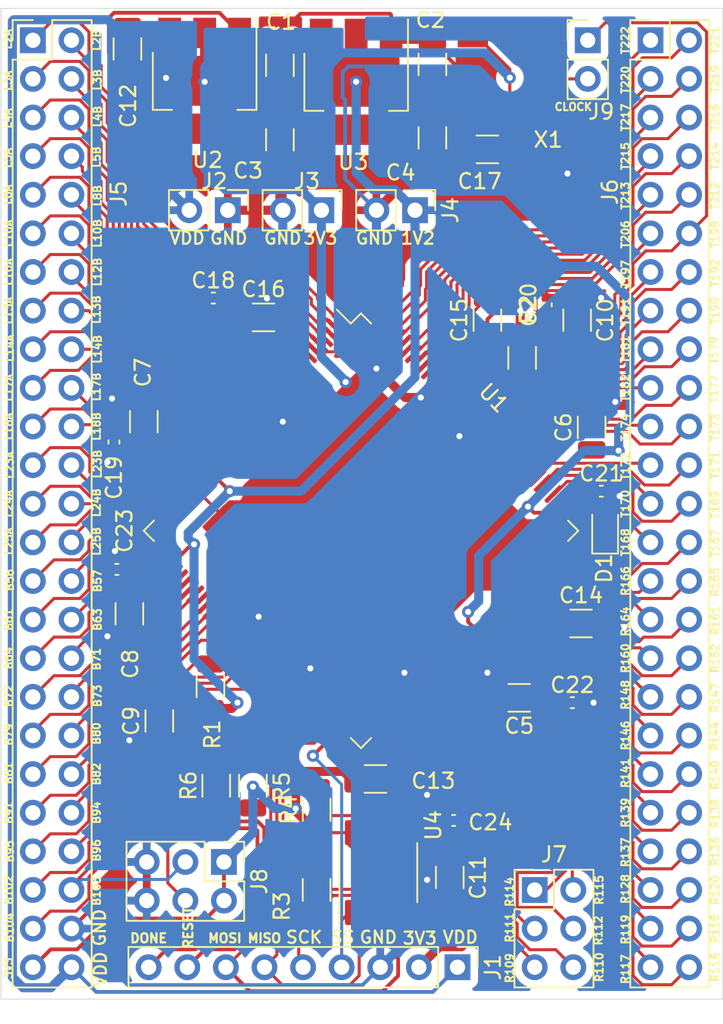
<source format=kicad_pcb>
(kicad_pcb (version 20171130) (host pcbnew "(5.1.9)-1")
  (layers (0 F.Cu signal) (31 B.Cu signal) (34 B.Paste user) (35 F.Paste user) (36 B.SilkS user) (37 F.SilkS user) (38 B.Mask user) (39 F.Mask user) (44 Edge.Cuts user))
  (net 0 "")
  (net 1 GND)
  (net 2 +3V3)
  (net 3 +1V2)
  (net 4 "Net-(U1-Pad133)")
  (net 5 "Net-(U1-Pad109)")
  (net 6 "Net-(U1-Pad77)")
  (net 7 "Net-(U1-Pad58)")
  (net 8 "Net-(U1-Pad51)")
  (net 9 "Net-(U1-Pad50)")
  (net 10 "Net-(U1-Pad36)")
  (net 11 "Net-(U1-Pad35)")
  (net 12 VDD)
  (net 13 "Net-(C9-Pad2)")
  (net 14 "Net-(C10-Pad2)")
  (net 15 "Net-(D1-Pad1)")
  (net 16 MOSI)
  (net 17 MISO)
  (net 18 SS)
  (net 19 SCK)
  (net 20 L25B)
  (net 21 L25A)
  (net 22 L24B)
  (net 23 L24A)
  (net 24 L23B)
  (net 25 L23A)
  (net 26 L18B)
  (net 27 L18A)
  (net 28 L17B)
  (net 29 L17A)
  (net 30 L14B)
  (net 31 L14A)
  (net 32 L13B)
  (net 33 L13A)
  (net 34 L12B)
  (net 35 L12A)
  (net 36 L10B)
  (net 37 L10A)
  (net 38 L8B)
  (net 39 L8A)
  (net 40 L5B)
  (net 41 L5A)
  (net 42 L4B)
  (net 43 L4A)
  (net 44 L3B)
  (net 45 L3A)
  (net 46 L2B)
  (net 47 L2A)
  (net 48 T222)
  (net 49 T221)
  (net 50 T220)
  (net 51 T219)
  (net 52 T217)
  (net 53 T216)
  (net 54 T215)
  (net 55 T214)
  (net 56 T213)
  (net 57 T212)
  (net 58 T206)
  (net 59 T198)
  (net 60 T197)
  (net 61 T192)
  (net 62 T191)
  (net 63 T190)
  (net 64 T181)
  (net 65 T179)
  (net 66 T178)
  (net 67 T177)
  (net 68 T174)
  (net 69 T173)
  (net 70 T172)
  (net 71 T171)
  (net 72 T170)
  (net 73 T169)
  (net 74 T168)
  (net 75 R167)
  (net 76 R166)
  (net 77 R165)
  (net 78 R164)
  (net 79 R161)
  (net 80 R160)
  (net 81 R152)
  (net 82 R148)
  (net 83 R147)
  (net 84 R146)
  (net 85 R144)
  (net 86 R141)
  (net 87 R140)
  (net 88 R139)
  (net 89 R138)
  (net 90 R137)
  (net 91 R136)
  (net 92 R128)
  (net 93 R120)
  (net 94 R119)
  (net 95 R118)
  (net 96 R117)
  (net 97 R116)
  (net 98 R115)
  (net 99 R114)
  (net 100 R112)
  (net 101 R111)
  (net 102 R110)
  (net 103 R109)
  (net 104 B104)
  (net 105 B103)
  (net 106 B102)
  (net 107 B96)
  (net 108 B95)
  (net 109 B94)
  (net 110 B91)
  (net 111 B82)
  (net 112 B81)
  (net 113 B80)
  (net 114 B79)
  (net 115 B73)
  (net 116 B72)
  (net 117 B71)
  (net 118 B64)
  (net 119 B63)
  (net 120 B61)
  (net 121 B57)
  (net 122 B56)
  (net 123 DONE)
  (net 124 RESET)
  (net 125 "Net-(J9-Pad2)")
  (net 126 "Net-(R3-Pad2)")
  (net 127 "Net-(R4-Pad2)")
  (module Capacitor_SMD:C_0402_1005Metric (layer F.Cu) (at 84.3915 77.9145)
    (fp_text reference C24 (at 2.413 0.127) (layer F.SilkS))
    (fp_text value 10nF)
    (pad 2 smd roundrect (at 0.48 0) (size 0.56 0.62) (layers F.Cu F.Paste F.Mask) (net 1 GND))
    (pad 1 smd roundrect (at -0.48 0) (size 0.56 0.62) (layers F.Cu F.Paste F.Mask) (net 2 +3V3))
  )
  (module Capacitor_SMD:C_0402_1005Metric (layer F.Cu) (at 62.23 61.4045 180)
    (fp_text reference C23 (at -0.508 2.54 90) (layer F.SilkS))
    (fp_text value 10nF)
    (pad 2 smd roundrect (at 0.48 0 180) (size 0.56 0.62) (layers F.Cu F.Paste F.Mask) (net 1 GND))
    (pad 1 smd roundrect (at -0.48 0 180) (size 0.56 0.62) (layers F.Cu F.Paste F.Mask) (net 3 +1V2))
  )
  (module Capacitor_SMD:C_0402_1005Metric (layer F.Cu) (at 92.202 70.1675)
    (fp_text reference C22 (at 0 -1.16) (layer F.SilkS))
    (fp_text value 10nF)
    (pad 2 smd roundrect (at 0.48 0) (size 0.56 0.62) (layers F.Cu F.Paste F.Mask) (net 1 GND))
    (pad 1 smd roundrect (at -0.48 0) (size 0.56 0.62) (layers F.Cu F.Paste F.Mask) (net 3 +1V2))
  )
  (module Capacitor_SMD:C_0402_1005Metric (layer F.Cu) (at 94.107 56.261)
    (fp_text reference C21 (at 0 -1.16) (layer F.SilkS))
    (fp_text value 10nF)
    (pad 2 smd roundrect (at 0.48 0) (size 0.56 0.62) (layers F.Cu F.Paste F.Mask) (net 1 GND))
    (pad 1 smd roundrect (at -0.48 0) (size 0.56 0.62) (layers F.Cu F.Paste F.Mask) (net 3 +1V2))
  )
  (module Capacitor_SMD:C_0402_1005Metric (layer F.Cu) (at 90.4875 44.0055 90)
    (fp_text reference C20 (at 0 -1.16 90) (layer F.SilkS))
    (fp_text value 10nF)
    (pad 2 smd roundrect (at 0.48 0 90) (size 0.56 0.62) (layers F.Cu F.Paste F.Mask) (net 1 GND))
    (pad 1 smd roundrect (at -0.48 0 90) (size 0.56 0.62) (layers F.Cu F.Paste F.Mask) (net 2 +3V3))
  )
  (module Capacitor_SMD:C_0402_1005Metric (layer F.Cu) (at 62.0395 53.0225 270)
    (fp_text reference C19 (at 2.3495 0 90) (layer F.SilkS))
    (fp_text value 10nF)
    (pad 2 smd roundrect (at 0.48 0 270) (size 0.56 0.62) (layers F.Cu F.Paste F.Mask) (net 1 GND))
    (pad 1 smd roundrect (at -0.48 0 270) (size 0.56 0.62) (layers F.Cu F.Paste F.Mask) (net 3 +1V2))
  )
  (module Capacitor_SMD:C_0402_1005Metric (layer F.Cu) (at 68.58 43.561)
    (fp_text reference C18 (at 0 -1.16) (layer F.SilkS))
    (fp_text value 10nF)
    (pad 2 smd roundrect (at 0.48 0) (size 0.56 0.62) (layers F.Cu F.Paste F.Mask) (net 1 GND))
    (pad 1 smd roundrect (at -0.48 0) (size 0.56 0.62) (layers F.Cu F.Paste F.Mask) (net 2 +3V3))
  )
  (module Connector_PinHeader_2.54mm:PinHeader_2x03_P2.54mm_Vertical (layer F.Cu) (at 69.2785 80.645 270)
    (fp_text reference J8 (at 1.27 -2.33 90) (layer F.SilkS))
    (fp_text value CBSEL)
    (pad 6 thru_hole oval (at 2.54 5.08 270) (size 1.7 1.7) (drill 1) (layers *.Cu *.Mask) (net 1 GND))
    (pad 5 thru_hole oval (at 0 5.08 270) (size 1.7 1.7) (drill 1) (layers *.Cu *.Mask) (net 1 GND))
    (pad 4 thru_hole oval (at 2.54 2.54 270) (size 1.7 1.7) (drill 1) (layers *.Cu *.Mask) (net 104 B104))
    (pad 3 thru_hole oval (at 0 2.54 270) (size 1.7 1.7) (drill 1) (layers *.Cu *.Mask) (net 105 B103))
    (pad 2 thru_hole oval (at 2.54 0 270) (size 1.7 1.7) (drill 1) (layers *.Cu *.Mask) (net 2 +3V3))
    (pad 1 thru_hole rect (at 0 0 270) (size 1.7 1.7) (drill 1) (layers *.Cu *.Mask) (net 2 +3V3))
  )
  (module Connector_PinHeader_2.54mm:PinHeader_1x09_P2.54mm_Vertical (layer F.Cu) (at 84.6455 87.5665 270)
    (fp_text reference J1 (at 0 -2.33 90) (layer F.SilkS))
    (fp_text value SPI_PROG)
    (pad 9 thru_hole oval (at 0 20.32 270) (size 1.7 1.7) (drill 1) (layers *.Cu *.Mask) (net 123 DONE))
    (pad 8 thru_hole oval (at 0 17.78 270) (size 1.7 1.7) (drill 1) (layers *.Cu *.Mask) (net 124 RESET))
    (pad 7 thru_hole oval (at 0 15.24 270) (size 1.7 1.7) (drill 1) (layers *.Cu *.Mask) (net 16 MOSI))
    (pad 6 thru_hole oval (at 0 12.7 270) (size 1.7 1.7) (drill 1) (layers *.Cu *.Mask) (net 17 MISO))
    (pad 5 thru_hole oval (at 0 10.16 270) (size 1.7 1.7) (drill 1) (layers *.Cu *.Mask) (net 19 SCK))
    (pad 4 thru_hole oval (at 0 7.62 270) (size 1.7 1.7) (drill 1) (layers *.Cu *.Mask) (net 18 SS))
    (pad 3 thru_hole oval (at 0 5.08 270) (size 1.7 1.7) (drill 1) (layers *.Cu *.Mask) (net 1 GND))
    (pad 2 thru_hole oval (at 0 2.54 270) (size 1.7 1.7) (drill 1) (layers *.Cu *.Mask) (net 2 +3V3))
    (pad 1 thru_hole rect (at 0 0 270) (size 1.7 1.7) (drill 1) (layers *.Cu *.Mask) (net 12 VDD))
  )
  (module Capacitor_SMD:C_1206_3216Metric (layer F.Cu) (at 82.9945 33.02 270)
    (fp_text reference C4 (at 2.286 2.0955 180) (layer F.SilkS))
    (fp_text value 10uF)
    (pad 2 smd roundrect (at 1.475 0 270) (size 1.15 1.8) (layers F.Cu F.Paste F.Mask) (roundrect_rratio 0.2173904347826087) (net 1 GND))
    (pad 1 smd roundrect (at -1.475 0 270) (size 1.15 1.8) (layers F.Cu F.Paste F.Mask) (roundrect_rratio 0.2173904347826087) (net 3 +1V2))
  )
  (module Capacitor_SMD:C_1206_3216Metric (layer F.Cu) (at 72.9615 33.147 270)
    (fp_text reference C3 (at 2.032 2.0955 180) (layer F.SilkS))
    (fp_text value 10uF)
    (pad 2 smd roundrect (at 1.475 0 270) (size 1.15 1.8) (layers F.Cu F.Paste F.Mask) (roundrect_rratio 0.2173904347826087) (net 1 GND))
    (pad 1 smd roundrect (at -1.475 0 270) (size 1.15 1.8) (layers F.Cu F.Paste F.Mask) (roundrect_rratio 0.2173904347826087) (net 2 +3V3))
  )
  (module Oscillator:Oscillator_SMD_EuroQuartz_XO91-4Pin_7.0x5.0mm (layer F.Cu) (at 87.757 28.575 270)
    (fp_text reference X1 (at 4.572 -2.8575 180) (layer F.SilkS))
    (fp_text value XO91)
    (pad 4 smd rect (at -2.5 -2.1 270) (size 2 2) (layers F.Cu F.Paste F.Mask) (net 2 +3V3))
    (pad 3 smd rect (at 2.5 -2.1 270) (size 2 2) (layers F.Cu F.Paste F.Mask) (net 125 "Net-(J9-Pad2)"))
    (pad 2 smd rect (at 2.5 2.1 270) (size 2 2) (layers F.Cu F.Paste F.Mask) (net 1 GND))
    (pad 1 smd rect (at -2.5 2.1 270) (size 2 2) (layers F.Cu F.Paste F.Mask) (net 2 +3V3))
  )
  (module Resistor_SMD:R_1206_3216Metric (layer F.Cu) (at 68.7705 75.6285 90)
    (fp_text reference R6 (at 0 -1.82 90) (layer F.SilkS))
    (fp_text value 10K)
    (pad 2 smd roundrect (at 1.4625 0 90) (size 1.125 1.75) (layers F.Cu F.Paste F.Mask) (roundrect_rratio 0.2222213333333333) (net 123 DONE))
    (pad 1 smd roundrect (at -1.4625 0 90) (size 1.125 1.75) (layers F.Cu F.Paste F.Mask) (roundrect_rratio 0.2222213333333333) (net 2 +3V3))
  )
  (module Resistor_SMD:R_1206_3216Metric (layer F.Cu) (at 71.1835 75.6285 90)
    (fp_text reference R5 (at -0.0635 1.905 90) (layer F.SilkS))
    (fp_text value 10K)
    (pad 2 smd roundrect (at 1.4625 0 90) (size 1.125 1.75) (layers F.Cu F.Paste F.Mask) (roundrect_rratio 0.2222213333333333) (net 124 RESET))
    (pad 1 smd roundrect (at -1.4625 0 90) (size 1.125 1.75) (layers F.Cu F.Paste F.Mask) (roundrect_rratio 0.2222213333333333) (net 2 +3V3))
  )
  (module Resistor_SMD:R_1206_3216Metric (layer F.Cu) (at 75.3745 77.216 90)
    (fp_text reference R4 (at 0 -1.82 90) (layer F.SilkS))
    (fp_text value 10K)
    (pad 2 smd roundrect (at 1.4625 0 90) (size 1.125 1.75) (layers F.Cu F.Paste F.Mask) (roundrect_rratio 0.2222213333333333) (net 127 "Net-(R4-Pad2)"))
    (pad 1 smd roundrect (at -1.4625 0 90) (size 1.125 1.75) (layers F.Cu F.Paste F.Mask) (roundrect_rratio 0.2222213333333333) (net 2 +3V3))
  )
  (module Resistor_SMD:R_1206_3216Metric (layer F.Cu) (at 75.3745 82.4865 270)
    (fp_text reference R3 (at 1.0795 2.286 90) (layer F.SilkS))
    (fp_text value 10K)
    (pad 2 smd roundrect (at 1.4625 0 270) (size 1.125 1.75) (layers F.Cu F.Paste F.Mask) (roundrect_rratio 0.2222213333333333) (net 126 "Net-(R3-Pad2)"))
    (pad 1 smd roundrect (at -1.4625 0 270) (size 1.125 1.75) (layers F.Cu F.Paste F.Mask) (roundrect_rratio 0.2222213333333333) (net 2 +3V3))
  )
  (module Connector_PinHeader_2.54mm:PinHeader_1x02_P2.54mm_Vertical (layer F.Cu) (at 93.218 26.6065)
    (fp_text reference J9 (at 0.889 4.699 180) (layer F.SilkS))
    (fp_text value OSCI)
    (pad 2 thru_hole oval (at 0 2.54) (size 1.7 1.7) (drill 1) (layers *.Cu *.Mask) (net 125 "Net-(J9-Pad2)"))
    (pad 1 thru_hole rect (at 0 0) (size 1.7 1.7) (drill 1) (layers *.Cu *.Mask) (net 59 T198))
  )
  (module Capacitor_SMD:C_1206_3216Metric (layer F.Cu) (at 86.614 33.782 180)
    (fp_text reference C17 (at 0.508 -2.0955) (layer F.SilkS))
    (fp_text value 0.1uF)
    (pad 2 smd roundrect (at 1.475 0 180) (size 1.15 1.8) (layers F.Cu F.Paste F.Mask) (roundrect_rratio 0.2173904347826087) (net 1 GND))
    (pad 1 smd roundrect (at -1.475 0 180) (size 1.15 1.8) (layers F.Cu F.Paste F.Mask) (roundrect_rratio 0.2173904347826087) (net 2 +3V3))
  )
  (module Connector_PinHeader_2.54mm:PinHeader_2x03_P2.54mm_Vertical (layer F.Cu) (at 89.7255 82.4865)
    (fp_text reference J7 (at 1.27 -2.33) (layer F.SilkS))
    (fp_text value IO_2)
    (pad 6 thru_hole oval (at 2.54 5.08) (size 1.7 1.7) (drill 1) (layers *.Cu *.Mask) (net 102 R110))
    (pad 5 thru_hole oval (at 0 5.08) (size 1.7 1.7) (drill 1) (layers *.Cu *.Mask) (net 103 R109))
    (pad 4 thru_hole oval (at 2.54 2.54) (size 1.7 1.7) (drill 1) (layers *.Cu *.Mask) (net 100 R112))
    (pad 3 thru_hole oval (at 0 2.54) (size 1.7 1.7) (drill 1) (layers *.Cu *.Mask) (net 101 R111))
    (pad 2 thru_hole oval (at 2.54 0) (size 1.7 1.7) (drill 1) (layers *.Cu *.Mask) (net 98 R115))
    (pad 1 thru_hole rect (at 0 0) (size 1.7 1.7) (drill 1) (layers *.Cu *.Mask) (net 99 R114))
  )
  (module Connector_PinHeader_2.54mm:PinHeader_2x25_P2.54mm_Vertical (layer F.Cu) (at 97.3455 26.6065)
    (fp_text reference J6 (at -2.667 9.9695 90) (layer F.SilkS))
    (fp_text value IO_1)
    (pad 50 thru_hole oval (at 2.54 60.96) (size 1.7 1.7) (drill 1) (layers *.Cu *.Mask) (net 97 R116))
    (pad 49 thru_hole oval (at 0 60.96) (size 1.7 1.7) (drill 1) (layers *.Cu *.Mask) (net 96 R117))
    (pad 48 thru_hole oval (at 2.54 58.42) (size 1.7 1.7) (drill 1) (layers *.Cu *.Mask) (net 95 R118))
    (pad 47 thru_hole oval (at 0 58.42) (size 1.7 1.7) (drill 1) (layers *.Cu *.Mask) (net 94 R119))
    (pad 46 thru_hole oval (at 2.54 55.88) (size 1.7 1.7) (drill 1) (layers *.Cu *.Mask) (net 93 R120))
    (pad 45 thru_hole oval (at 0 55.88) (size 1.7 1.7) (drill 1) (layers *.Cu *.Mask) (net 92 R128))
    (pad 44 thru_hole oval (at 2.54 53.34) (size 1.7 1.7) (drill 1) (layers *.Cu *.Mask) (net 91 R136))
    (pad 43 thru_hole oval (at 0 53.34) (size 1.7 1.7) (drill 1) (layers *.Cu *.Mask) (net 90 R137))
    (pad 42 thru_hole oval (at 2.54 50.8) (size 1.7 1.7) (drill 1) (layers *.Cu *.Mask) (net 89 R138))
    (pad 41 thru_hole oval (at 0 50.8) (size 1.7 1.7) (drill 1) (layers *.Cu *.Mask) (net 88 R139))
    (pad 40 thru_hole oval (at 2.54 48.26) (size 1.7 1.7) (drill 1) (layers *.Cu *.Mask) (net 87 R140))
    (pad 39 thru_hole oval (at 0 48.26) (size 1.7 1.7) (drill 1) (layers *.Cu *.Mask) (net 86 R141))
    (pad 38 thru_hole oval (at 2.54 45.72) (size 1.7 1.7) (drill 1) (layers *.Cu *.Mask) (net 85 R144))
    (pad 37 thru_hole oval (at 0 45.72) (size 1.7 1.7) (drill 1) (layers *.Cu *.Mask) (net 84 R146))
    (pad 36 thru_hole oval (at 2.54 43.18) (size 1.7 1.7) (drill 1) (layers *.Cu *.Mask) (net 83 R147))
    (pad 35 thru_hole oval (at 0 43.18) (size 1.7 1.7) (drill 1) (layers *.Cu *.Mask) (net 82 R148))
    (pad 34 thru_hole oval (at 2.54 40.64) (size 1.7 1.7) (drill 1) (layers *.Cu *.Mask) (net 81 R152))
    (pad 33 thru_hole oval (at 0 40.64) (size 1.7 1.7) (drill 1) (layers *.Cu *.Mask) (net 80 R160))
    (pad 32 thru_hole oval (at 2.54 38.1) (size 1.7 1.7) (drill 1) (layers *.Cu *.Mask) (net 79 R161))
    (pad 31 thru_hole oval (at 0 38.1) (size 1.7 1.7) (drill 1) (layers *.Cu *.Mask) (net 78 R164))
    (pad 30 thru_hole oval (at 2.54 35.56) (size 1.7 1.7) (drill 1) (layers *.Cu *.Mask) (net 77 R165))
    (pad 29 thru_hole oval (at 0 35.56) (size 1.7 1.7) (drill 1) (layers *.Cu *.Mask) (net 76 R166))
    (pad 28 thru_hole oval (at 2.54 33.02) (size 1.7 1.7) (drill 1) (layers *.Cu *.Mask) (net 75 R167))
    (pad 27 thru_hole oval (at 0 33.02) (size 1.7 1.7) (drill 1) (layers *.Cu *.Mask) (net 74 T168))
    (pad 26 thru_hole oval (at 2.54 30.48) (size 1.7 1.7) (drill 1) (layers *.Cu *.Mask) (net 73 T169))
    (pad 25 thru_hole oval (at 0 30.48) (size 1.7 1.7) (drill 1) (layers *.Cu *.Mask) (net 72 T170))
    (pad 24 thru_hole oval (at 2.54 27.94) (size 1.7 1.7) (drill 1) (layers *.Cu *.Mask) (net 71 T171))
    (pad 23 thru_hole oval (at 0 27.94) (size 1.7 1.7) (drill 1) (layers *.Cu *.Mask) (net 70 T172))
    (pad 22 thru_hole oval (at 2.54 25.4) (size 1.7 1.7) (drill 1) (layers *.Cu *.Mask) (net 69 T173))
    (pad 21 thru_hole oval (at 0 25.4) (size 1.7 1.7) (drill 1) (layers *.Cu *.Mask) (net 68 T174))
    (pad 20 thru_hole oval (at 2.54 22.86) (size 1.7 1.7) (drill 1) (layers *.Cu *.Mask) (net 67 T177))
    (pad 19 thru_hole oval (at 0 22.86) (size 1.7 1.7) (drill 1) (layers *.Cu *.Mask) (net 66 T178))
    (pad 18 thru_hole oval (at 2.54 20.32) (size 1.7 1.7) (drill 1) (layers *.Cu *.Mask) (net 65 T179))
    (pad 17 thru_hole oval (at 0 20.32) (size 1.7 1.7) (drill 1) (layers *.Cu *.Mask) (net 64 T181))
    (pad 16 thru_hole oval (at 2.54 17.78) (size 1.7 1.7) (drill 1) (layers *.Cu *.Mask) (net 63 T190))
    (pad 15 thru_hole oval (at 0 17.78) (size 1.7 1.7) (drill 1) (layers *.Cu *.Mask) (net 62 T191))
    (pad 14 thru_hole oval (at 2.54 15.24) (size 1.7 1.7) (drill 1) (layers *.Cu *.Mask) (net 61 T192))
    (pad 13 thru_hole oval (at 0 15.24) (size 1.7 1.7) (drill 1) (layers *.Cu *.Mask) (net 60 T197))
    (pad 12 thru_hole oval (at 2.54 12.7) (size 1.7 1.7) (drill 1) (layers *.Cu *.Mask) (net 59 T198))
    (pad 11 thru_hole oval (at 0 12.7) (size 1.7 1.7) (drill 1) (layers *.Cu *.Mask) (net 58 T206))
    (pad 10 thru_hole oval (at 2.54 10.16) (size 1.7 1.7) (drill 1) (layers *.Cu *.Mask) (net 57 T212))
    (pad 9 thru_hole oval (at 0 10.16) (size 1.7 1.7) (drill 1) (layers *.Cu *.Mask) (net 56 T213))
    (pad 8 thru_hole oval (at 2.54 7.62) (size 1.7 1.7) (drill 1) (layers *.Cu *.Mask) (net 55 T214))
    (pad 7 thru_hole oval (at 0 7.62) (size 1.7 1.7) (drill 1) (layers *.Cu *.Mask) (net 54 T215))
    (pad 6 thru_hole oval (at 2.54 5.08) (size 1.7 1.7) (drill 1) (layers *.Cu *.Mask) (net 53 T216))
    (pad 5 thru_hole oval (at 0 5.08) (size 1.7 1.7) (drill 1) (layers *.Cu *.Mask) (net 52 T217))
    (pad 4 thru_hole oval (at 2.54 2.54) (size 1.7 1.7) (drill 1) (layers *.Cu *.Mask) (net 51 T219))
    (pad 3 thru_hole oval (at 0 2.54) (size 1.7 1.7) (drill 1) (layers *.Cu *.Mask) (net 50 T220))
    (pad 2 thru_hole oval (at 2.54 0) (size 1.7 1.7) (drill 1) (layers *.Cu *.Mask) (net 49 T221))
    (pad 1 thru_hole rect (at 0 0) (size 1.7 1.7) (drill 1) (layers *.Cu *.Mask) (net 48 T222))
  )
  (module Connector_PinHeader_2.54mm:PinHeader_2x25_P2.54mm_Vertical (layer F.Cu) (at 56.7055 26.6065)
    (fp_text reference J5 (at 5.6515 10.0965 90) (layer F.SilkS))
    (fp_text value IO_0)
    (pad 50 thru_hole oval (at 2.54 60.96) (size 1.7 1.7) (drill 1) (layers *.Cu *.Mask) (net 12 VDD))
    (pad 49 thru_hole oval (at 0 60.96) (size 1.7 1.7) (drill 1) (layers *.Cu *.Mask) (net 2 +3V3))
    (pad 48 thru_hole oval (at 2.54 58.42) (size 1.7 1.7) (drill 1) (layers *.Cu *.Mask) (net 1 GND))
    (pad 47 thru_hole oval (at 0 58.42) (size 1.7 1.7) (drill 1) (layers *.Cu *.Mask) (net 104 B104))
    (pad 46 thru_hole oval (at 2.54 55.88) (size 1.7 1.7) (drill 1) (layers *.Cu *.Mask) (net 105 B103))
    (pad 45 thru_hole oval (at 0 55.88) (size 1.7 1.7) (drill 1) (layers *.Cu *.Mask) (net 106 B102))
    (pad 44 thru_hole oval (at 2.54 53.34) (size 1.7 1.7) (drill 1) (layers *.Cu *.Mask) (net 107 B96))
    (pad 43 thru_hole oval (at 0 53.34) (size 1.7 1.7) (drill 1) (layers *.Cu *.Mask) (net 108 B95))
    (pad 42 thru_hole oval (at 2.54 50.8) (size 1.7 1.7) (drill 1) (layers *.Cu *.Mask) (net 109 B94))
    (pad 41 thru_hole oval (at 0 50.8) (size 1.7 1.7) (drill 1) (layers *.Cu *.Mask) (net 110 B91))
    (pad 40 thru_hole oval (at 2.54 48.26) (size 1.7 1.7) (drill 1) (layers *.Cu *.Mask) (net 111 B82))
    (pad 39 thru_hole oval (at 0 48.26) (size 1.7 1.7) (drill 1) (layers *.Cu *.Mask) (net 112 B81))
    (pad 38 thru_hole oval (at 2.54 45.72) (size 1.7 1.7) (drill 1) (layers *.Cu *.Mask) (net 113 B80))
    (pad 37 thru_hole oval (at 0 45.72) (size 1.7 1.7) (drill 1) (layers *.Cu *.Mask) (net 114 B79))
    (pad 36 thru_hole oval (at 2.54 43.18) (size 1.7 1.7) (drill 1) (layers *.Cu *.Mask) (net 115 B73))
    (pad 35 thru_hole oval (at 0 43.18) (size 1.7 1.7) (drill 1) (layers *.Cu *.Mask) (net 116 B72))
    (pad 34 thru_hole oval (at 2.54 40.64) (size 1.7 1.7) (drill 1) (layers *.Cu *.Mask) (net 117 B71))
    (pad 33 thru_hole oval (at 0 40.64) (size 1.7 1.7) (drill 1) (layers *.Cu *.Mask) (net 118 B64))
    (pad 32 thru_hole oval (at 2.54 38.1) (size 1.7 1.7) (drill 1) (layers *.Cu *.Mask) (net 119 B63))
    (pad 31 thru_hole oval (at 0 38.1) (size 1.7 1.7) (drill 1) (layers *.Cu *.Mask) (net 120 B61))
    (pad 30 thru_hole oval (at 2.54 35.56) (size 1.7 1.7) (drill 1) (layers *.Cu *.Mask) (net 121 B57))
    (pad 29 thru_hole oval (at 0 35.56) (size 1.7 1.7) (drill 1) (layers *.Cu *.Mask) (net 122 B56))
    (pad 28 thru_hole oval (at 2.54 33.02) (size 1.7 1.7) (drill 1) (layers *.Cu *.Mask) (net 20 L25B))
    (pad 27 thru_hole oval (at 0 33.02) (size 1.7 1.7) (drill 1) (layers *.Cu *.Mask) (net 21 L25A))
    (pad 26 thru_hole oval (at 2.54 30.48) (size 1.7 1.7) (drill 1) (layers *.Cu *.Mask) (net 22 L24B))
    (pad 25 thru_hole oval (at 0 30.48) (size 1.7 1.7) (drill 1) (layers *.Cu *.Mask) (net 23 L24A))
    (pad 24 thru_hole oval (at 2.54 27.94) (size 1.7 1.7) (drill 1) (layers *.Cu *.Mask) (net 24 L23B))
    (pad 23 thru_hole oval (at 0 27.94) (size 1.7 1.7) (drill 1) (layers *.Cu *.Mask) (net 25 L23A))
    (pad 22 thru_hole oval (at 2.54 25.4) (size 1.7 1.7) (drill 1) (layers *.Cu *.Mask) (net 26 L18B))
    (pad 21 thru_hole oval (at 0 25.4) (size 1.7 1.7) (drill 1) (layers *.Cu *.Mask) (net 27 L18A))
    (pad 20 thru_hole oval (at 2.54 22.86) (size 1.7 1.7) (drill 1) (layers *.Cu *.Mask) (net 28 L17B))
    (pad 19 thru_hole oval (at 0 22.86) (size 1.7 1.7) (drill 1) (layers *.Cu *.Mask) (net 29 L17A))
    (pad 18 thru_hole oval (at 2.54 20.32) (size 1.7 1.7) (drill 1) (layers *.Cu *.Mask) (net 30 L14B))
    (pad 17 thru_hole oval (at 0 20.32) (size 1.7 1.7) (drill 1) (layers *.Cu *.Mask) (net 31 L14A))
    (pad 16 thru_hole oval (at 2.54 17.78) (size 1.7 1.7) (drill 1) (layers *.Cu *.Mask) (net 32 L13B))
    (pad 15 thru_hole oval (at 0 17.78) (size 1.7 1.7) (drill 1) (layers *.Cu *.Mask) (net 33 L13A))
    (pad 14 thru_hole oval (at 2.54 15.24) (size 1.7 1.7) (drill 1) (layers *.Cu *.Mask) (net 34 L12B))
    (pad 13 thru_hole oval (at 0 15.24) (size 1.7 1.7) (drill 1) (layers *.Cu *.Mask) (net 35 L12A))
    (pad 12 thru_hole oval (at 2.54 12.7) (size 1.7 1.7) (drill 1) (layers *.Cu *.Mask) (net 36 L10B))
    (pad 11 thru_hole oval (at 0 12.7) (size 1.7 1.7) (drill 1) (layers *.Cu *.Mask) (net 37 L10A))
    (pad 10 thru_hole oval (at 2.54 10.16) (size 1.7 1.7) (drill 1) (layers *.Cu *.Mask) (net 38 L8B))
    (pad 9 thru_hole oval (at 0 10.16) (size 1.7 1.7) (drill 1) (layers *.Cu *.Mask) (net 39 L8A))
    (pad 8 thru_hole oval (at 2.54 7.62) (size 1.7 1.7) (drill 1) (layers *.Cu *.Mask) (net 40 L5B))
    (pad 7 thru_hole oval (at 0 7.62) (size 1.7 1.7) (drill 1) (layers *.Cu *.Mask) (net 41 L5A))
    (pad 6 thru_hole oval (at 2.54 5.08) (size 1.7 1.7) (drill 1) (layers *.Cu *.Mask) (net 42 L4B))
    (pad 5 thru_hole oval (at 0 5.08) (size 1.7 1.7) (drill 1) (layers *.Cu *.Mask) (net 43 L4A))
    (pad 4 thru_hole oval (at 2.54 2.54) (size 1.7 1.7) (drill 1) (layers *.Cu *.Mask) (net 44 L3B))
    (pad 3 thru_hole oval (at 0 2.54) (size 1.7 1.7) (drill 1) (layers *.Cu *.Mask) (net 45 L3A))
    (pad 2 thru_hole oval (at 2.54 0) (size 1.7 1.7) (drill 1) (layers *.Cu *.Mask) (net 46 L2B))
    (pad 1 thru_hole rect (at 0 0) (size 1.7 1.7) (drill 1) (layers *.Cu *.Mask) (net 47 L2A))
  )
  (module Package_SO:SOP-8_3.9x4.9mm_P1.27mm (layer F.Cu) (at 79.4385 81.3435 90)
    (fp_text reference U4 (at 3.1115 3.6195 90) (layer F.SilkS))
    (fp_text value MX25R3235FM1xx0)
    (pad 8 smd roundrect (at 2.625 -1.905 90) (size 1.65 0.6) (layers F.Cu F.Paste F.Mask) (net 2 +3V3))
    (pad 7 smd roundrect (at 2.625 -0.635 90) (size 1.65 0.6) (layers F.Cu F.Paste F.Mask) (net 127 "Net-(R4-Pad2)"))
    (pad 6 smd roundrect (at 2.625 0.635 90) (size 1.65 0.6) (layers F.Cu F.Paste F.Mask) (net 19 SCK))
    (pad 5 smd roundrect (at 2.625 1.905 90) (size 1.65 0.6) (layers F.Cu F.Paste F.Mask) (net 16 MOSI))
    (pad 4 smd roundrect (at -2.625 1.905 90) (size 1.65 0.6) (layers F.Cu F.Paste F.Mask) (net 1 GND))
    (pad 3 smd roundrect (at -2.625 0.635 90) (size 1.65 0.6) (layers F.Cu F.Paste F.Mask) (net 126 "Net-(R3-Pad2)"))
    (pad 2 smd roundrect (at -2.625 -0.635 90) (size 1.65 0.6) (layers F.Cu F.Paste F.Mask) (net 17 MISO))
    (pad 1 smd roundrect (at -2.625 -1.905 90) (size 1.65 0.6) (layers F.Cu F.Paste F.Mask) (net 18 SS))
  )
  (module Resistor_SMD:R_1206_3216Metric (layer F.Cu) (at 88.9 47.498 270)
    (fp_text reference R2 (at -3.175 -0.381 90) (layer F.SilkS))
    (fp_text value 100)
    (pad 2 smd roundrect (at 1.4625 0 270) (size 1.125 1.75) (layers F.Cu F.Paste F.Mask) (roundrect_rratio 0.2222213333333333) (net 14 "Net-(C10-Pad2)"))
    (pad 1 smd roundrect (at -1.4625 0 270) (size 1.125 1.75) (layers F.Cu F.Paste F.Mask) (roundrect_rratio 0.2222213333333333) (net 3 +1V2))
  )
  (module Resistor_SMD:R_1206_3216Metric (layer F.Cu) (at 68.3895 69.088 90)
    (fp_text reference R1 (at -3.175 0.127 90) (layer F.SilkS))
    (fp_text value 100)
    (pad 2 smd roundrect (at 1.4625 0 90) (size 1.125 1.75) (layers F.Cu F.Paste F.Mask) (roundrect_rratio 0.2222213333333333) (net 13 "Net-(C9-Pad2)"))
    (pad 1 smd roundrect (at -1.4625 0 90) (size 1.125 1.75) (layers F.Cu F.Paste F.Mask) (roundrect_rratio 0.2222213333333333) (net 3 +1V2))
  )
  (module Connector_PinHeader_2.54mm:PinHeader_1x02_P2.54mm_Vertical (layer F.Cu) (at 81.8515 37.7825 270)
    (fp_text reference J4 (at 0 -2.33 90) (layer F.SilkS))
    (fp_text value 1V2)
    (pad 2 thru_hole oval (at 0 2.54 270) (size 1.7 1.7) (drill 1) (layers *.Cu *.Mask) (net 1 GND))
    (pad 1 thru_hole rect (at 0 0 270) (size 1.7 1.7) (drill 1) (layers *.Cu *.Mask) (net 3 +1V2))
  )
  (module Connector_PinHeader_2.54mm:PinHeader_1x02_P2.54mm_Vertical (layer F.Cu) (at 75.692 37.7825 270)
    (fp_text reference J3 (at -1.905 0.9525 180) (layer F.SilkS))
    (fp_text value 3V3)
    (pad 2 thru_hole oval (at 0 2.54 270) (size 1.7 1.7) (drill 1) (layers *.Cu *.Mask) (net 1 GND))
    (pad 1 thru_hole rect (at 0 0 270) (size 1.7 1.7) (drill 1) (layers *.Cu *.Mask) (net 2 +3V3))
  )
  (module Connector_PinHeader_2.54mm:PinHeader_1x02_P2.54mm_Vertical (layer F.Cu) (at 69.5325 37.7825 270)
    (fp_text reference J2 (at -1.905 0.889 180) (layer F.SilkS))
    (fp_text value VDD)
    (pad 2 thru_hole oval (at 0 2.54 270) (size 1.7 1.7) (drill 1) (layers *.Cu *.Mask) (net 12 VDD))
    (pad 1 thru_hole rect (at 0 0 270) (size 1.7 1.7) (drill 1) (layers *.Cu *.Mask) (net 1 GND))
  )
  (module Diode_SMD:D_SOD-323F (layer F.Cu) (at 94.361 58.8645 90)
    (fp_text reference D1 (at -2.4765 -0.0635 90) (layer F.SilkS))
    (fp_text value BAS70J)
    (pad 2 smd rect (at 1.1 0 90) (size 0.5 0.5) (layers F.Cu F.Paste F.Mask) (net 2 +3V3))
    (pad 1 smd rect (at -1.1 0 90) (size 0.5 0.5) (layers F.Cu F.Paste F.Mask) (net 15 "Net-(D1-Pad1)"))
  )
  (module Capacitor_SMD:C_1206_3216Metric (layer F.Cu) (at 71.882 44.831)
    (fp_text reference C16 (at 0 -1.85) (layer F.SilkS))
    (fp_text value 0.1uF)
    (pad 2 smd roundrect (at 1.475 0) (size 1.15 1.8) (layers F.Cu F.Paste F.Mask) (roundrect_rratio 0.2173904347826087) (net 1 GND))
    (pad 1 smd roundrect (at -1.475 0) (size 1.15 1.8) (layers F.Cu F.Paste F.Mask) (roundrect_rratio 0.2173904347826087) (net 2 +3V3))
  )
  (module Capacitor_SMD:C_1206_3216Metric (layer F.Cu) (at 86.614 45.0215 90)
    (fp_text reference C15 (at 0 -1.85 90) (layer F.SilkS))
    (fp_text value 0.1uF)
    (pad 2 smd roundrect (at 1.475 0 90) (size 1.15 1.8) (layers F.Cu F.Paste F.Mask) (roundrect_rratio 0.2173904347826087) (net 1 GND))
    (pad 1 smd roundrect (at -1.475 0 90) (size 1.15 1.8) (layers F.Cu F.Paste F.Mask) (roundrect_rratio 0.2173904347826087) (net 2 +3V3))
  )
  (module Capacitor_SMD:C_1206_3216Metric (layer F.Cu) (at 92.7735 64.9605)
    (fp_text reference C14 (at 0 -1.85) (layer F.SilkS))
    (fp_text value 0.1uF)
    (pad 2 smd roundrect (at 1.475 0) (size 1.15 1.8) (layers F.Cu F.Paste F.Mask) (roundrect_rratio 0.2173904347826087) (net 1 GND))
    (pad 1 smd roundrect (at -1.475 0) (size 1.15 1.8) (layers F.Cu F.Paste F.Mask) (roundrect_rratio 0.2173904347826087) (net 2 +3V3))
  )
  (module Capacitor_SMD:C_1206_3216Metric (layer F.Cu) (at 79.248 75.184)
    (fp_text reference C13 (at 3.81 0.127) (layer F.SilkS))
    (fp_text value 0.1uF)
    (pad 2 smd roundrect (at 1.475 0) (size 1.15 1.8) (layers F.Cu F.Paste F.Mask) (roundrect_rratio 0.2173904347826087) (net 1 GND))
    (pad 1 smd roundrect (at -1.475 0) (size 1.15 1.8) (layers F.Cu F.Paste F.Mask) (roundrect_rratio 0.2173904347826087) (net 2 +3V3))
  )
  (module Capacitor_SMD:C_1206_3216Metric (layer F.Cu) (at 62.9285 27.178 270)
    (fp_text reference C12 (at 3.7465 -0.049 90) (layer F.SilkS))
    (fp_text value 0.1uF)
    (pad 2 smd roundrect (at 1.475 0 270) (size 1.15 1.8) (layers F.Cu F.Paste F.Mask) (roundrect_rratio 0.2173904347826087) (net 1 GND))
    (pad 1 smd roundrect (at -1.475 0 270) (size 1.15 1.8) (layers F.Cu F.Paste F.Mask) (roundrect_rratio 0.2173904347826087) (net 12 VDD))
  )
  (module Capacitor_SMD:C_1206_3216Metric (layer F.Cu) (at 84.1375 81.661 270)
    (fp_text reference C11 (at 0 -1.85 90) (layer F.SilkS))
    (fp_text value 0.1uF)
    (pad 2 smd roundrect (at 1.475 0 270) (size 1.15 1.8) (layers F.Cu F.Paste F.Mask) (roundrect_rratio 0.2173904347826087) (net 1 GND))
    (pad 1 smd roundrect (at -1.475 0 270) (size 1.15 1.8) (layers F.Cu F.Paste F.Mask) (roundrect_rratio 0.2173904347826087) (net 2 +3V3))
  )
  (module Capacitor_SMD:C_1206_3216Metric (layer F.Cu) (at 92.5195 45.0215 270)
    (fp_text reference C10 (at 0 -1.85 90) (layer F.SilkS))
    (fp_text value 0.1uF)
    (pad 2 smd roundrect (at 1.475 0 270) (size 1.15 1.8) (layers F.Cu F.Paste F.Mask) (roundrect_rratio 0.2173904347826087) (net 14 "Net-(C10-Pad2)"))
    (pad 1 smd roundrect (at -1.475 0 270) (size 1.15 1.8) (layers F.Cu F.Paste F.Mask) (roundrect_rratio 0.2173904347826087) (net 1 GND))
  )
  (module Capacitor_SMD:C_1206_3216Metric (layer F.Cu) (at 65.024 71.374 90)
    (fp_text reference C9 (at 0 -1.85 90) (layer F.SilkS))
    (fp_text value 0.1uF)
    (pad 2 smd roundrect (at 1.475 0 90) (size 1.15 1.8) (layers F.Cu F.Paste F.Mask) (roundrect_rratio 0.2173904347826087) (net 13 "Net-(C9-Pad2)"))
    (pad 1 smd roundrect (at -1.475 0 90) (size 1.15 1.8) (layers F.Cu F.Paste F.Mask) (roundrect_rratio 0.2173904347826087) (net 1 GND))
  )
  (module Capacitor_SMD:C_1206_3216Metric (layer F.Cu) (at 63.0555 64.3255 270)
    (fp_text reference C8 (at 3.302 -0.0635 90) (layer F.SilkS))
    (fp_text value 0.1uF)
    (pad 2 smd roundrect (at 1.475 0 270) (size 1.15 1.8) (layers F.Cu F.Paste F.Mask) (roundrect_rratio 0.2173904347826087) (net 1 GND))
    (pad 1 smd roundrect (at -1.475 0 270) (size 1.15 1.8) (layers F.Cu F.Paste F.Mask) (roundrect_rratio 0.2173904347826087) (net 3 +1V2))
  )
  (module Capacitor_SMD:C_1206_3216Metric (layer F.Cu) (at 64.008 51.689 90)
    (fp_text reference C7 (at 3.2385 -0.0635 90) (layer F.SilkS))
    (fp_text value 0.1uF)
    (pad 2 smd roundrect (at 1.475 0 90) (size 1.15 1.8) (layers F.Cu F.Paste F.Mask) (roundrect_rratio 0.2173904347826087) (net 1 GND))
    (pad 1 smd roundrect (at -1.475 0 90) (size 1.15 1.8) (layers F.Cu F.Paste F.Mask) (roundrect_rratio 0.2173904347826087) (net 3 +1V2))
  )
  (module Capacitor_SMD:C_1206_3216Metric (layer F.Cu) (at 93.472 52.07 90)
    (fp_text reference C6 (at 0 -1.85 90) (layer F.SilkS))
    (fp_text value 0.1uF)
    (pad 2 smd roundrect (at 1.475 0 90) (size 1.15 1.8) (layers F.Cu F.Paste F.Mask) (roundrect_rratio 0.2173904347826087) (net 1 GND))
    (pad 1 smd roundrect (at -1.475 0 90) (size 1.15 1.8) (layers F.Cu F.Paste F.Mask) (roundrect_rratio 0.2173904347826087) (net 3 +1V2))
  )
  (module Package_TO_SOT_SMD:SOT-223-3_TabPin2 (layer F.Cu) (at 77.978 29.337 270)
    (fp_text reference U3 (at 5.2705 0.1905 180) (layer F.SilkS))
    (fp_text value AMS1117-1.2)
    (pad 1 smd rect (at -3.15 -2.3 270) (size 2 1.5) (layers F.Cu F.Paste F.Mask) (net 1 GND))
    (pad 3 smd rect (at -3.15 2.3 270) (size 2 1.5) (layers F.Cu F.Paste F.Mask) (net 2 +3V3))
    (pad 2 smd rect (at -3.15 0 270) (size 2 1.5) (layers F.Cu F.Paste F.Mask) (net 3 +1V2))
    (pad 2 smd rect (at 3.15 0 270) (size 2 3.8) (layers F.Cu F.Paste F.Mask) (net 3 +1V2))
  )
  (module Package_TO_SOT_SMD:SOT-223-3_TabPin2 (layer F.Cu) (at 68.0085 29.2735 270)
    (fp_text reference U2 (at 5.207 -0.1905 180) (layer F.SilkS))
    (fp_text value AMS1117-3.3)
    (pad 1 smd rect (at -3.15 -2.3 270) (size 2 1.5) (layers F.Cu F.Paste F.Mask) (net 1 GND))
    (pad 3 smd rect (at -3.15 2.3 270) (size 2 1.5) (layers F.Cu F.Paste F.Mask) (net 12 VDD))
    (pad 2 smd rect (at -3.15 0 270) (size 2 1.5) (layers F.Cu F.Paste F.Mask) (net 2 +3V3))
    (pad 2 smd rect (at 3.15 0 270) (size 2 3.8) (layers F.Cu F.Paste F.Mask) (net 2 +3V3))
  )
  (module Package_QFP:TQFP-144_20x20mm_P0.5mm (layer F.Cu) (at 78.2955 58.8645 315)
    (fp_text reference U1 (at 0 -12.35 135) (layer F.SilkS))
    (fp_text value ICE40HX4K-TQ144)
    (pad 144 smd roundrect (at -8.75 -10.6625 315) (size 0.3 1.475) (layers F.Cu F.Paste F.Mask) (net 48 T222))
    (pad 143 smd roundrect (at -8.25 -10.6625 315) (size 0.3 1.475) (layers F.Cu F.Paste F.Mask) (net 49 T221))
    (pad 142 smd roundrect (at -7.75 -10.6625 315) (size 0.3 1.475) (layers F.Cu F.Paste F.Mask) (net 50 T220))
    (pad 141 smd roundrect (at -7.25 -10.6625 315) (size 0.3 1.475) (layers F.Cu F.Paste F.Mask) (net 51 T219))
    (pad 140 smd roundrect (at -6.75 -10.6625 315) (size 0.3 1.475) (layers F.Cu F.Paste F.Mask) (net 1 GND))
    (pad 139 smd roundrect (at -6.25 -10.6625 315) (size 0.3 1.475) (layers F.Cu F.Paste F.Mask) (net 52 T217))
    (pad 138 smd roundrect (at -5.75 -10.6625 315) (size 0.3 1.475) (layers F.Cu F.Paste F.Mask) (net 53 T216))
    (pad 137 smd roundrect (at -5.25 -10.6625 315) (size 0.3 1.475) (layers F.Cu F.Paste F.Mask) (net 54 T215))
    (pad 136 smd roundrect (at -4.75 -10.6625 315) (size 0.3 1.475) (layers F.Cu F.Paste F.Mask) (net 55 T214))
    (pad 135 smd roundrect (at -4.25 -10.6625 315) (size 0.3 1.475) (layers F.Cu F.Paste F.Mask) (net 56 T213))
    (pad 134 smd roundrect (at -3.75 -10.6625 315) (size 0.3 1.475) (layers F.Cu F.Paste F.Mask) (net 57 T212))
    (pad 133 smd roundrect (at -3.25 -10.6625 315) (size 0.3 1.475) (layers F.Cu F.Paste F.Mask) (net 4 "Net-(U1-Pad133)"))
    (pad 132 smd roundrect (at -2.75 -10.6625 315) (size 0.3 1.475) (layers F.Cu F.Paste F.Mask) (net 1 GND))
    (pad 131 smd roundrect (at -2.25 -10.6625 315) (size 0.3 1.475) (layers F.Cu F.Paste F.Mask) (net 2 +3V3))
    (pad 130 smd roundrect (at -1.75 -10.6625 315) (size 0.3 1.475) (layers F.Cu F.Paste F.Mask) (net 58 T206))
    (pad 129 smd roundrect (at -1.25 -10.6625 315) (size 0.3 1.475) (layers F.Cu F.Paste F.Mask) (net 59 T198))
    (pad 128 smd roundrect (at -0.75 -10.6625 315) (size 0.3 1.475) (layers F.Cu F.Paste F.Mask) (net 60 T197))
    (pad 127 smd roundrect (at -0.25 -10.6625 315) (size 0.3 1.475) (layers F.Cu F.Paste F.Mask) (net 1 GND))
    (pad 126 smd roundrect (at 0.25 -10.6625 315) (size 0.3 1.475) (layers F.Cu F.Paste F.Mask) (net 14 "Net-(C10-Pad2)"))
    (pad 125 smd roundrect (at 0.75 -10.6625 315) (size 0.3 1.475) (layers F.Cu F.Paste F.Mask) (net 61 T192))
    (pad 124 smd roundrect (at 1.25 -10.6625 315) (size 0.3 1.475) (layers F.Cu F.Paste F.Mask) (net 62 T191))
    (pad 123 smd roundrect (at 1.75 -10.6625 315) (size 0.3 1.475) (layers F.Cu F.Paste F.Mask) (net 2 +3V3))
    (pad 122 smd roundrect (at 2.25 -10.6625 315) (size 0.3 1.475) (layers F.Cu F.Paste F.Mask) (net 63 T190))
    (pad 121 smd roundrect (at 2.75 -10.6625 315) (size 0.3 1.475) (layers F.Cu F.Paste F.Mask) (net 64 T181))
    (pad 120 smd roundrect (at 3.25 -10.6625 315) (size 0.3 1.475) (layers F.Cu F.Paste F.Mask) (net 65 T179))
    (pad 119 smd roundrect (at 3.75 -10.6625 315) (size 0.3 1.475) (layers F.Cu F.Paste F.Mask) (net 66 T178))
    (pad 118 smd roundrect (at 4.25 -10.6625 315) (size 0.3 1.475) (layers F.Cu F.Paste F.Mask) (net 67 T177))
    (pad 117 smd roundrect (at 4.75 -10.6625 315) (size 0.3 1.475) (layers F.Cu F.Paste F.Mask) (net 68 T174))
    (pad 116 smd roundrect (at 5.25 -10.6625 315) (size 0.3 1.475) (layers F.Cu F.Paste F.Mask) (net 69 T173))
    (pad 115 smd roundrect (at 5.75 -10.6625 315) (size 0.3 1.475) (layers F.Cu F.Paste F.Mask) (net 70 T172))
    (pad 114 smd roundrect (at 6.25 -10.6625 315) (size 0.3 1.475) (layers F.Cu F.Paste F.Mask) (net 71 T171))
    (pad 113 smd roundrect (at 6.75 -10.6625 315) (size 0.3 1.475) (layers F.Cu F.Paste F.Mask) (net 72 T170))
    (pad 112 smd roundrect (at 7.25 -10.6625 315) (size 0.3 1.475) (layers F.Cu F.Paste F.Mask) (net 73 T169))
    (pad 111 smd roundrect (at 7.75 -10.6625 315) (size 0.3 1.475) (layers F.Cu F.Paste F.Mask) (net 3 +1V2))
    (pad 110 smd roundrect (at 8.25 -10.6625 315) (size 0.3 1.475) (layers F.Cu F.Paste F.Mask) (net 74 T168))
    (pad 109 smd roundrect (at 8.75 -10.6625 315) (size 0.3 1.475) (layers F.Cu F.Paste F.Mask) (net 5 "Net-(U1-Pad109)"))
    (pad 108 smd roundrect (at 10.6625 -8.75 315) (size 1.475 0.3) (layers F.Cu F.Paste F.Mask) (net 15 "Net-(D1-Pad1)"))
    (pad 107 smd roundrect (at 10.6625 -8.25 315) (size 1.475 0.3) (layers F.Cu F.Paste F.Mask) (net 75 R167))
    (pad 106 smd roundrect (at 10.6625 -7.75 315) (size 1.475 0.3) (layers F.Cu F.Paste F.Mask) (net 76 R166))
    (pad 105 smd roundrect (at 10.6625 -7.25 315) (size 1.475 0.3) (layers F.Cu F.Paste F.Mask) (net 77 R165))
    (pad 104 smd roundrect (at 10.6625 -6.75 315) (size 1.475 0.3) (layers F.Cu F.Paste F.Mask) (net 78 R164))
    (pad 103 smd roundrect (at 10.6625 -6.25 315) (size 1.475 0.3) (layers F.Cu F.Paste F.Mask) (net 1 GND))
    (pad 102 smd roundrect (at 10.6625 -5.75 315) (size 1.475 0.3) (layers F.Cu F.Paste F.Mask) (net 79 R161))
    (pad 101 smd roundrect (at 10.6625 -5.25 315) (size 1.475 0.3) (layers F.Cu F.Paste F.Mask) (net 80 R160))
    (pad 100 smd roundrect (at 10.6625 -4.75 315) (size 1.475 0.3) (layers F.Cu F.Paste F.Mask) (net 2 +3V3))
    (pad 99 smd roundrect (at 10.6625 -4.25 315) (size 1.475 0.3) (layers F.Cu F.Paste F.Mask) (net 81 R152))
    (pad 98 smd roundrect (at 10.6625 -3.75 315) (size 1.475 0.3) (layers F.Cu F.Paste F.Mask) (net 82 R148))
    (pad 97 smd roundrect (at 10.6625 -3.25 315) (size 1.475 0.3) (layers F.Cu F.Paste F.Mask) (net 83 R147))
    (pad 96 smd roundrect (at 10.6625 -2.75 315) (size 1.475 0.3) (layers F.Cu F.Paste F.Mask) (net 84 R146))
    (pad 95 smd roundrect (at 10.6625 -2.25 315) (size 1.475 0.3) (layers F.Cu F.Paste F.Mask) (net 85 R144))
    (pad 94 smd roundrect (at 10.6625 -1.75 315) (size 1.475 0.3) (layers F.Cu F.Paste F.Mask) (net 86 R141))
    (pad 93 smd roundrect (at 10.6625 -1.25 315) (size 1.475 0.3) (layers F.Cu F.Paste F.Mask) (net 87 R140))
    (pad 92 smd roundrect (at 10.6625 -0.75 315) (size 1.475 0.3) (layers F.Cu F.Paste F.Mask) (net 3 +1V2))
    (pad 91 smd roundrect (at 10.6625 -0.25 315) (size 1.475 0.3) (layers F.Cu F.Paste F.Mask) (net 88 R139))
    (pad 90 smd roundrect (at 10.6625 0.25 315) (size 1.475 0.3) (layers F.Cu F.Paste F.Mask) (net 89 R138))
    (pad 89 smd roundrect (at 10.6625 0.75 315) (size 1.475 0.3) (layers F.Cu F.Paste F.Mask) (net 2 +3V3))
    (pad 88 smd roundrect (at 10.6625 1.25 315) (size 1.475 0.3) (layers F.Cu F.Paste F.Mask) (net 90 R137))
    (pad 87 smd roundrect (at 10.6625 1.75 315) (size 1.475 0.3) (layers F.Cu F.Paste F.Mask) (net 91 R136))
    (pad 86 smd roundrect (at 10.6625 2.25 315) (size 1.475 0.3) (layers F.Cu F.Paste F.Mask) (net 1 GND))
    (pad 85 smd roundrect (at 10.6625 2.75 315) (size 1.475 0.3) (layers F.Cu F.Paste F.Mask) (net 92 R128))
    (pad 84 smd roundrect (at 10.6625 3.25 315) (size 1.475 0.3) (layers F.Cu F.Paste F.Mask) (net 93 R120))
    (pad 83 smd roundrect (at 10.6625 3.75 315) (size 1.475 0.3) (layers F.Cu F.Paste F.Mask) (net 94 R119))
    (pad 82 smd roundrect (at 10.6625 4.25 315) (size 1.475 0.3) (layers F.Cu F.Paste F.Mask) (net 95 R118))
    (pad 81 smd roundrect (at 10.6625 4.75 315) (size 1.475 0.3) (layers F.Cu F.Paste F.Mask) (net 96 R117))
    (pad 80 smd roundrect (at 10.6625 5.25 315) (size 1.475 0.3) (layers F.Cu F.Paste F.Mask) (net 97 R116))
    (pad 79 smd roundrect (at 10.6625 5.75 315) (size 1.475 0.3) (layers F.Cu F.Paste F.Mask) (net 98 R115))
    (pad 78 smd roundrect (at 10.6625 6.25 315) (size 1.475 0.3) (layers F.Cu F.Paste F.Mask) (net 99 R114))
    (pad 77 smd roundrect (at 10.6625 6.75 315) (size 1.475 0.3) (layers F.Cu F.Paste F.Mask) (net 6 "Net-(U1-Pad77)"))
    (pad 76 smd roundrect (at 10.6625 7.25 315) (size 1.475 0.3) (layers F.Cu F.Paste F.Mask) (net 100 R112))
    (pad 75 smd roundrect (at 10.6625 7.75 315) (size 1.475 0.3) (layers F.Cu F.Paste F.Mask) (net 101 R111))
    (pad 74 smd roundrect (at 10.6625 8.25 315) (size 1.475 0.3) (layers F.Cu F.Paste F.Mask) (net 102 R110))
    (pad 73 smd roundrect (at 10.6625 8.75 315) (size 1.475 0.3) (layers F.Cu F.Paste F.Mask) (net 103 R109))
    (pad 72 smd roundrect (at 8.75 10.6625 315) (size 0.3 1.475) (layers F.Cu F.Paste F.Mask) (net 2 +3V3))
    (pad 71 smd roundrect (at 8.25 10.6625 315) (size 0.3 1.475) (layers F.Cu F.Paste F.Mask) (net 18 SS))
    (pad 70 smd roundrect (at 7.75 10.6625 315) (size 0.3 1.475) (layers F.Cu F.Paste F.Mask) (net 19 SCK))
    (pad 69 smd roundrect (at 7.25 10.6625 315) (size 0.3 1.475) (layers F.Cu F.Paste F.Mask) (net 1 GND))
    (pad 68 smd roundrect (at 6.75 10.6625 315) (size 0.3 1.475) (layers F.Cu F.Paste F.Mask) (net 17 MISO))
    (pad 67 smd roundrect (at 6.25 10.6625 315) (size 0.3 1.475) (layers F.Cu F.Paste F.Mask) (net 16 MOSI))
    (pad 66 smd roundrect (at 5.75 10.6625 315) (size 0.3 1.475) (layers F.Cu F.Paste F.Mask) (net 124 RESET))
    (pad 65 smd roundrect (at 5.25 10.6625 315) (size 0.3 1.475) (layers F.Cu F.Paste F.Mask) (net 123 DONE))
    (pad 64 smd roundrect (at 4.75 10.6625 315) (size 0.3 1.475) (layers F.Cu F.Paste F.Mask) (net 104 B104))
    (pad 63 smd roundrect (at 4.25 10.6625 315) (size 0.3 1.475) (layers F.Cu F.Paste F.Mask) (net 105 B103))
    (pad 62 smd roundrect (at 3.75 10.6625 315) (size 0.3 1.475) (layers F.Cu F.Paste F.Mask) (net 106 B102))
    (pad 61 smd roundrect (at 3.25 10.6625 315) (size 0.3 1.475) (layers F.Cu F.Paste F.Mask) (net 107 B96))
    (pad 60 smd roundrect (at 2.75 10.6625 315) (size 0.3 1.475) (layers F.Cu F.Paste F.Mask) (net 108 B95))
    (pad 59 smd roundrect (at 2.25 10.6625 315) (size 0.3 1.475) (layers F.Cu F.Paste F.Mask) (net 1 GND))
    (pad 58 smd roundrect (at 1.75 10.6625 315) (size 0.3 1.475) (layers F.Cu F.Paste F.Mask) (net 7 "Net-(U1-Pad58)"))
    (pad 57 smd roundrect (at 1.25 10.6625 315) (size 0.3 1.475) (layers F.Cu F.Paste F.Mask) (net 2 +3V3))
    (pad 56 smd roundrect (at 0.75 10.6625 315) (size 0.3 1.475) (layers F.Cu F.Paste F.Mask) (net 109 B94))
    (pad 55 smd roundrect (at 0.25 10.6625 315) (size 0.3 1.475) (layers F.Cu F.Paste F.Mask) (net 110 B91))
    (pad 54 smd roundrect (at -0.25 10.6625 315) (size 0.3 1.475) (layers F.Cu F.Paste F.Mask) (net 13 "Net-(C9-Pad2)"))
    (pad 53 smd roundrect (at -0.75 10.6625 315) (size 0.3 1.475) (layers F.Cu F.Paste F.Mask) (net 1 GND))
    (pad 52 smd roundrect (at -1.25 10.6625 315) (size 0.3 1.475) (layers F.Cu F.Paste F.Mask) (net 111 B82))
    (pad 51 smd roundrect (at -1.75 10.6625 315) (size 0.3 1.475) (layers F.Cu F.Paste F.Mask) (net 8 "Net-(U1-Pad51)"))
    (pad 50 smd roundrect (at -2.25 10.6625 315) (size 0.3 1.475) (layers F.Cu F.Paste F.Mask) (net 9 "Net-(U1-Pad50)"))
    (pad 49 smd roundrect (at -2.75 10.6625 315) (size 0.3 1.475) (layers F.Cu F.Paste F.Mask) (net 112 B81))
    (pad 48 smd roundrect (at -3.25 10.6625 315) (size 0.3 1.475) (layers F.Cu F.Paste F.Mask) (net 113 B80))
    (pad 47 smd roundrect (at -3.75 10.6625 315) (size 0.3 1.475) (layers F.Cu F.Paste F.Mask) (net 114 B79))
    (pad 46 smd roundrect (at -4.25 10.6625 315) (size 0.3 1.475) (layers F.Cu F.Paste F.Mask) (net 2 +3V3))
    (pad 45 smd roundrect (at -4.75 10.6625 315) (size 0.3 1.475) (layers F.Cu F.Paste F.Mask) (net 115 B73))
    (pad 44 smd roundrect (at -5.25 10.6625 315) (size 0.3 1.475) (layers F.Cu F.Paste F.Mask) (net 116 B72))
    (pad 43 smd roundrect (at -5.75 10.6625 315) (size 0.3 1.475) (layers F.Cu F.Paste F.Mask) (net 117 B71))
    (pad 42 smd roundrect (at -6.25 10.6625 315) (size 0.3 1.475) (layers F.Cu F.Paste F.Mask) (net 118 B64))
    (pad 41 smd roundrect (at -6.75 10.6625 315) (size 0.3 1.475) (layers F.Cu F.Paste F.Mask) (net 119 B63))
    (pad 40 smd roundrect (at -7.25 10.6625 315) (size 0.3 1.475) (layers F.Cu F.Paste F.Mask) (net 3 +1V2))
    (pad 39 smd roundrect (at -7.75 10.6625 315) (size 0.3 1.475) (layers F.Cu F.Paste F.Mask) (net 120 B61))
    (pad 38 smd roundrect (at -8.25 10.6625 315) (size 0.3 1.475) (layers F.Cu F.Paste F.Mask) (net 121 B57))
    (pad 37 smd roundrect (at -8.75 10.6625 315) (size 0.3 1.475) (layers F.Cu F.Paste F.Mask) (net 122 B56))
    (pad 36 smd roundrect (at -10.6625 8.75 315) (size 1.475 0.3) (layers F.Cu F.Paste F.Mask) (net 10 "Net-(U1-Pad36)"))
    (pad 35 smd roundrect (at -10.6625 8.25 315) (size 1.475 0.3) (layers F.Cu F.Paste F.Mask) (net 11 "Net-(U1-Pad35)"))
    (pad 34 smd roundrect (at -10.6625 7.75 315) (size 1.475 0.3) (layers F.Cu F.Paste F.Mask) (net 20 L25B))
    (pad 33 smd roundrect (at -10.6625 7.25 315) (size 1.475 0.3) (layers F.Cu F.Paste F.Mask) (net 21 L25A))
    (pad 32 smd roundrect (at -10.6625 6.75 315) (size 1.475 0.3) (layers F.Cu F.Paste F.Mask) (net 22 L24B))
    (pad 31 smd roundrect (at -10.6625 6.25 315) (size 1.475 0.3) (layers F.Cu F.Paste F.Mask) (net 23 L24A))
    (pad 30 smd roundrect (at -10.6625 5.75 315) (size 1.475 0.3) (layers F.Cu F.Paste F.Mask) (net 2 +3V3))
    (pad 29 smd roundrect (at -10.6625 5.25 315) (size 1.475 0.3) (layers F.Cu F.Paste F.Mask) (net 24 L23B))
    (pad 28 smd roundrect (at -10.6625 4.75 315) (size 1.475 0.3) (layers F.Cu F.Paste F.Mask) (net 25 L23A))
    (pad 27 smd roundrect (at -10.6625 4.25 315) (size 1.475 0.3) (layers F.Cu F.Paste F.Mask) (net 3 +1V2))
    (pad 26 smd roundrect (at -10.6625 3.75 315) (size 1.475 0.3) (layers F.Cu F.Paste F.Mask) (net 26 L18B))
    (pad 25 smd roundrect (at -10.6625 3.25 315) (size 1.475 0.3) (layers F.Cu F.Paste F.Mask) (net 27 L18A))
    (pad 24 smd roundrect (at -10.6625 2.75 315) (size 1.475 0.3) (layers F.Cu F.Paste F.Mask) (net 28 L17B))
    (pad 23 smd roundrect (at -10.6625 2.25 315) (size 1.475 0.3) (layers F.Cu F.Paste F.Mask) (net 29 L17A))
    (pad 22 smd roundrect (at -10.6625 1.75 315) (size 1.475 0.3) (layers F.Cu F.Paste F.Mask) (net 30 L14B))
    (pad 21 smd roundrect (at -10.6625 1.25 315) (size 1.475 0.3) (layers F.Cu F.Paste F.Mask) (net 31 L14A))
    (pad 20 smd roundrect (at -10.6625 0.75 315) (size 1.475 0.3) (layers F.Cu F.Paste F.Mask) (net 32 L13B))
    (pad 19 smd roundrect (at -10.6625 0.25 315) (size 1.475 0.3) (layers F.Cu F.Paste F.Mask) (net 33 L13A))
    (pad 18 smd roundrect (at -10.6625 -0.25 315) (size 1.475 0.3) (layers F.Cu F.Paste F.Mask) (net 34 L12B))
    (pad 17 smd roundrect (at -10.6625 -0.75 315) (size 1.475 0.3) (layers F.Cu F.Paste F.Mask) (net 35 L12A))
    (pad 16 smd roundrect (at -10.6625 -1.25 315) (size 1.475 0.3) (layers F.Cu F.Paste F.Mask) (net 36 L10B))
    (pad 15 smd roundrect (at -10.6625 -1.75 315) (size 1.475 0.3) (layers F.Cu F.Paste F.Mask) (net 37 L10A))
    (pad 14 smd roundrect (at -10.6625 -2.25 315) (size 1.475 0.3) (layers F.Cu F.Paste F.Mask) (net 1 GND))
    (pad 13 smd roundrect (at -10.6625 -2.75 315) (size 1.475 0.3) (layers F.Cu F.Paste F.Mask) (net 1 GND))
    (pad 12 smd roundrect (at -10.6625 -3.25 315) (size 1.475 0.3) (layers F.Cu F.Paste F.Mask) (net 38 L8B))
    (pad 11 smd roundrect (at -10.6625 -3.75 315) (size 1.475 0.3) (layers F.Cu F.Paste F.Mask) (net 39 L8A))
    (pad 10 smd roundrect (at -10.6625 -4.25 315) (size 1.475 0.3) (layers F.Cu F.Paste F.Mask) (net 40 L5B))
    (pad 9 smd roundrect (at -10.6625 -4.75 315) (size 1.475 0.3) (layers F.Cu F.Paste F.Mask) (net 41 L5A))
    (pad 8 smd roundrect (at -10.6625 -5.25 315) (size 1.475 0.3) (layers F.Cu F.Paste F.Mask) (net 42 L4B))
    (pad 7 smd roundrect (at -10.6625 -5.75 315) (size 1.475 0.3) (layers F.Cu F.Paste F.Mask) (net 43 L4A))
    (pad 6 smd roundrect (at -10.6625 -6.25 315) (size 1.475 0.3) (layers F.Cu F.Paste F.Mask) (net 2 +3V3))
    (pad 5 smd roundrect (at -10.6625 -6.75 315) (size 1.475 0.3) (layers F.Cu F.Paste F.Mask) (net 1 GND))
    (pad 4 smd roundrect (at -10.6625 -7.25 315) (size 1.475 0.3) (layers F.Cu F.Paste F.Mask) (net 44 L3B))
    (pad 3 smd roundrect (at -10.6625 -7.75 315) (size 1.475 0.3) (layers F.Cu F.Paste F.Mask) (net 45 L3A))
    (pad 2 smd roundrect (at -10.6625 -8.25 315) (size 1.475 0.3) (layers F.Cu F.Paste F.Mask) (net 46 L2B))
    (pad 1 smd roundrect (at -10.6625 -8.75 315) (size 1.475 0.3) (layers F.Cu F.Paste F.Mask) (net 47 L2A))
  )
  (module Capacitor_SMD:C_1206_3216Metric (layer F.Cu) (at 88.7095 69.85 180)
    (fp_text reference C5 (at 0 -1.85) (layer F.SilkS))
    (fp_text value 0.1uF)
    (pad 2 smd roundrect (at 1.475 0 180) (size 1.15 1.8) (layers F.Cu F.Paste F.Mask) (roundrect_rratio 0.2173904347826087) (net 1 GND))
    (pad 1 smd roundrect (at -1.475 0 180) (size 1.15 1.8) (layers F.Cu F.Paste F.Mask) (roundrect_rratio 0.2173904347826087) (net 3 +1V2))
  )
  (module Capacitor_SMD:C_1206_3216Metric (layer F.Cu) (at 82.9945 28.194 90)
    (fp_text reference C2 (at 2.921 -0.127 180) (layer F.SilkS))
    (fp_text value 0.1uF)
    (pad 2 smd roundrect (at 1.475 0 90) (size 1.15 1.8) (layers F.Cu F.Paste F.Mask) (roundrect_rratio 0.2173904347826087) (net 1 GND))
    (pad 1 smd roundrect (at -1.475 0 90) (size 1.15 1.8) (layers F.Cu F.Paste F.Mask) (roundrect_rratio 0.2173904347826087) (net 3 +1V2))
  )
  (module Capacitor_SMD:C_1206_3216Metric (layer F.Cu) (at 72.9615 28.2575 90)
    (fp_text reference C1 (at 2.8575 0.0635 180) (layer F.SilkS))
    (fp_text value 0.1uF)
    (pad 2 smd roundrect (at 1.475 0 90) (size 1.15 1.8) (layers F.Cu F.Paste F.Mask) (roundrect_rratio 0.2173904347826087) (net 1 GND))
    (pad 1 smd roundrect (at -1.475 0 90) (size 1.15 1.8) (layers F.Cu F.Paste F.Mask) (roundrect_rratio 0.2173904347826087) (net 2 +3V3))
  )
  (gr_text DONE (at 64.3255 85.6615) (layer F.SilkS) (effects (font (size 0.6 0.6))))
  (gr_text RESET (at 66.929 84.963 90) (layer F.SilkS) (effects (font (size 0.6 0.6))))
  (gr_line (start 102.108 24.511) (end 102.108 24.892) (layer Edge.Cuts) (width 0.05))
  (gr_line (start 54.61 24.511) (end 102.108 24.511) (layer Edge.Cuts) (width 0.05))
  (gr_line (start 54.61 24.638) (end 54.61 24.511) (layer Edge.Cuts) (width 0.05))
  (gr_line (start 54.61 89.662) (end 54.61 24.638) (layer Edge.Cuts) (width 0.05))
  (gr_line (start 102.108 89.662) (end 54.61 89.662) (layer Edge.Cuts) (width 0.05))
  (gr_line (start 102.108 89.408) (end 102.108 89.662) (layer Edge.Cuts) (width 0.05))
  (gr_line (start 102.108 24.892) (end 102.108 89.408) (layer Edge.Cuts) (width 0.05))
  (gr_text VDD (at 66.8655 39.624) (layer F.SilkS) (effects (font (size 0.8 0.8))))
  (gr_text GND (at 69.596 39.624) (layer F.SilkS) (effects (font (size 0.8 0.8))))
  (gr_text GND (at 73.152 39.624) (layer F.SilkS) (effects (font (size 0.8 0.8))))
  (gr_text 3V3 (at 75.6285 39.624) (layer F.SilkS) (effects (font (size 0.8 0.8))))
  (gr_text GND (at 79.1845 39.624) (layer F.SilkS) (effects (font (size 0.8 0.8))))
  (gr_text 1V2 (at 82.042 39.624) (layer F.SilkS) (effects (font (size 0.8 0.8))))
  (gr_text CLOCK (at 92.2655 30.988) (layer F.SilkS) (effects (font (size 0.5 0.5) (thickness 0.125))))
  (gr_text 3V3 (at 55.118 87.63 90) (layer F.SilkS) (effects (font (size 0.5 0.5) (thickness 0.125))))
  (gr_text VDD (at 61.1505 87.6935 90) (layer F.SilkS) (effects (font (size 0.8 0.8))))
  (gr_text GND (at 61.087 84.963 90) (layer F.SilkS) (effects (font (size 0.8 0.8))))
  (gr_text B104 (at 55.1815 84.963 90) (layer F.SilkS) (effects (font (size 0.5 0.5) (thickness 0.125))))
  (gr_text B102 (at 55.118 82.4865 90) (layer F.SilkS) (effects (font (size 0.5 0.5) (thickness 0.125))))
  (gr_text B103 (at 60.8965 82.55 90) (layer F.SilkS) (effects (font (size 0.5 0.5) (thickness 0.125))))
  (gr_text B95 (at 55.1815 79.9465 90) (layer F.SilkS) (effects (font (size 0.5 0.5) (thickness 0.125))))
  (gr_text B96 (at 60.8965 79.883 90) (layer F.SilkS) (effects (font (size 0.5 0.5) (thickness 0.125))))
  (gr_text B91 (at 55.118 77.4065 90) (layer F.SilkS) (effects (font (size 0.5 0.5) (thickness 0.125))))
  (gr_text B94 (at 60.8965 77.4065 90) (layer F.SilkS) (effects (font (size 0.5 0.5) (thickness 0.125))))
  (gr_text B81 (at 55.118 74.803 90) (layer F.SilkS) (effects (font (size 0.5 0.5) (thickness 0.125))))
  (gr_text B82 (at 60.8965 74.8665 90) (layer F.SilkS) (effects (font (size 0.5 0.5) (thickness 0.125))))
  (gr_text B80 (at 60.8965 72.1995 90) (layer F.SilkS) (effects (font (size 0.5 0.5) (thickness 0.125))))
  (gr_text B79 (at 55.118 72.263 90) (layer F.SilkS) (effects (font (size 0.5 0.5) (thickness 0.125))))
  (gr_text B72 (at 55.118 69.723 90) (layer F.SilkS) (effects (font (size 0.5 0.5) (thickness 0.125))))
  (gr_text B73 (at 60.96 69.723 90) (layer F.SilkS) (effects (font (size 0.5 0.5) (thickness 0.125))))
  (gr_text B71 (at 60.8965 67.31 90) (layer F.SilkS) (effects (font (size 0.5 0.5) (thickness 0.125))))
  (gr_text B64 (at 55.118 67.2465 90) (layer F.SilkS) (effects (font (size 0.5 0.5) (thickness 0.125))))
  (gr_text B61 (at 55.118 64.7065 90) (layer F.SilkS) (effects (font (size 0.5 0.5) (thickness 0.125))))
  (gr_text B63 (at 60.96 64.7065 90) (layer F.SilkS) (effects (font (size 0.5 0.5) (thickness 0.125))))
  (gr_text B56 (at 55.1815 62.103 90) (layer F.SilkS) (effects (font (size 0.5 0.5) (thickness 0.125))))
  (gr_text B57 (at 60.96 62.1665 90) (layer F.SilkS) (effects (font (size 0.5 0.5) (thickness 0.125))))
  (gr_text L25A (at 55.118 59.563 90) (layer F.SilkS) (effects (font (size 0.5 0.5) (thickness 0.125))))
  (gr_text L24A (at 55.118 57.0865 90) (layer F.SilkS) (effects (font (size 0.5 0.5) (thickness 0.125))))
  (gr_text L23A (at 55.1815 54.5465 90) (layer F.SilkS) (effects (font (size 0.5 0.5) (thickness 0.125))))
  (gr_text L18A (at 55.118 52.0065 90) (layer F.SilkS) (effects (font (size 0.5 0.5) (thickness 0.125))))
  (gr_text L17A (at 55.118 49.4665 90) (layer F.SilkS) (effects (font (size 0.5 0.5) (thickness 0.125))))
  (gr_text L14A (at 55.1815 46.863 90) (layer F.SilkS) (effects (font (size 0.5 0.5) (thickness 0.125))))
  (gr_text L13A (at 55.118 44.3865 90) (layer F.SilkS) (effects (font (size 0.5 0.5) (thickness 0.125))))
  (gr_text L10A (at 55.118 41.8465 90) (layer F.SilkS) (effects (font (size 0.5 0.5) (thickness 0.125))))
  (gr_text L10A (at 55.118 39.3065 90) (layer F.SilkS) (effects (font (size 0.5 0.5) (thickness 0.125))))
  (gr_text L8A (at 55.0545 36.7665 90) (layer F.SilkS) (effects (font (size 0.5 0.5) (thickness 0.125))))
  (gr_text L5A (at 55.0545 34.3535 90) (layer F.SilkS) (effects (font (size 0.5 0.5) (thickness 0.125))))
  (gr_text L4A (at 55.0545 31.75 90) (layer F.SilkS) (effects (font (size 0.5 0.5) (thickness 0.125))))
  (gr_text L3A (at 55.0545 29.2735 90) (layer F.SilkS) (effects (font (size 0.5 0.5) (thickness 0.125))))
  (gr_text L25B (at 60.8965 59.563 90) (layer F.SilkS) (effects (font (size 0.5 0.5) (thickness 0.125))))
  (gr_text L24B (at 60.8965 57.023 90) (layer F.SilkS) (effects (font (size 0.5 0.5) (thickness 0.125))))
  (gr_text L23B (at 60.96 54.483 90) (layer F.SilkS) (effects (font (size 0.5 0.5) (thickness 0.125))))
  (gr_text L18B (at 60.8965 52.0065 90) (layer F.SilkS) (effects (font (size 0.5 0.5) (thickness 0.125))))
  (gr_text L17B (at 60.8965 49.403 90) (layer F.SilkS) (effects (font (size 0.5 0.5) (thickness 0.125))))
  (gr_text L14B (at 60.96 46.9265 90) (layer F.SilkS) (effects (font (size 0.5 0.5) (thickness 0.125))))
  (gr_text L13B (at 60.8965 44.323 90) (layer F.SilkS) (effects (font (size 0.5 0.5) (thickness 0.125))))
  (gr_text L12B (at 60.96 41.8465 90) (layer F.SilkS) (effects (font (size 0.5 0.5) (thickness 0.125))))
  (gr_text L10B (at 60.96 39.3065 90) (layer F.SilkS) (effects (font (size 0.5 0.5) (thickness 0.125))))
  (gr_text L8B (at 60.96 36.83 90) (layer F.SilkS) (effects (font (size 0.5 0.5) (thickness 0.125))))
  (gr_text L5B (at 60.8965 34.29 90) (layer F.SilkS) (effects (font (size 0.5 0.5) (thickness 0.125))))
  (gr_text L4B (at 60.96 31.623 90) (layer F.SilkS) (effects (font (size 0.5 0.5) (thickness 0.125))))
  (gr_text L3B (at 60.96 29.21 90) (layer F.SilkS) (effects (font (size 0.5 0.5) (thickness 0.125))))
  (gr_text L2A (at 55.0545 26.543 90) (layer F.SilkS) (effects (font (size 0.5 0.5) (thickness 0.125))))
  (gr_text L2B (at 60.8965 26.6065 90) (layer F.SilkS) (effects (font (size 0.5 0.5) (thickness 0.125))))
  (gr_text MOSI (at 69.342 85.6615) (layer F.SilkS) (effects (font (size 0.6 0.6))))
  (gr_text MISO (at 71.9455 85.6615) (layer F.SilkS) (effects (font (size 0.6 0.6))))
  (gr_text SCK (at 74.549 85.598) (layer F.SilkS) (effects (font (size 0.8 0.8))))
  (gr_text SS (at 77.089 85.598) (layer F.SilkS) (effects (font (size 0.8 0.8))))
  (gr_text GND (at 79.4385 85.598) (layer F.SilkS) (effects (font (size 0.8 0.8))))
  (gr_text 3V3 (at 82.169 85.6615) (layer F.SilkS) (effects (font (size 0.8 0.8))))
  (gr_text VDD (at 84.836 85.598) (layer F.SilkS) (effects (font (size 0.8 0.8))))
  (gr_text R109 (at 88.0745 87.63 90) (layer F.SilkS) (effects (font (size 0.5 0.5) (thickness 0.125))))
  (gr_text R110 (at 93.98 87.5665 90) (layer F.SilkS) (effects (font (size 0.5 0.5) (thickness 0.125))))
  (gr_text R111 (at 88.0745 84.963 90) (layer F.SilkS) (effects (font (size 0.5 0.5) (thickness 0.125))))
  (gr_text R112 (at 93.9165 85.1535 90) (layer F.SilkS) (effects (font (size 0.5 0.5) (thickness 0.125))))
  (gr_text R114 (at 88.0745 82.6135 90) (layer F.SilkS) (effects (font (size 0.5 0.5) (thickness 0.125))))
  (gr_text R115 (at 93.98 82.4865 90) (layer F.SilkS) (effects (font (size 0.5 0.5) (thickness 0.125))))
  (gr_text R117 (at 95.6945 87.6935 90) (layer F.SilkS) (effects (font (size 0.5 0.5) (thickness 0.125))))
  (gr_text R119 (at 95.6945 85.09 90) (layer F.SilkS) (effects (font (size 0.5 0.5) (thickness 0.125))))
  (gr_text R128 (at 95.6945 82.423 90) (layer F.SilkS) (effects (font (size 0.5 0.5) (thickness 0.125))))
  (gr_text R137 (at 95.6945 80.01 90) (layer F.SilkS) (effects (font (size 0.5 0.5) (thickness 0.125))))
  (gr_text R139 (at 95.6945 77.4065 90) (layer F.SilkS) (effects (font (size 0.5 0.5) (thickness 0.125))))
  (gr_text R141 (at 95.6945 74.803 90) (layer F.SilkS) (effects (font (size 0.5 0.5) (thickness 0.125))))
  (gr_text R146 (at 95.6945 72.3265 90) (layer F.SilkS) (effects (font (size 0.5 0.5) (thickness 0.125))))
  (gr_text R148 (at 95.6945 69.6595 90) (layer F.SilkS) (effects (font (size 0.5 0.5) (thickness 0.125))))
  (gr_text R160 (at 95.6945 67.2465 90) (layer F.SilkS) (effects (font (size 0.5 0.5) (thickness 0.125))))
  (gr_text R164 (at 95.6945 64.8335 90) (layer F.SilkS) (effects (font (size 0.5 0.5) (thickness 0.125))))
  (gr_text R166 (at 95.6945 62.1665 90) (layer F.SilkS) (effects (font (size 0.5 0.5) (thickness 0.125))))
  (gr_text T168 (at 95.6945 59.6265 90) (layer F.SilkS) (effects (font (size 0.5 0.5) (thickness 0.125))))
  (gr_text T170 (at 95.6945 57.0865 90) (layer F.SilkS) (effects (font (size 0.5 0.5) (thickness 0.125))))
  (gr_text T172 (at 95.6945 54.61 90) (layer F.SilkS) (effects (font (size 0.5 0.5) (thickness 0.125))))
  (gr_text T174 (at 95.6945 52.07 90) (layer F.SilkS) (effects (font (size 0.5 0.5) (thickness 0.125))))
  (gr_text T182 (at 95.6945 49.4665 90) (layer F.SilkS) (effects (font (size 0.5 0.5) (thickness 0.125))))
  (gr_text T181 (at 95.6945 46.9265 90) (layer F.SilkS) (effects (font (size 0.5 0.5) (thickness 0.125))))
  (gr_text T191 (at 95.6945 44.45 90) (layer F.SilkS) (effects (font (size 0.5 0.5) (thickness 0.125))))
  (gr_text T197 (at 95.6945 41.9735 90) (layer F.SilkS) (effects (font (size 0.5 0.5) (thickness 0.125))))
  (gr_text T206 (at 95.6945 39.37 90) (layer F.SilkS) (effects (font (size 0.5 0.5) (thickness 0.125))))
  (gr_text T213 (at 95.6945 36.83 90) (layer F.SilkS) (effects (font (size 0.5 0.5) (thickness 0.125))))
  (gr_text T215 (at 95.6945 34.2265 90) (layer F.SilkS) (effects (font (size 0.5 0.5) (thickness 0.125))))
  (gr_text T217 (at 95.6945 31.6865 90) (layer F.SilkS) (effects (font (size 0.5 0.5) (thickness 0.125))))
  (gr_text T220 (at 95.6945 29.21 90) (layer F.SilkS) (effects (font (size 0.5 0.5) (thickness 0.125))))
  (gr_text T222 (at 95.6945 26.6065 90) (layer F.SilkS) (effects (font (size 0.5 0.5) (thickness 0.125))))
  (gr_text R116 (at 101.6 87.5665 90) (layer F.SilkS) (effects (font (size 0.5 0.5) (thickness 0.125))))
  (gr_text R118 (at 101.6 85.0265 90) (layer F.SilkS) (effects (font (size 0.5 0.5) (thickness 0.125))))
  (gr_text R120 (at 101.6 82.4865 90) (layer F.SilkS) (effects (font (size 0.5 0.5) (thickness 0.125))))
  (gr_text R136 (at 101.6 79.9465 90) (layer F.SilkS) (effects (font (size 0.5 0.5) (thickness 0.125))))
  (gr_text R138 (at 101.6 77.47 90) (layer F.SilkS) (effects (font (size 0.5 0.5) (thickness 0.125))))
  (gr_text R140 (at 101.6 74.93 90) (layer F.SilkS) (effects (font (size 0.5 0.5) (thickness 0.125))))
  (gr_text R144 (at 101.6 72.39 90) (layer F.SilkS) (effects (font (size 0.5 0.5) (thickness 0.125))))
  (gr_text R147 (at 101.6 69.85 90) (layer F.SilkS) (effects (font (size 0.5 0.5) (thickness 0.125))))
  (gr_text R152 (at 101.6 67.2465 90) (layer F.SilkS) (effects (font (size 0.5 0.5) (thickness 0.125))))
  (gr_text R161 (at 101.6 64.77 90) (layer F.SilkS) (effects (font (size 0.5 0.5) (thickness 0.125))))
  (gr_text R165 (at 101.6 62.23 90) (layer F.SilkS) (effects (font (size 0.5 0.5) (thickness 0.125))))
  (gr_text T167 (at 101.6 59.69 90) (layer F.SilkS) (effects (font (size 0.5 0.5) (thickness 0.125))))
  (gr_text T169 (at 101.6 57.15 90) (layer F.SilkS) (effects (font (size 0.5 0.5) (thickness 0.125))))
  (gr_text T171 (at 101.6 54.5465 90) (layer F.SilkS) (effects (font (size 0.5 0.5) (thickness 0.125))))
  (gr_text T173 (at 101.6 52.07 90) (layer F.SilkS) (effects (font (size 0.5 0.5) (thickness 0.125))))
  (gr_text T177 (at 101.5365 49.53 90) (layer F.SilkS) (effects (font (size 0.5 0.5) (thickness 0.125))))
  (gr_text T179 (at 101.5365 46.99 90) (layer F.SilkS) (effects (font (size 0.5 0.5) (thickness 0.125))))
  (gr_text T190 (at 101.6 44.3865 90) (layer F.SilkS) (effects (font (size 0.5 0.5) (thickness 0.125))))
  (gr_text T192 (at 101.6 41.91 90) (layer F.SilkS) (effects (font (size 0.5 0.5) (thickness 0.125))))
  (gr_text T198 (at 101.6 39.37 90) (layer F.SilkS) (effects (font (size 0.5 0.5) (thickness 0.125))))
  (gr_text T212 (at 101.6 36.83 90) (layer F.SilkS) (effects (font (size 0.5 0.5) (thickness 0.125))))
  (gr_text T214 (at 101.6 34.2265 90) (layer F.SilkS) (effects (font (size 0.5 0.5) (thickness 0.125))))
  (gr_text T216 (at 101.6 31.6865 90) (layer F.SilkS) (effects (font (size 0.5 0.5) (thickness 0.125))))
  (gr_text T219 (at 101.6 29.1465 90) (layer F.SilkS) (effects (font (size 0.5 0.5) (thickness 0.125))))
  (gr_text T221 (at 101.6 26.6065 90) (layer F.SilkS) (effects (font (size 0.5 0.5) (thickness 0.125))))
  (segment (start 90.254443 61.984609) (end 90.983217 62.713383) (width 0.2) (layer F.Cu) (net 1))
  (segment (start 90.983217 62.713383) (end 93.383883 62.713383) (width 0.2) (layer F.Cu) (net 1))
  (segment (start 94.2485 63.578) (end 94.2485 64.9605) (width 0.2) (layer F.Cu) (net 1))
  (segment (start 93.383883 62.713383) (end 94.2485 63.578) (width 0.2) (layer F.Cu) (net 1))
  (segment (start 72.346964 67.995016) (end 72.27627 67.995016) (width 0.2) (layer F.Cu) (net 1))
  (segment (start 75.528945 46.552003) (end 74.660803 45.683861) (width 0.2) (layer F.Cu) (net 1))
  (segment (start 83.890482 49.309736) (end 85.41399 47.786228) (width 0.2) (layer F.Cu) (net 1))
  (segment (start 83.890482 49.38043) (end 83.890482 49.309736) (width 0.2) (layer F.Cu) (net 1))
  (segment (start 85.41399 45.943676) (end 85.736176 45.62149) (width 0.2) (layer F.Cu) (net 1))
  (segment (start 85.41399 47.786228) (end 85.41399 45.943676) (width 0.2) (layer F.Cu) (net 1))
  (segment (start 85.736176 44.424324) (end 86.614 43.5465) (width 0.2) (layer F.Cu) (net 1))
  (segment (start 85.736176 45.62149) (end 85.736176 44.424324) (width 0.2) (layer F.Cu) (net 1))
  (segment (start 83.305 83.9685) (end 84.1375 83.136) (width 0.2) (layer F.Cu) (net 1))
  (segment (start 81.3435 83.9685) (end 83.305 83.9685) (width 0.2) (layer F.Cu) (net 1))
  (segment (start 85.657 33.264) (end 85.139 33.782) (width 0.2) (layer F.Cu) (net 1))
  (segment (start 85.657 31.075) (end 85.657 33.264) (width 0.2) (layer F.Cu) (net 1))
  (segment (start 72.3025 26.1235) (end 72.9615 26.7825) (width 0.25) (layer F.Cu) (net 1))
  (segment (start 70.3085 26.1235) (end 72.3025 26.1235) (width 0.25) (layer F.Cu) (net 1))
  (segment (start 68.983499 24.798499) (end 70.3085 26.1235) (width 0.25) (layer F.Cu) (net 1))
  (segment (start 61.70349 25.13982) (end 62.044811 24.798499) (width 0.25) (layer F.Cu) (net 1))
  (segment (start 62.044811 24.798499) (end 68.983499 24.798499) (width 0.25) (layer F.Cu) (net 1))
  (segment (start 61.70349 27.42799) (end 61.70349 25.13982) (width 0.25) (layer F.Cu) (net 1))
  (segment (start 62.9285 28.653) (end 61.70349 27.42799) (width 0.25) (layer F.Cu) (net 1))
  (segment (start 80.81 26.719) (end 80.278 26.187) (width 0.25) (layer F.Cu) (net 1))
  (segment (start 82.9945 26.719) (end 80.81 26.719) (width 0.25) (layer F.Cu) (net 1))
  (segment (start 72.9615 26.2075) (end 72.9615 26.7825) (width 0.25) (layer F.Cu) (net 1))
  (segment (start 74.307001 24.861999) (end 72.9615 26.2075) (width 0.25) (layer F.Cu) (net 1))
  (segment (start 80.202999 24.861999) (end 74.307001 24.861999) (width 0.25) (layer F.Cu) (net 1))
  (segment (start 80.278 24.937) (end 80.202999 24.861999) (width 0.25) (layer F.Cu) (net 1))
  (segment (start 80.278 26.187) (end 80.278 24.937) (width 0.25) (layer F.Cu) (net 1))
  (segment (start 84.426 34.495) (end 85.139 33.782) (width 0.25) (layer F.Cu) (net 1))
  (segment (start 82.9945 34.495) (end 84.426 34.495) (width 0.25) (layer F.Cu) (net 1))
  (segment (start 85.657 29.3815) (end 82.9945 26.719) (width 0.25) (layer F.Cu) (net 1))
  (segment (start 85.657 31.075) (end 85.657 29.3815) (width 0.25) (layer F.Cu) (net 1))
  (segment (start 66.406998 34.622) (end 72.9615 34.622) (width 0.6) (layer F.Cu) (net 1))
  (segment (start 62.9285 31.143502) (end 66.406998 34.622) (width 0.6) (layer F.Cu) (net 1))
  (segment (start 62.9285 28.653) (end 62.9285 31.143502) (width 0.6) (layer F.Cu) (net 1))
  (segment (start 72.9615 37.592) (end 73.152 37.7825) (width 0.6) (layer F.Cu) (net 1))
  (segment (start 72.9615 34.622) (end 72.9615 37.592) (width 0.6) (layer F.Cu) (net 1))
  (segment (start 73.152 37.7825) (end 69.5325 37.7825) (width 0.6) (layer F.Cu) (net 1))
  (segment (start 82.8675 34.622) (end 82.9945 34.495) (width 0.6) (layer F.Cu) (net 1))
  (segment (start 72.9615 34.622) (end 82.8675 34.622) (width 0.6) (layer F.Cu) (net 1))
  (segment (start 82.599 34.495) (end 79.3115 37.7825) (width 0.6) (layer F.Cu) (net 1))
  (segment (start 82.9945 34.495) (end 82.599 34.495) (width 0.6) (layer F.Cu) (net 1))
  (segment (start 80.519107 47.094951) (end 81.062055 46.552003) (width 0.2) (layer F.Cu) (net 1))
  (segment (start 75.528945 46.552003) (end 76.071893 47.094951) (width 0.2) (layer F.Cu) (net 1))
  (segment (start 73.152 51.689) (end 73.152 51.689) (width 0.6) (layer B.Cu) (net 1))
  (via (at 73.152 51.689) (size 0.8) (drill 0.4) (layers F.Cu B.Cu) (net 1))
  (segment (start 72.502224 49.578724) (end 73.152 50.2285) (width 0.6) (layer F.Cu) (net 1))
  (segment (start 72.700518 49.38043) (end 72.502224 49.578724) (width 0.2) (layer F.Cu) (net 1))
  (segment (start 73.152 50.2285) (end 73.152 51.689) (width 0.6) (layer F.Cu) (net 1))
  (segment (start 72.502224 49.578724) (end 72.346964 49.733984) (width 0.2) (layer F.Cu) (net 1))
  (segment (start 79.3115 37.7825) (end 79.3115 48.1965) (width 0.6) (layer B.Cu) (net 1))
  (segment (start 79.3115 48.1965) (end 79.3115 48.1965) (width 0.6) (layer B.Cu) (net 1))
  (via (at 79.3115 48.1965) (size 0.8) (drill 0.4) (layers F.Cu B.Cu) (net 1))
  (segment (start 79.3115 47.117) (end 79.289451 47.094951) (width 0.6) (layer F.Cu) (net 1))
  (segment (start 79.3115 48.1965) (end 79.3115 47.117) (width 0.6) (layer F.Cu) (net 1))
  (segment (start 79.289451 47.094951) (end 80.519107 47.094951) (width 0.2) (layer F.Cu) (net 1))
  (segment (start 76.071893 47.094951) (end 79.289451 47.094951) (width 0.2) (layer F.Cu) (net 1))
  (segment (start 81.063378 49.948378) (end 79.3115 48.1965) (width 0.25) (layer F.Cu) (net 1))
  (segment (start 83.322534 49.948378) (end 81.063378 49.948378) (width 0.25) (layer F.Cu) (net 1))
  (segment (start 83.890482 49.38043) (end 83.322534 49.948378) (width 0.25) (layer F.Cu) (net 1))
  (segment (start 79.3115 48.1965) (end 81.2165 50.1015) (width 0.6) (layer F.Cu) (net 1))
  (segment (start 81.2165 50.1015) (end 82.2325 50.1015) (width 0.6) (layer F.Cu) (net 1))
  (segment (start 82.2325 50.1015) (end 82.3595 50.1015) (width 0.6) (layer F.Cu) (net 1))
  (via (at 82.2325 50.1015) (size 0.8) (drill 0.4) (layers F.Cu B.Cu) (net 1))
  (segment (start 82.2325 50.1015) (end 84.7725 52.6415) (width 0.6) (layer B.Cu) (net 1))
  (segment (start 84.7725 52.6415) (end 84.7725 52.6415) (width 0.6) (layer B.Cu) (net 1))
  (via (at 84.7725 52.6415) (size 0.8) (drill 0.4) (layers F.Cu B.Cu) (net 1))
  (segment (start 84.7725 52.033946) (end 84.7725 52.6415) (width 0.25) (layer F.Cu) (net 1))
  (segment (start 85.658249 51.148197) (end 84.7725 52.033946) (width 0.25) (layer F.Cu) (net 1))
  (segment (start 93.472 50.595) (end 94.82 50.595) (width 0.25) (layer F.Cu) (net 1))
  (segment (start 94.82 50.595) (end 95.02775 50.38725) (width 0.25) (layer F.Cu) (net 1))
  (segment (start 95.02775 50.38725) (end 95.0595 50.3555) (width 0.25) (layer F.Cu) (net 1))
  (via (at 95.02775 50.38725) (size 0.8) (drill 0.4) (layers F.Cu B.Cu) (net 1))
  (segment (start 92.7735 52.6415) (end 95.02775 50.38725) (width 0.6) (layer B.Cu) (net 1))
  (segment (start 84.7725 52.6415) (end 92.7735 52.6415) (width 0.6) (layer B.Cu) (net 1))
  (segment (start 95.02775 50.38725) (end 95.02775 44.48175) (width 0.6) (layer B.Cu) (net 1))
  (segment (start 92.5195 43.5465) (end 94.0925 43.5465) (width 0.6) (layer F.Cu) (net 1))
  (segment (start 94.0925 43.5465) (end 94.0925 43.5465) (width 0.6) (layer F.Cu) (net 1))
  (via (at 94.0925 43.5465) (size 0.8) (drill 0.4) (layers F.Cu B.Cu) (net 1))
  (segment (start 95.02775 44.48175) (end 94.0925 43.5465) (width 0.6) (layer B.Cu) (net 1))
  (segment (start 73.152 49.784) (end 62.2935 49.784) (width 0.6) (layer B.Cu) (net 1))
  (segment (start 73.152 43.815) (end 73.152 49.784) (width 0.6) (layer B.Cu) (net 1))
  (segment (start 73.152 49.784) (end 73.152 51.689) (width 0.6) (layer B.Cu) (net 1))
  (segment (start 62.2935 49.784) (end 61.9125 50.165) (width 0.6) (layer B.Cu) (net 1))
  (segment (start 61.9125 50.165) (end 61.9125 50.165) (width 0.6) (layer B.Cu) (net 1))
  (via (at 61.9125 50.165) (size 0.8) (drill 0.4) (layers F.Cu B.Cu) (net 1))
  (segment (start 63.959 50.165) (end 64.008 50.214) (width 0.6) (layer F.Cu) (net 1))
  (segment (start 61.9125 50.165) (end 63.959 50.165) (width 0.6) (layer F.Cu) (net 1))
  (segment (start 63.0555 65.8005) (end 61.6095 65.8005) (width 0.6) (layer F.Cu) (net 1))
  (segment (start 61.6095 65.8005) (end 61.6095 65.8005) (width 0.6) (layer F.Cu) (net 1))
  (via (at 61.6095 65.8005) (size 0.8) (drill 0.4) (layers F.Cu B.Cu) (net 1))
  (segment (start 61.6095 50.468) (end 61.9125 50.165) (width 0.6) (layer B.Cu) (net 1))
  (segment (start 61.6095 65.8005) (end 61.6095 71.198) (width 0.6) (layer B.Cu) (net 1))
  (segment (start 61.6095 71.198) (end 63.0555 72.644) (width 0.6) (layer B.Cu) (net 1))
  (segment (start 63.0555 72.644) (end 63.0555 72.644) (width 0.6) (layer B.Cu) (net 1))
  (via (at 63.0555 72.644) (size 0.8) (drill 0.4) (layers F.Cu B.Cu) (net 1))
  (segment (start 64.819 72.644) (end 65.024 72.849) (width 0.6) (layer F.Cu) (net 1))
  (segment (start 63.0555 72.644) (end 64.819 72.644) (width 0.6) (layer F.Cu) (net 1))
  (segment (start 63.0555 72.644) (end 70.9295 72.644) (width 0.6) (layer B.Cu) (net 1))
  (segment (start 70.9295 72.644) (end 75.1205 68.453) (width 0.6) (layer B.Cu) (net 1))
  (segment (start 75.1205 68.453) (end 75.1205 68.072) (width 0.6) (layer B.Cu) (net 1))
  (segment (start 75.1205 68.072) (end 74.96175 67.91325) (width 0.6) (layer B.Cu) (net 1))
  (segment (start 71.5645 64.516) (end 71.5645 64.516) (width 0.6) (layer B.Cu) (net 1))
  (via (at 71.5645 64.516) (size 0.8) (drill 0.4) (layers F.Cu B.Cu) (net 1))
  (segment (start 74.96175 67.91325) (end 71.5645 64.516) (width 0.6) (layer B.Cu) (net 1))
  (via (at 74.96175 67.91325) (size 0.8) (drill 0.4) (layers F.Cu B.Cu) (net 1))
  (segment (start 70.225644 65.854856) (end 71.5645 64.516) (width 0.25) (layer F.Cu) (net 1))
  (segment (start 70.225644 65.873696) (end 70.225644 65.854856) (width 0.25) (layer F.Cu) (net 1))
  (segment (start 74.475569 67.427069) (end 74.96175 67.91325) (width 0.25) (layer F.Cu) (net 1))
  (segment (start 72.950253 67.427069) (end 74.475569 67.427069) (width 0.25) (layer F.Cu) (net 1))
  (segment (start 72.382306 67.995016) (end 72.950253 67.427069) (width 0.25) (layer F.Cu) (net 1))
  (segment (start 72.346964 67.995016) (end 72.382306 67.995016) (width 0.25) (layer F.Cu) (net 1))
  (segment (start 76.450446 69.401946) (end 74.96175 67.91325) (width 0.25) (layer F.Cu) (net 1))
  (segment (start 76.450446 70.927262) (end 76.450446 69.401946) (width 0.25) (layer F.Cu) (net 1))
  (segment (start 75.882498 71.49521) (end 76.450446 70.927262) (width 0.25) (layer F.Cu) (net 1))
  (segment (start 75.882498 71.53055) (end 75.882498 71.49521) (width 0.25) (layer F.Cu) (net 1))
  (segment (start 74.96175 67.91325) (end 80.86725 67.91325) (width 0.6) (layer B.Cu) (net 1))
  (segment (start 80.86725 67.91325) (end 81.153 68.199) (width 0.6) (layer B.Cu) (net 1))
  (segment (start 81.153 68.199) (end 81.153 68.199) (width 0.6) (layer B.Cu) (net 1))
  (via (at 81.153 68.199) (size 0.8) (drill 0.4) (layers F.Cu B.Cu) (net 1))
  (segment (start 81.924931 67.427069) (end 81.153 68.199) (width 0.25) (layer F.Cu) (net 1))
  (segment (start 83.640747 67.427069) (end 81.924931 67.427069) (width 0.25) (layer F.Cu) (net 1))
  (segment (start 84.208694 67.995016) (end 83.640747 67.427069) (width 0.25) (layer F.Cu) (net 1))
  (segment (start 84.244036 67.995016) (end 84.208694 67.995016) (width 0.25) (layer F.Cu) (net 1))
  (segment (start 81.153 68.199) (end 86.614 68.199) (width 0.6) (layer B.Cu) (net 1))
  (segment (start 92.6465 68.199) (end 95.631 65.2145) (width 0.6) (layer B.Cu) (net 1))
  (segment (start 95.631 65.2145) (end 95.631 65.2145) (width 0.6) (layer B.Cu) (net 1))
  (via (at 95.631 65.2145) (size 0.8) (drill 0.4) (layers F.Cu B.Cu) (net 1))
  (segment (start 94.5025 65.2145) (end 94.2485 64.9605) (width 0.6) (layer F.Cu) (net 1))
  (segment (start 95.631 65.2145) (end 94.5025 65.2145) (width 0.6) (layer F.Cu) (net 1))
  (segment (start 86.614 68.199) (end 92.6465 68.199) (width 0.6) (layer B.Cu) (net 1))
  (via (at 86.614 68.199) (size 0.8) (drill 0.4) (layers F.Cu B.Cu) (net 1))
  (segment (start 87.2345 68.8195) (end 87.2345 69.85) (width 0.6) (layer F.Cu) (net 1))
  (segment (start 86.614 68.199) (end 87.2345 68.8195) (width 0.6) (layer F.Cu) (net 1))
  (segment (start 74.96175 67.91325) (end 74.96175 68.54825) (width 0.6) (layer B.Cu) (net 1))
  (segment (start 74.96175 68.54825) (end 82.64525 76.23175) (width 0.6) (layer B.Cu) (net 1))
  (segment (start 82.64525 76.23175) (end 82.677 76.2635) (width 0.6) (layer B.Cu) (net 1))
  (via (at 82.64525 76.23175) (size 0.8) (drill 0.4) (layers F.Cu B.Cu) (net 1))
  (segment (start 81.64375 76.23175) (end 80.723 75.311) (width 0.6) (layer F.Cu) (net 1))
  (segment (start 82.64525 76.23175) (end 81.64375 76.23175) (width 0.6) (layer F.Cu) (net 1))
  (segment (start 82.64525 76.23175) (end 82.64525 81.81975) (width 0.6) (layer B.Cu) (net 1))
  (via (at 82.64525 81.81975) (size 0.8) (drill 0.4) (layers F.Cu B.Cu) (net 1))
  (segment (start 82.82125 81.81975) (end 84.1375 83.136) (width 0.6) (layer F.Cu) (net 1))
  (segment (start 82.64525 81.81975) (end 82.82125 81.81975) (width 0.6) (layer F.Cu) (net 1))
  (segment (start 79.3115 37.7825) (end 77.35299 35.82399) (width 0.25) (layer B.Cu) (net 1))
  (segment (start 77.252999 35.723999) (end 77.252999 30.516999) (width 0.25) (layer B.Cu) (net 1))
  (segment (start 77.35299 35.82399) (end 77.252999 35.723999) (width 0.25) (layer B.Cu) (net 1))
  (segment (start 77.252999 30.516999) (end 77.089 30.353) (width 0.25) (layer B.Cu) (net 1))
  (segment (start 77.089 30.353) (end 77.089 28.702) (width 0.25) (layer B.Cu) (net 1))
  (segment (start 77.089 28.702) (end 77.47 28.321) (width 0.25) (layer B.Cu) (net 1))
  (segment (start 77.47 28.321) (end 85.471 28.321) (width 0.25) (layer B.Cu) (net 1))
  (segment (start 85.471 28.321) (end 87.376 30.226) (width 0.25) (layer B.Cu) (net 1))
  (segment (start 87.376 30.226) (end 90.805 30.226) (width 0.25) (layer B.Cu) (net 1))
  (segment (start 85.139 33.782) (end 87.044 35.687) (width 0.25) (layer F.Cu) (net 1))
  (segment (start 87.044 35.687) (end 91.567 35.687) (width 0.25) (layer F.Cu) (net 1))
  (segment (start 91.567 35.687) (end 91.8845 35.3695) (width 0.25) (layer F.Cu) (net 1))
  (via (at 91.8845 35.3695) (size 0.8) (drill 0.4) (layers F.Cu B.Cu) (net 1))
  (segment (start 80.01 87.122) (end 79.5655 87.5665) (width 0.25) (layer F.Cu) (net 1))
  (segment (start 62.960501 88.741501) (end 59.2455 85.0265) (width 0.25) (layer B.Cu) (net 1))
  (segment (start 78.390499 88.741501) (end 62.960501 88.741501) (width 0.25) (layer B.Cu) (net 1))
  (segment (start 79.5655 87.5665) (end 78.390499 88.741501) (width 0.25) (layer B.Cu) (net 1))
  (segment (start 64.1985 80.645) (end 64.1985 83.185) (width 0.25) (layer F.Cu) (net 1))
  (segment (start 61.087 83.185) (end 59.2455 85.0265) (width 0.25) (layer F.Cu) (net 1))
  (segment (start 64.1985 83.185) (end 61.087 83.185) (width 0.25) (layer F.Cu) (net 1))
  (segment (start 82.64525 84.48675) (end 79.5655 87.5665) (width 0.6) (layer B.Cu) (net 1))
  (segment (start 82.64525 81.81975) (end 82.64525 84.48675) (width 0.6) (layer B.Cu) (net 1))
  (segment (start 74.209861 45.683861) (end 73.357 44.831) (width 0.2) (layer F.Cu) (net 1))
  (segment (start 74.660803 45.683861) (end 74.209861 45.683861) (width 0.2) (layer F.Cu) (net 1))
  (segment (start 73.357 44.831) (end 72.1115 43.5855) (width 0.6) (layer F.Cu) (net 1))
  (segment (start 73.152 43.1165) (end 73.152 43.815) (width 0.6) (layer B.Cu) (net 1))
  (segment (start 73.152 37.7825) (end 73.152 43.1165) (width 0.6) (layer B.Cu) (net 1))
  (via (at 72.1115 43.5855) (size 0.8) (drill 0.4) (layers F.Cu B.Cu) (net 1))
  (segment (start 72.9225 43.5855) (end 73.152 43.815) (width 0.6) (layer B.Cu) (net 1))
  (segment (start 72.1115 43.5855) (end 72.9225 43.5855) (width 0.6) (layer B.Cu) (net 1))
  (segment (start 72.087 43.561) (end 72.1115 43.5855) (width 0.25) (layer F.Cu) (net 1))
  (segment (start 69.06 43.561) (end 72.087 43.561) (width 0.25) (layer F.Cu) (net 1))
  (segment (start 92.0445 43.0715) (end 92.5195 43.5465) (width 0.2) (layer F.Cu) (net 1))
  (segment (start 86.614 43.2435) (end 86.786 43.0715) (width 0.2) (layer F.Cu) (net 1))
  (segment (start 86.614 43.5465) (end 86.614 43.2435) (width 0.2) (layer F.Cu) (net 1))
  (segment (start 61.6095 54.3415) (end 61.6095 50.468) (width 0.6) (layer B.Cu) (net 1))
  (via (at 61.6095 54.3415) (size 0.8) (drill 0.4) (layers F.Cu B.Cu) (net 1))
  (segment (start 61.6095 53.9325) (end 62.0395 53.5025) (width 0.2) (layer F.Cu) (net 1))
  (segment (start 61.6095 54.3415) (end 61.6095 53.9325) (width 0.2) (layer F.Cu) (net 1))
  (segment (start 90.4875 43.09) (end 90.469 43.0715) (width 0.2) (layer F.Cu) (net 1))
  (segment (start 90.4875 43.5255) (end 90.4875 43.09) (width 0.2) (layer F.Cu) (net 1))
  (segment (start 90.469 43.0715) (end 92.0445 43.0715) (width 0.2) (layer F.Cu) (net 1))
  (segment (start 86.786 43.0715) (end 90.469 43.0715) (width 0.2) (layer F.Cu) (net 1))
  (segment (start 94.587 56.261) (end 94.996 56.261) (width 0.2) (layer F.Cu) (net 1))
  (segment (start 94.996 56.261) (end 95.3135 56.5785) (width 0.2) (layer F.Cu) (net 1))
  (segment (start 95.3135 56.5785) (end 95.3135 56.5785) (width 0.2) (layer F.Cu) (net 1))
  (via (at 95.3135 56.5785) (size 0.8) (drill 0.4) (layers F.Cu B.Cu) (net 1))
  (segment (start 95.3135 56.5785) (end 95.4405 56.5785) (width 0.2) (layer B.Cu) (net 1))
  (segment (start 95.631 56.769) (end 95.631 65.2145) (width 0.2) (layer B.Cu) (net 1))
  (segment (start 95.4405 56.5785) (end 95.631 56.769) (width 0.2) (layer B.Cu) (net 1))
  (segment (start 92.682 70.1675) (end 93.599 70.1675) (width 0.2) (layer F.Cu) (net 1))
  (segment (start 93.599 70.1675) (end 93.599 70.1675) (width 0.2) (layer F.Cu) (net 1))
  (via (at 93.599 70.1675) (size 0.8) (drill 0.4) (layers F.Cu B.Cu) (net 1))
  (segment (start 93.599 69.1515) (end 92.6465 68.199) (width 0.25) (layer B.Cu) (net 1))
  (segment (start 93.599 70.1675) (end 93.599 69.1515) (width 0.25) (layer B.Cu) (net 1))
  (segment (start 61.75 61.4045) (end 61.75 60.551) (width 0.25) (layer F.Cu) (net 1))
  (segment (start 61.75 60.551) (end 62.103 60.198) (width 0.25) (layer F.Cu) (net 1))
  (segment (start 62.103 60.198) (end 62.103 60.198) (width 0.25) (layer F.Cu) (net 1))
  (via (at 62.103 60.198) (size 0.8) (drill 0.4) (layers F.Cu B.Cu) (net 1))
  (segment (start 61.6875 60.198) (end 61.6095 60.276) (width 0.25) (layer B.Cu) (net 1))
  (segment (start 62.103 60.198) (end 61.6875 60.198) (width 0.25) (layer B.Cu) (net 1))
  (segment (start 61.6095 60.276) (end 61.6095 54.3415) (width 0.6) (layer B.Cu) (net 1))
  (segment (start 61.6095 65.8005) (end 61.6095 60.276) (width 0.6) (layer B.Cu) (net 1))
  (segment (start 83.49875 76.23175) (end 82.64525 76.23175) (width 0.25) (layer F.Cu) (net 1))
  (segment (start 84.8715 77.6045) (end 83.49875 76.23175) (width 0.25) (layer F.Cu) (net 1))
  (segment (start 84.8715 77.9145) (end 84.8715 77.6045) (width 0.25) (layer F.Cu) (net 1))
  (segment (start 91.17971 64.9605) (end 91.2985 64.9605) (width 0.2) (layer F.Cu) (net 2))
  (segment (start 89.264479 63.045269) (end 91.17971 64.9605) (width 0.2) (layer F.Cu) (net 2))
  (segment (start 89.193783 63.045269) (end 89.264479 63.045269) (width 0.2) (layer F.Cu) (net 2))
  (segment (start 71.639857 67.28791) (end 71.569162 67.28791) (width 0.2) (layer F.Cu) (net 2))
  (segment (start 74.283011 46.083871) (end 72.612371 46.083871) (width 0.2) (layer F.Cu) (net 2))
  (segment (start 75.104697 46.905557) (end 74.283011 46.083871) (width 0.2) (layer F.Cu) (net 2))
  (segment (start 75.175391 46.905557) (end 75.104697 46.905557) (width 0.2) (layer F.Cu) (net 2))
  (segment (start 86.614 47.36402) (end 86.614 46.4965) (width 0.2) (layer F.Cu) (net 2))
  (segment (start 84.244036 49.733984) (end 86.614 47.36402) (width 0.2) (layer F.Cu) (net 2))
  (segment (start 77.773 73.421052) (end 76.943158 72.59121) (width 0.2) (layer F.Cu) (net 2))
  (segment (start 77.773 75.311) (end 77.773 73.421052) (width 0.2) (layer F.Cu) (net 2))
  (segment (start 75.4145 78.7185) (end 75.3745 78.6785) (width 0.2) (layer F.Cu) (net 2))
  (segment (start 77.5335 78.7185) (end 75.4145 78.7185) (width 0.2) (layer F.Cu) (net 2))
  (segment (start 77.5335 79.5435) (end 77.5335 78.7185) (width 0.2) (layer F.Cu) (net 2))
  (segment (start 77.83351 79.84351) (end 77.5335 79.5435) (width 0.2) (layer F.Cu) (net 2))
  (segment (start 79.139902 79.84351) (end 77.83351 79.84351) (width 0.2) (layer F.Cu) (net 2))
  (segment (start 79.40351 79.579902) (end 79.139902 79.84351) (width 0.2) (layer F.Cu) (net 2))
  (segment (start 79.667118 77.59349) (end 79.40351 77.857098) (width 0.2) (layer F.Cu) (net 2))
  (segment (start 82.11999 77.59349) (end 79.667118 77.59349) (width 0.2) (layer F.Cu) (net 2))
  (segment (start 77.773 75.311) (end 79.40351 76.94151) (width 0.2) (layer F.Cu) (net 2))
  (segment (start 79.40351 78.01299) (end 79.40351 79.579902) (width 0.2) (layer F.Cu) (net 2))
  (segment (start 79.40351 77.857098) (end 79.40351 78.01299) (width 0.2) (layer F.Cu) (net 2))
  (segment (start 85.657 26.075) (end 89.857 26.075) (width 0.2) (layer F.Cu) (net 2))
  (segment (start 88.089 28.507) (end 88.089 29.0685) (width 0.2) (layer F.Cu) (net 2))
  (segment (start 85.657 26.075) (end 88.089 28.507) (width 0.2) (layer F.Cu) (net 2))
  (segment (start 72.9615 29.7325) (end 72.9615 31.672) (width 0.25) (layer F.Cu) (net 2))
  (segment (start 72.21 32.4235) (end 72.9615 31.672) (width 0.25) (layer F.Cu) (net 2))
  (segment (start 68.0085 32.4235) (end 72.21 32.4235) (width 0.25) (layer F.Cu) (net 2))
  (segment (start 72.9615 28.9035) (end 75.678 26.187) (width 0.25) (layer F.Cu) (net 2))
  (segment (start 72.9615 29.7325) (end 72.9615 28.9035) (width 0.25) (layer F.Cu) (net 2))
  (segment (start 84.17334 49.733984) (end 84.244036 49.733984) (width 0.2) (layer F.Cu) (net 2))
  (segment (start 83.630393 50.276931) (end 84.17334 49.733984) (width 0.2) (layer F.Cu) (net 2))
  (segment (start 75.175391 46.905557) (end 75.175391 46.976251) (width 0.2) (layer F.Cu) (net 2))
  (segment (start 88.650836 62.502322) (end 88.650836 61.272664) (width 0.2) (layer F.Cu) (net 2))
  (segment (start 89.193783 63.045269) (end 88.650836 62.502322) (width 0.2) (layer F.Cu) (net 2))
  (segment (start 85.304696 66.863662) (end 83.6295 65.188466) (width 0.2) (layer F.Cu) (net 2))
  (segment (start 85.304696 66.934356) (end 85.304696 66.863662) (width 0.2) (layer F.Cu) (net 2))
  (segment (start 88.650835 62.502321) (end 89.193783 63.045269) (width 0.2) (layer F.Cu) (net 2))
  (segment (start 83.6295 65.188466) (end 82.068034 65.188466) (width 0.2) (layer F.Cu) (net 2))
  (segment (start 82.068034 65.188466) (end 78.0415 69.215) (width 0.2) (layer F.Cu) (net 2))
  (segment (start 78.0415 71.492868) (end 76.943158 72.59121) (width 0.2) (layer F.Cu) (net 2))
  (segment (start 78.0415 69.215) (end 78.0415 71.492868) (width 0.2) (layer F.Cu) (net 2))
  (segment (start 71.639857 67.28791) (end 73.141767 65.786) (width 0.2) (layer F.Cu) (net 2))
  (segment (start 74.6125 65.786) (end 78.0415 69.215) (width 0.2) (layer F.Cu) (net 2))
  (segment (start 73.141767 65.786) (end 74.6125 65.786) (width 0.2) (layer F.Cu) (net 2))
  (segment (start 67.75077 63.398822) (end 69.110092 62.0395) (width 0.2) (layer F.Cu) (net 2))
  (segment (start 85.5345 54.100374) (end 87.072463 52.562411) (width 0.2) (layer F.Cu) (net 2))
  (segment (start 85.5345 54.991) (end 85.5345 54.100374) (width 0.2) (layer F.Cu) (net 2))
  (segment (start 88.952159 58.408659) (end 85.5345 54.991) (width 0.2) (layer F.Cu) (net 2))
  (segment (start 94.361 57.7645) (end 93.716841 58.408659) (width 0.2) (layer F.Cu) (net 2))
  (segment (start 87.072463 52.562411) (end 87.001768 52.562411) (width 0.2) (layer F.Cu) (net 2))
  (segment (start 83.701088 50.276932) (end 84.244036 49.733984) (width 0.2) (layer F.Cu) (net 2))
  (segment (start 69.110092 62.0395) (end 69.110092 57.81082) (width 0.2) (layer F.Cu) (net 2))
  (segment (start 69.110092 57.81082) (end 68.959136 57.659864) (width 0.2) (layer F.Cu) (net 2))
  (segment (start 68.959136 57.659864) (end 66.69011 55.390838) (width 0.2) (layer F.Cu) (net 2))
  (segment (start 77.72657 50.35293) (end 77.72657 49.52743) (width 0.2) (layer F.Cu) (net 2))
  (segment (start 75.175391 46.976251) (end 77.28207 49.08293) (width 0.2) (layer F.Cu) (net 2))
  (segment (start 68.0085 26.1235) (end 68.0085 29.337) (width 0.6) (layer F.Cu) (net 2))
  (segment (start 68.0085 29.337) (end 68.0085 32.4235) (width 0.6) (layer F.Cu) (net 2))
  (via (at 68.0085 29.337) (size 0.8) (drill 0.4) (layers F.Cu B.Cu) (net 2))
  (segment (start 68.0085 29.337) (end 68.0085 35.052) (width 0.6) (layer B.Cu) (net 2))
  (segment (start 68.0085 35.052) (end 69.388999 36.432499) (width 0.6) (layer B.Cu) (net 2))
  (segment (start 74.341999 36.432499) (end 75.692 37.7825) (width 0.6) (layer B.Cu) (net 2))
  (segment (start 69.388999 36.432499) (end 74.341999 36.432499) (width 0.6) (layer B.Cu) (net 2))
  (segment (start 75.692 37.7825) (end 75.692 47.4345) (width 0.6) (layer B.Cu) (net 2))
  (segment (start 75.692 47.4345) (end 77.2795 49.022) (width 0.6) (layer B.Cu) (net 2))
  (segment (start 77.28207 49.08293) (end 77.72657 49.52743) (width 0.2) (layer F.Cu) (net 2))
  (via (at 77.28207 49.08293) (size 0.8) (drill 0.4) (layers F.Cu B.Cu) (net 2))
  (segment (start 73.99949 77.30349) (end 75.3745 78.6785) (width 0.6) (layer F.Cu) (net 2))
  (segment (start 73.99949 75.130332) (end 73.99949 77.13051) (width 0.6) (layer F.Cu) (net 2))
  (segment (start 74.438832 74.69099) (end 73.99949 75.130332) (width 0.6) (layer F.Cu) (net 2))
  (segment (start 77.15299 74.69099) (end 74.438832 74.69099) (width 0.6) (layer F.Cu) (net 2))
  (segment (start 77.773 75.311) (end 77.15299 74.69099) (width 0.6) (layer F.Cu) (net 2))
  (segment (start 77.28207 49.08293) (end 78.476071 50.276931) (width 0.6) (layer F.Cu) (net 2))
  (segment (start 87.001768 52.562411) (end 85.78409 53.78009) (width 0.2) (layer F.Cu) (net 2))
  (segment (start 89.080657 58.408659) (end 90.349159 58.408659) (width 0.6) (layer F.Cu) (net 2))
  (segment (start 85.78409 55.112092) (end 89.080657 58.408659) (width 0.6) (layer F.Cu) (net 2))
  (segment (start 85.78409 53.78009) (end 85.78409 55.112092) (width 0.6) (layer F.Cu) (net 2))
  (segment (start 90.349159 58.408659) (end 88.952159 58.408659) (width 0.2) (layer F.Cu) (net 2))
  (segment (start 93.716841 58.408659) (end 90.349159 58.408659) (width 0.2) (layer F.Cu) (net 2))
  (segment (start 90.349159 59.574341) (end 89.916 60.0075) (width 0.6) (layer F.Cu) (net 2))
  (segment (start 90.349159 58.408659) (end 90.349159 59.574341) (width 0.6) (layer F.Cu) (net 2))
  (segment (start 88.650836 61.272664) (end 89.916 60.0075) (width 0.2) (layer F.Cu) (net 2))
  (segment (start 89.916 60.1345) (end 87.548179 62.502321) (width 0.6) (layer F.Cu) (net 2))
  (segment (start 89.916 60.0075) (end 89.916 60.1345) (width 0.6) (layer F.Cu) (net 2))
  (segment (start 83.6295 64.580998) (end 83.6295 65.151) (width 0.6) (layer F.Cu) (net 2))
  (segment (start 85.708177 62.502321) (end 83.6295 64.580998) (width 0.6) (layer F.Cu) (net 2))
  (segment (start 87.548179 62.502321) (end 85.708177 62.502321) (width 0.6) (layer F.Cu) (net 2))
  (segment (start 83.6295 65.188466) (end 83.6295 65.151) (width 0.2) (layer F.Cu) (net 2))
  (segment (start 82.1055 65.151) (end 78.0415 69.215) (width 0.6) (layer F.Cu) (net 2))
  (segment (start 83.6295 65.151) (end 82.1055 65.151) (width 0.6) (layer F.Cu) (net 2))
  (segment (start 69.715727 57.161001) (end 69.216864 57.659864) (width 0.6) (layer F.Cu) (net 2))
  (segment (start 70.727999 57.161001) (end 69.715727 57.161001) (width 0.6) (layer F.Cu) (net 2))
  (segment (start 78.04407 49.84493) (end 70.727999 57.161001) (width 0.6) (layer F.Cu) (net 2))
  (segment (start 68.959136 57.659864) (end 69.216864 57.659864) (width 0.2) (layer F.Cu) (net 2))
  (segment (start 77.72657 49.52743) (end 78.04407 49.84493) (width 0.2) (layer F.Cu) (net 2))
  (segment (start 78.04407 49.84493) (end 78.476071 50.276931) (width 0.2) (layer F.Cu) (net 2))
  (segment (start 69.216864 60.390364) (end 78.0415 69.215) (width 0.6) (layer F.Cu) (net 2))
  (segment (start 69.216864 57.659864) (end 69.216864 60.390364) (width 0.6) (layer F.Cu) (net 2))
  (segment (start 78.0415 75.0425) (end 77.773 75.311) (width 0.6) (layer F.Cu) (net 2))
  (segment (start 78.0415 69.215) (end 78.0415 75.0425) (width 0.6) (layer F.Cu) (net 2))
  (segment (start 75.3745 78.6785) (end 75.3745 81.024) (width 0.6) (layer F.Cu) (net 2))
  (segment (start 79.40351 77.43501) (end 79.40351 78.01299) (width 0.2) (layer F.Cu) (net 2))
  (segment (start 79.44503 77.39349) (end 79.40351 77.43501) (width 0.6) (layer F.Cu) (net 2))
  (segment (start 79.40351 76.94151) (end 79.40351 77.43501) (width 0.2) (layer F.Cu) (net 2))
  (segment (start 79.44503 76.98303) (end 77.773 75.311) (width 0.6) (layer F.Cu) (net 2))
  (segment (start 79.44503 77.39349) (end 79.44503 76.98303) (width 0.6) (layer F.Cu) (net 2))
  (segment (start 73.99949 77.13051) (end 73.99949 77.30349) (width 0.6) (layer F.Cu) (net 2))
  (via (at 73.99949 77.13051) (size 0.8) (drill 0.4) (layers F.Cu B.Cu) (net 2))
  (segment (start 73.99949 77.13051) (end 72.62201 77.13051) (width 0.6) (layer B.Cu) (net 2))
  (segment (start 72.62201 77.13051) (end 71.1835 75.692) (width 0.6) (layer B.Cu) (net 2))
  (segment (start 71.1835 75.692) (end 71.1835 75.692) (width 0.6) (layer B.Cu) (net 2))
  (via (at 71.1835 75.692) (size 0.8) (drill 0.4) (layers F.Cu B.Cu) (net 2))
  (segment (start 71.1835 75.692) (end 71.1835 77.091) (width 0.6) (layer F.Cu) (net 2))
  (segment (start 68.7705 77.091) (end 71.1835 77.091) (width 0.6) (layer F.Cu) (net 2))
  (segment (start 79.515228 51.316088) (end 83.701088 51.316088) (width 0.6) (layer F.Cu) (net 2))
  (segment (start 77.28207 49.08293) (end 79.515228 51.316088) (width 0.6) (layer F.Cu) (net 2))
  (segment (start 83.676088 51.291088) (end 83.701088 51.316088) (width 0.25) (layer F.Cu) (net 2))
  (segment (start 83.676088 50.337272) (end 83.676088 51.291088) (width 0.25) (layer F.Cu) (net 2))
  (segment (start 83.701088 50.312272) (end 83.676088 50.337272) (width 0.25) (layer F.Cu) (net 2))
  (segment (start 83.701088 50.276932) (end 83.701088 50.312272) (width 0.25) (layer F.Cu) (net 2))
  (segment (start 84.45059 53.78009) (end 85.78409 53.78009) (width 0.6) (layer F.Cu) (net 2))
  (segment (start 83.701088 53.030588) (end 84.45059 53.78009) (width 0.6) (layer F.Cu) (net 2))
  (segment (start 83.701088 51.316088) (end 83.701088 53.030588) (width 0.6) (layer F.Cu) (net 2))
  (segment (start 88.089 29.0685) (end 88.089 33.782) (width 0.2) (layer F.Cu) (net 2))
  (via (at 88.089 29.0685) (size 0.8) (drill 0.4) (layers F.Cu B.Cu) (net 2))
  (segment (start 86.4525 27.432) (end 88.089 29.0685) (width 0.6) (layer B.Cu) (net 2))
  (segment (start 68.961 27.432) (end 86.4525 27.432) (width 0.6) (layer B.Cu) (net 2))
  (segment (start 68.0085 28.3845) (end 68.961 27.432) (width 0.6) (layer B.Cu) (net 2))
  (segment (start 68.0085 29.337) (end 68.0085 28.3845) (width 0.6) (layer B.Cu) (net 2))
  (segment (start 85.53751 81.58601) (end 84.1375 80.186) (width 0.6) (layer F.Cu) (net 2))
  (segment (start 85.53751 85.59499) (end 85.53751 81.58601) (width 0.6) (layer F.Cu) (net 2))
  (segment (start 84.916001 86.216499) (end 85.53751 85.59499) (width 0.6) (layer F.Cu) (net 2))
  (segment (start 83.455501 86.216499) (end 84.916001 86.216499) (width 0.6) (layer F.Cu) (net 2))
  (segment (start 82.1055 87.5665) (end 83.455501 86.216499) (width 0.6) (layer F.Cu) (net 2))
  (segment (start 69.2785 80.645) (end 69.2785 83.185) (width 0.25) (layer F.Cu) (net 2))
  (segment (start 57.880501 86.391499) (end 56.7055 87.5665) (width 0.25) (layer F.Cu) (net 2))
  (segment (start 59.619503 86.391499) (end 57.880501 86.391499) (width 0.25) (layer F.Cu) (net 2))
  (segment (start 61.651001 84.360001) (end 59.619503 86.391499) (width 0.25) (layer F.Cu) (net 2))
  (segment (start 68.103499 84.360001) (end 61.651001 84.360001) (width 0.25) (layer F.Cu) (net 2))
  (segment (start 69.2785 83.185) (end 68.103499 84.360001) (width 0.25) (layer F.Cu) (net 2))
  (segment (start 71.1835 78.74) (end 69.2785 80.645) (width 0.6) (layer B.Cu) (net 2))
  (segment (start 71.1835 75.692) (end 71.1835 78.74) (width 0.6) (layer B.Cu) (net 2))
  (segment (start 74.353703 46.083869) (end 71.659869 46.083869) (width 0.2) (layer F.Cu) (net 2))
  (segment (start 71.659869 46.083869) (end 70.407 44.831) (width 0.2) (layer F.Cu) (net 2))
  (segment (start 75.175391 46.905557) (end 74.353703 46.083869) (width 0.2) (layer F.Cu) (net 2))
  (segment (start 68.1 43.871) (end 68.1 43.561) (width 0.25) (layer F.Cu) (net 2))
  (segment (start 69.06 44.831) (end 68.1 43.871) (width 0.25) (layer F.Cu) (net 2))
  (segment (start 70.407 44.831) (end 69.06 44.831) (width 0.25) (layer F.Cu) (net 2))
  (segment (start 89.945002 44.4855) (end 89.789 44.329498) (width 0.25) (layer F.Cu) (net 2))
  (segment (start 90.4875 44.4855) (end 89.945002 44.4855) (width 0.25) (layer F.Cu) (net 2))
  (segment (start 89.789 43.4975) (end 89.78801 43.49651) (width 0.25) (layer F.Cu) (net 2))
  (segment (start 89.789 44.329498) (end 89.789 43.4975) (width 0.25) (layer F.Cu) (net 2))
  (segment (start 89.78801 43.49651) (end 87.83901 43.49651) (width 0.25) (layer F.Cu) (net 2))
  (segment (start 87.83901 44.10968) (end 87.50218 44.44651) (width 0.25) (layer F.Cu) (net 2))
  (segment (start 87.83901 43.49651) (end 87.83901 44.10968) (width 0.25) (layer F.Cu) (net 2))
  (segment (start 87.50218 44.44651) (end 87.12549 44.44651) (width 0.25) (layer F.Cu) (net 2))
  (segment (start 86.614 44.958) (end 86.614 46.4965) (width 0.25) (layer F.Cu) (net 2))
  (segment (start 87.12549 44.44651) (end 86.614 44.958) (width 0.25) (layer F.Cu) (net 2))
  (segment (start 84.1375 80.186) (end 83.107 80.186) (width 0.6) (layer F.Cu) (net 2))
  (segment (start 81.762746 77.39349) (end 81.33049 77.39349) (width 0.6) (layer F.Cu) (net 2))
  (segment (start 82.14351 77.774254) (end 81.762746 77.39349) (width 0.6) (layer F.Cu) (net 2))
  (segment (start 82.14351 79.22251) (end 82.14351 77.774254) (width 0.6) (layer F.Cu) (net 2))
  (segment (start 83.107 80.186) (end 82.14351 79.22251) (width 0.6) (layer F.Cu) (net 2))
  (segment (start 81.33049 77.39349) (end 79.44503 77.39349) (width 0.6) (layer F.Cu) (net 2))
  (segment (start 82.283756 77.9145) (end 82.14351 77.774254) (width 0.25) (layer F.Cu) (net 2))
  (segment (start 83.9115 77.9145) (end 82.283756 77.9145) (width 0.25) (layer F.Cu) (net 2))
  (segment (start 86.908304 66.416644) (end 87.041919 66.416644) (width 0.2) (layer F.Cu) (net 3))
  (segment (start 86.365356 65.873696) (end 86.908304 66.416644) (width 0.2) (layer F.Cu) (net 3))
  (segment (start 90.1845 69.559225) (end 90.1845 69.85) (width 0.2) (layer F.Cu) (net 3))
  (segment (start 87.041919 66.416644) (end 90.1845 69.559225) (width 0.2) (layer F.Cu) (net 3))
  (segment (start 63.985757 62.8505) (end 63.0555 62.8505) (width 0.2) (layer F.Cu) (net 3))
  (segment (start 65.558755 61.277502) (end 63.985757 62.8505) (width 0.2) (layer F.Cu) (net 3))
  (segment (start 65.62945 61.277502) (end 65.558755 61.277502) (width 0.2) (layer F.Cu) (net 3))
  (segment (start 67.680076 54.330178) (end 67.044215 53.694317) (width 0.2) (layer F.Cu) (net 3))
  (segment (start 67.75077 54.330178) (end 67.680076 54.330178) (width 0.2) (layer F.Cu) (net 3))
  (segment (start 64.538317 53.694317) (end 64.008 53.164) (width 0.2) (layer F.Cu) (net 3))
  (segment (start 67.044215 53.694317) (end 64.538317 53.694317) (width 0.2) (layer F.Cu) (net 3))
  (segment (start 82.0525 32.487) (end 82.9945 31.545) (width 0.25) (layer F.Cu) (net 3))
  (segment (start 77.978 32.487) (end 82.0525 32.487) (width 0.25) (layer F.Cu) (net 3))
  (segment (start 82.9945 31.545) (end 82.9945 29.669) (width 0.25) (layer F.Cu) (net 3))
  (segment (start 65.62945 61.206807) (end 65.62945 61.277502) (width 0.2) (layer F.Cu) (net 3))
  (segment (start 67.75077 54.330178) (end 67.75077 54.400872) (width 0.2) (layer F.Cu) (net 3))
  (segment (start 77.978 26.187) (end 77.978 29.337) (width 0.6) (layer F.Cu) (net 3))
  (segment (start 77.978 29.337) (end 77.978 32.487) (width 0.6) (layer F.Cu) (net 3))
  (via (at 77.978 29.337) (size 0.8) (drill 0.4) (layers F.Cu B.Cu) (net 3))
  (segment (start 77.978 29.337) (end 77.978 35.306) (width 0.6) (layer B.Cu) (net 3))
  (segment (start 80.501499 36.432499) (end 81.8515 37.7825) (width 0.6) (layer B.Cu) (net 3))
  (segment (start 79.104499 36.432499) (end 80.501499 36.432499) (width 0.6) (layer B.Cu) (net 3))
  (segment (start 77.978 35.306) (end 79.104499 36.432499) (width 0.6) (layer B.Cu) (net 3))
  (segment (start 81.8515 37.7825) (end 81.8515 39.37) (width 0.6) (layer B.Cu) (net 3))
  (segment (start 81.8515 39.37) (end 86.868 44.3865) (width 0.6) (layer B.Cu) (net 3))
  (segment (start 86.868 44.3865) (end 88.773 44.3865) (width 0.6) (layer B.Cu) (net 3))
  (segment (start 88.773 44.3865) (end 88.773 44.3865) (width 0.6) (layer B.Cu) (net 3))
  (via (at 88.773 44.3865) (size 0.8) (drill 0.4) (layers F.Cu B.Cu) (net 3))
  (segment (start 88.773 45.9085) (end 88.9 46.0355) (width 0.6) (layer F.Cu) (net 3))
  (segment (start 88.773 44.3865) (end 88.773 45.9085) (width 0.6) (layer F.Cu) (net 3))
  (segment (start 95.25 53.594) (end 95.25 53.594) (width 0.6) (layer B.Cu) (net 3))
  (via (at 95.25 53.594) (size 0.8) (drill 0.4) (layers F.Cu B.Cu) (net 3))
  (segment (start 93.521 53.594) (end 93.472 53.545) (width 0.6) (layer F.Cu) (net 3))
  (segment (start 95.25 53.594) (end 93.521 53.594) (width 0.6) (layer F.Cu) (net 3))
  (segment (start 89.281 57.277) (end 89.281 57.277) (width 0.6) (layer B.Cu) (net 3))
  (via (at 89.281 57.277) (size 0.8) (drill 0.4) (layers F.Cu B.Cu) (net 3))
  (segment (start 89.680999 57.676999) (end 89.281 57.277) (width 0.25) (layer F.Cu) (net 3))
  (segment (start 90.407815 57.676999) (end 89.680999 57.676999) (width 0.25) (layer F.Cu) (net 3))
  (segment (start 91.279763 56.805051) (end 90.407815 57.676999) (width 0.25) (layer F.Cu) (net 3))
  (segment (start 91.315104 56.805051) (end 91.279763 56.805051) (width 0.25) (layer F.Cu) (net 3))
  (segment (start 89.281 57.277) (end 86.0425 60.5155) (width 0.6) (layer B.Cu) (net 3))
  (segment (start 86.0425 60.5155) (end 86.0425 63.5) (width 0.6) (layer B.Cu) (net 3))
  (segment (start 86.0425 63.5) (end 85.344 64.1985) (width 0.6) (layer B.Cu) (net 3))
  (segment (start 85.344 64.1985) (end 85.344 64.1985) (width 0.6) (layer B.Cu) (net 3))
  (via (at 85.344 64.1985) (size 0.8) (drill 0.4) (layers F.Cu B.Cu) (net 3))
  (segment (start 85.344 64.85234) (end 85.344 64.1985) (width 0.25) (layer F.Cu) (net 3))
  (segment (start 86.365356 65.873696) (end 85.344 64.85234) (width 0.25) (layer F.Cu) (net 3))
  (segment (start 81.8515 37.7825) (end 81.8515 48.768) (width 0.6) (layer B.Cu) (net 3))
  (segment (start 81.8515 48.768) (end 74.3585 56.261) (width 0.6) (layer B.Cu) (net 3))
  (segment (start 74.3585 56.261) (end 69.6595 56.261) (width 0.6) (layer B.Cu) (net 3))
  (segment (start 69.6595 56.261) (end 69.6595 56.261) (width 0.6) (layer B.Cu) (net 3))
  (via (at 69.6595 56.261) (size 0.8) (drill 0.4) (layers F.Cu B.Cu) (net 3))
  (segment (start 67.75077 54.35227) (end 69.6595 56.261) (width 0.25) (layer F.Cu) (net 3))
  (segment (start 67.75077 54.330178) (end 67.75077 54.35227) (width 0.25) (layer F.Cu) (net 3))
  (segment (start 69.6595 56.261) (end 66.929 58.9915) (width 0.6) (layer B.Cu) (net 3))
  (segment (start 66.929 58.9915) (end 66.929 59.3725) (width 0.6) (layer B.Cu) (net 3))
  (segment (start 66.929 59.3725) (end 67.31 59.7535) (width 0.6) (layer B.Cu) (net 3))
  (segment (start 67.31 59.7535) (end 67.31 59.7535) (width 0.6) (layer B.Cu) (net 3))
  (via (at 67.31 59.7535) (size 0.8) (drill 0.4) (layers F.Cu B.Cu) (net 3))
  (segment (start 67.153452 59.7535) (end 67.31 59.7535) (width 0.25) (layer F.Cu) (net 3))
  (segment (start 65.62945 61.277502) (end 67.153452 59.7535) (width 0.25) (layer F.Cu) (net 3))
  (segment (start 67.31 59.7535) (end 67.31 67.31) (width 0.6) (layer B.Cu) (net 3))
  (segment (start 67.31 67.31) (end 70.1675 70.1675) (width 0.6) (layer B.Cu) (net 3))
  (segment (start 70.1675 70.1675) (end 70.1675 70.1675) (width 0.6) (layer B.Cu) (net 3))
  (via (at 70.1675 70.1675) (size 0.8) (drill 0.4) (layers F.Cu B.Cu) (net 3))
  (segment (start 69.7845 70.5505) (end 70.1675 70.1675) (width 0.6) (layer F.Cu) (net 3))
  (segment (start 68.3895 70.5505) (end 69.7845 70.5505) (width 0.6) (layer F.Cu) (net 3))
  (segment (start 92.964 53.594) (end 89.281 57.277) (width 0.6) (layer B.Cu) (net 3))
  (segment (start 95.25 53.594) (end 92.964 53.594) (width 0.6) (layer B.Cu) (net 3))
  (segment (start 95.25 52.1335) (end 95.25 53.594) (width 0.6) (layer B.Cu) (net 3))
  (segment (start 95.3135 52.1335) (end 95.25 52.1335) (width 0.6) (layer B.Cu) (net 3))
  (segment (start 95.995499 51.451501) (end 95.3135 52.1335) (width 0.6) (layer B.Cu) (net 3))
  (segment (start 95.995499 43.671499) (end 95.995499 51.451501) (width 0.6) (layer B.Cu) (net 3))
  (segment (start 93.7895 41.4655) (end 95.995499 43.671499) (width 0.6) (layer B.Cu) (net 3))
  (segment (start 91.694 41.4655) (end 93.7895 41.4655) (width 0.6) (layer B.Cu) (net 3))
  (segment (start 88.773 44.3865) (end 91.694 41.4655) (width 0.6) (layer B.Cu) (net 3))
  (segment (start 63.3865 52.5425) (end 64.008 53.164) (width 0.2) (layer F.Cu) (net 3))
  (segment (start 62.0395 52.5425) (end 63.3865 52.5425) (width 0.2) (layer F.Cu) (net 3))
  (segment (start 93.581647 56.215647) (end 93.627 56.261) (width 0.2) (layer F.Cu) (net 3))
  (segment (start 91.975203 56.215647) (end 93.581647 56.215647) (width 0.2) (layer F.Cu) (net 3))
  (segment (start 91.385799 56.805051) (end 91.975203 56.215647) (width 0.2) (layer F.Cu) (net 3))
  (segment (start 91.315104 56.805051) (end 91.385799 56.805051) (width 0.2) (layer F.Cu) (net 3))
  (segment (start 90.502 70.1675) (end 90.1845 69.85) (width 0.25) (layer F.Cu) (net 3))
  (segment (start 91.722 70.1675) (end 90.502 70.1675) (width 0.25) (layer F.Cu) (net 3))
  (segment (start 62.71 62.505) (end 63.0555 62.8505) (width 0.25) (layer F.Cu) (net 3))
  (segment (start 62.71 61.4045) (end 62.71 62.505) (width 0.25) (layer F.Cu) (net 3))
  (segment (start 65.288 25.703) (end 65.7085 26.1235) (width 0.25) (layer F.Cu) (net 12))
  (segment (start 62.9285 25.703) (end 65.288 25.703) (width 0.25) (layer F.Cu) (net 12))
  (segment (start 65.7085 26.1235) (end 65.7085 28.843) (width 0.6) (layer F.Cu) (net 12))
  (segment (start 65.7085 28.843) (end 65.4685 29.083) (width 0.6) (layer F.Cu) (net 12))
  (segment (start 65.4685 29.083) (end 65.4685 29.083) (width 0.6) (layer F.Cu) (net 12))
  (via (at 65.4685 29.083) (size 0.8) (drill 0.4) (layers F.Cu B.Cu) (net 12))
  (segment (start 65.4685 36.2585) (end 66.9925 37.7825) (width 0.6) (layer B.Cu) (net 12))
  (segment (start 65.4685 29.083) (end 65.4685 36.2585) (width 0.6) (layer B.Cu) (net 12))
  (segment (start 55.455499 25.256499) (end 55.355499 25.356499) (width 0.6) (layer B.Cu) (net 12))
  (segment (start 61.641999 25.256499) (end 55.455499 25.256499) (width 0.6) (layer B.Cu) (net 12))
  (segment (start 65.4685 29.083) (end 61.641999 25.256499) (width 0.6) (layer B.Cu) (net 12))
  (segment (start 57.895499 88.916501) (end 59.2455 87.5665) (width 0.6) (layer B.Cu) (net 12))
  (segment (start 56.057499 88.916501) (end 57.895499 88.916501) (width 0.6) (layer B.Cu) (net 12))
  (segment (start 55.355499 88.214501) (end 56.057499 88.916501) (width 0.6) (layer B.Cu) (net 12))
  (segment (start 55.355499 25.356499) (end 55.355499 88.214501) (width 0.6) (layer B.Cu) (net 12))
  (segment (start 83.02049 89.19151) (end 84.6455 87.5665) (width 0.25) (layer B.Cu) (net 12))
  (segment (start 60.87051 89.19151) (end 83.02049 89.19151) (width 0.25) (layer B.Cu) (net 12))
  (segment (start 59.2455 87.5665) (end 60.87051 89.19151) (width 0.25) (layer B.Cu) (net 12))
  (segment (start 69.180946 67.6255) (end 68.3895 67.6255) (width 0.2) (layer F.Cu) (net 13))
  (segment (start 70.579197 66.227249) (end 69.180946 67.6255) (width 0.2) (layer F.Cu) (net 13))
  (segment (start 67.2975 67.6255) (end 65.024 69.899) (width 0.2) (layer F.Cu) (net 13))
  (segment (start 68.3895 67.6255) (end 67.2975 67.6255) (width 0.2) (layer F.Cu) (net 13))
  (segment (start 88.623748 48.9605) (end 88.9 48.9605) (width 0.2) (layer F.Cu) (net 14))
  (segment (start 86.082497 51.501751) (end 88.623748 48.9605) (width 0.2) (layer F.Cu) (net 14))
  (segment (start 86.011803 51.501751) (end 86.082497 51.501751) (width 0.2) (layer F.Cu) (net 14))
  (segment (start 88.9 48.9605) (end 89.959473 48.9605) (width 0.2) (layer F.Cu) (net 14))
  (segment (start 92.423473 46.4965) (end 92.5195 46.4965) (width 0.2) (layer F.Cu) (net 14))
  (segment (start 89.959473 48.9605) (end 92.423473 46.4965) (width 0.2) (layer F.Cu) (net 14))
  (segment (start 94.108658 60.216842) (end 94.361 59.9645) (width 0.2) (layer F.Cu) (net 15))
  (segment (start 92.02221 60.216842) (end 94.108658 60.216842) (width 0.2) (layer F.Cu) (net 15))
  (segment (start 80.67351 79.38849) (end 80.67351 85.518488) (width 0.2) (layer F.Cu) (net 16))
  (segment (start 81.3435 78.7185) (end 80.67351 79.38849) (width 0.2) (layer F.Cu) (net 16))
  (segment (start 72.35851 84.61349) (end 69.4055 87.5665) (width 0.2) (layer F.Cu) (net 16))
  (segment (start 72.35851 73.640324) (end 72.35851 84.61349) (width 0.2) (layer F.Cu) (net 16))
  (segment (start 75.175391 70.823443) (end 72.35851 73.640324) (width 0.2) (layer F.Cu) (net 16))
  (segment (start 70.980511 89.141511) (end 69.4055 87.5665) (width 0.25) (layer F.Cu) (net 16))
  (segment (start 79.729491 89.141511) (end 70.980511 89.141511) (width 0.25) (layer F.Cu) (net 16))
  (segment (start 80.740501 88.130501) (end 79.729491 89.141511) (width 0.25) (layer F.Cu) (net 16))
  (segment (start 80.740501 87.002499) (end 80.740501 88.130501) (width 0.25) (layer F.Cu) (net 16))
  (segment (start 80.67351 86.935508) (end 80.740501 87.002499) (width 0.25) (layer F.Cu) (net 16))
  (segment (start 80.67351 85.518488) (end 80.67351 86.935508) (width 0.25) (layer F.Cu) (net 16))
  (segment (start 75.528945 71.219555) (end 72.75852 73.98998) (width 0.2) (layer F.Cu) (net 17))
  (segment (start 75.528945 71.176997) (end 75.528945 71.219555) (width 0.2) (layer F.Cu) (net 17))
  (segment (start 78.8035 83.9685) (end 78.8035 84.7935) (width 0.2) (layer F.Cu) (net 17))
  (segment (start 72.75852 86.75348) (end 71.9455 87.5665) (width 0.2) (layer F.Cu) (net 17))
  (segment (start 72.75852 77.64802) (end 72.75852 86.75348) (width 0.2) (layer F.Cu) (net 17))
  (segment (start 72.75852 73.98998) (end 72.75852 77.64802) (width 0.2) (layer F.Cu) (net 17))
  (segment (start 72.75852 77.64802) (end 72.75852 77.797013) (width 0.2) (layer F.Cu) (net 17))
  (segment (start 73.095501 88.716501) (end 71.9455 87.5665) (width 0.2) (layer F.Cu) (net 17))
  (segment (start 77.577501 88.716501) (end 73.095501 88.716501) (width 0.2) (layer F.Cu) (net 17))
  (segment (start 78.175501 88.118501) (end 77.577501 88.716501) (width 0.2) (layer F.Cu) (net 17))
  (segment (start 78.175501 84.596499) (end 78.175501 88.118501) (width 0.2) (layer F.Cu) (net 17))
  (segment (start 78.8035 83.9685) (end 78.175501 84.596499) (width 0.2) (layer F.Cu) (net 17))
  (segment (start 76.554264 72.237657) (end 75.131921 73.66) (width 0.25) (layer F.Cu) (net 18))
  (segment (start 76.589605 72.237657) (end 76.554264 72.237657) (width 0.25) (layer F.Cu) (net 18))
  (segment (start 75.131921 73.66) (end 75.131921 73.66) (width 0.25) (layer F.Cu) (net 18))
  (via (at 75.131921 73.66) (size 0.8) (drill 0.4) (layers F.Cu B.Cu) (net 18))
  (segment (start 77.0255 84.4765) (end 77.5335 83.9685) (width 0.2) (layer F.Cu) (net 18))
  (segment (start 77.0255 87.5665) (end 77.0255 84.4765) (width 0.2) (layer F.Cu) (net 18))
  (segment (start 77.0255 75.553579) (end 75.131921 73.66) (width 0.2) (layer B.Cu) (net 18))
  (segment (start 77.0255 87.5665) (end 77.0255 75.553579) (width 0.2) (layer B.Cu) (net 18))
  (segment (start 80.0735 81.93548) (end 80.0735 78.7185) (width 0.2) (layer F.Cu) (net 19))
  (segment (start 79.5655 82.44348) (end 80.0735 81.93548) (width 0.2) (layer F.Cu) (net 19))
  (segment (start 74.19949 83.408676) (end 75.164686 82.44348) (width 0.2) (layer F.Cu) (net 19))
  (segment (start 74.19949 87.28049) (end 74.19949 83.408676) (width 0.2) (layer F.Cu) (net 19))
  (segment (start 74.4855 87.5665) (end 74.19949 87.28049) (width 0.2) (layer F.Cu) (net 19))
  (segment (start 75.078646 82.44348) (end 75.39498 82.44348) (width 0.2) (layer F.Cu) (net 19))
  (segment (start 73.158529 80.523363) (end 75.078646 82.44348) (width 0.2) (layer F.Cu) (net 19))
  (segment (start 73.15853 74.155668) (end 73.158529 80.523363) (width 0.2) (layer F.Cu) (net 19))
  (segment (start 75.21496 72.8345) (end 74.479698 72.8345) (width 0.2) (layer F.Cu) (net 19))
  (segment (start 76.165356 71.884104) (end 75.21496 72.8345) (width 0.2) (layer F.Cu) (net 19))
  (segment (start 76.236051 71.884104) (end 76.165356 71.884104) (width 0.2) (layer F.Cu) (net 19))
  (segment (start 74.479698 72.8345) (end 73.15853 74.155668) (width 0.2) (layer F.Cu) (net 19))
  (segment (start 75.39498 82.44348) (end 79.5655 82.44348) (width 0.2) (layer F.Cu) (net 19))
  (segment (start 75.164686 82.44348) (end 75.39498 82.44348) (width 0.2) (layer F.Cu) (net 19))
  (segment (start 64.662254 56.262104) (end 64.351582 56.262104) (width 0.2) (layer F.Cu) (net 20))
  (segment (start 65.205201 56.805051) (end 64.662254 56.262104) (width 0.2) (layer F.Cu) (net 20))
  (segment (start 65.275896 56.805051) (end 65.205201 56.805051) (width 0.2) (layer F.Cu) (net 20))
  (segment (start 64.351582 56.262104) (end 64.180343 56.433343) (width 0.2) (layer F.Cu) (net 20))
  (segment (start 64.180343 56.433343) (end 63.132593 57.481093) (width 0.2) (layer F.Cu) (net 20))
  (segment (start 62.727166 57.88652) (end 63.100843 57.512843) (width 0.2) (layer F.Cu) (net 20))
  (segment (start 60.71318 57.88652) (end 62.727166 57.88652) (width 0.2) (layer F.Cu) (net 20))
  (segment (start 59.2455 59.6265) (end 59.2455 59.3542) (width 0.2) (layer F.Cu) (net 20))
  (segment (start 63.100843 57.512843) (end 62.992 57.621685) (width 0.2) (layer F.Cu) (net 20))
  (segment (start 59.2455 59.3542) (end 60.71318 57.88652) (width 0.2) (layer F.Cu) (net 20))
  (segment (start 64.180343 56.433343) (end 63.100843 57.512843) (width 0.2) (layer F.Cu) (net 20))
  (segment (start 57.855501 58.476499) (end 56.7055 59.6265) (width 0.2) (layer F.Cu) (net 21))
  (segment (start 59.557503 58.476499) (end 57.855501 58.476499) (width 0.2) (layer F.Cu) (net 21))
  (segment (start 60.547492 57.48651) (end 59.557503 58.476499) (width 0.2) (layer F.Cu) (net 21))
  (segment (start 62.561479 57.48651) (end 60.547492 57.48651) (width 0.2) (layer F.Cu) (net 21))
  (segment (start 64.185894 55.862094) (end 62.561479 57.48651) (width 0.2) (layer F.Cu) (net 21))
  (segment (start 64.969351 55.862094) (end 64.185894 55.862094) (width 0.2) (layer F.Cu) (net 21))
  (segment (start 65.558755 56.451498) (end 64.969351 55.862094) (width 0.2) (layer F.Cu) (net 21))
  (segment (start 65.62945 56.451498) (end 65.558755 56.451498) (width 0.2) (layer F.Cu) (net 21))
  (segment (start 62.39579 57.0865) (end 59.2455 57.0865) (width 0.2) (layer F.Cu) (net 22))
  (segment (start 64.020205 55.462084) (end 62.39579 57.0865) (width 0.2) (layer F.Cu) (net 22))
  (segment (start 65.347142 55.462084) (end 64.020205 55.462084) (width 0.2) (layer F.Cu) (net 22))
  (segment (start 65.983003 56.097945) (end 65.347142 55.462084) (width 0.2) (layer F.Cu) (net 22))
  (segment (start 65.583544 55.062074) (end 66.265861 55.744391) (width 0.2) (layer F.Cu) (net 23))
  (segment (start 63.854517 55.062074) (end 65.583544 55.062074) (width 0.2) (layer F.Cu) (net 23))
  (segment (start 62.230102 56.68649) (end 63.854517 55.062074) (width 0.2) (layer F.Cu) (net 23))
  (segment (start 66.265861 55.744391) (end 66.336557 55.744391) (width 0.2) (layer F.Cu) (net 23))
  (segment (start 59.797501 55.936499) (end 60.547492 56.68649) (width 0.2) (layer F.Cu) (net 23))
  (segment (start 57.855501 55.936499) (end 59.797501 55.936499) (width 0.2) (layer F.Cu) (net 23))
  (segment (start 60.547492 56.68649) (end 62.230102 56.68649) (width 0.2) (layer F.Cu) (net 23))
  (segment (start 56.7055 57.0865) (end 57.855501 55.936499) (width 0.2) (layer F.Cu) (net 23))
  (segment (start 60.2615 55.5625) (end 59.2455 54.5465) (width 0.2) (layer F.Cu) (net 24))
  (segment (start 62.788394 55.5625) (end 60.2615 55.5625) (width 0.2) (layer F.Cu) (net 24))
  (segment (start 63.688828 54.662064) (end 62.788394 55.5625) (width 0.2) (layer F.Cu) (net 24))
  (segment (start 65.733936 54.662064) (end 63.688828 54.662064) (width 0.2) (layer F.Cu) (net 24))
  (segment (start 65.901663 54.494337) (end 65.733936 54.662064) (width 0.2) (layer F.Cu) (net 24))
  (segment (start 66.430021 54.494337) (end 65.901663 54.494337) (width 0.2) (layer F.Cu) (net 24))
  (segment (start 66.972969 55.037285) (end 66.430021 54.494337) (width 0.2) (layer F.Cu) (net 24))
  (segment (start 67.043663 55.037285) (end 66.972969 55.037285) (width 0.2) (layer F.Cu) (net 24))
  (segment (start 57.855501 53.396499) (end 56.7055 54.5465) (width 0.2) (layer F.Cu) (net 25))
  (segment (start 59.809999 53.396499) (end 57.855501 53.396499) (width 0.2) (layer F.Cu) (net 25))
  (segment (start 60.452 54.991) (end 60.452 54.0385) (width 0.2) (layer F.Cu) (net 25))
  (segment (start 60.62349 55.16249) (end 60.452 54.991) (width 0.2) (layer F.Cu) (net 25))
  (segment (start 62.622703 55.16249) (end 60.62349 55.16249) (width 0.2) (layer F.Cu) (net 25))
  (segment (start 63.523139 54.262054) (end 62.622703 55.16249) (width 0.2) (layer F.Cu) (net 25))
  (segment (start 65.568247 54.262054) (end 63.523139 54.262054) (width 0.2) (layer F.Cu) (net 25))
  (segment (start 66.737117 54.094327) (end 65.735974 54.094327) (width 0.2) (layer F.Cu) (net 25))
  (segment (start 65.735974 54.094327) (end 65.568247 54.262054) (width 0.2) (layer F.Cu) (net 25))
  (segment (start 67.326521 54.683731) (end 66.737117 54.094327) (width 0.2) (layer F.Cu) (net 25))
  (segment (start 60.452 54.0385) (end 59.809999 53.396499) (width 0.2) (layer F.Cu) (net 25))
  (segment (start 67.397217 54.683731) (end 67.326521 54.683731) (width 0.2) (layer F.Cu) (net 25))
  (segment (start 59.36297 51.88903) (end 59.2455 52.0065) (width 0.2) (layer F.Cu) (net 26))
  (segment (start 65.737832 51.88903) (end 59.36297 51.88903) (width 0.2) (layer F.Cu) (net 26))
  (segment (start 67.143107 53.294305) (end 65.737832 51.88903) (width 0.2) (layer F.Cu) (net 26))
  (segment (start 67.351311 53.294307) (end 67.143107 53.294305) (width 0.2) (layer F.Cu) (net 26))
  (segment (start 68.033628 53.976624) (end 67.351311 53.294307) (width 0.2) (layer F.Cu) (net 26))
  (segment (start 68.104324 53.976624) (end 68.033628 53.976624) (width 0.2) (layer F.Cu) (net 26))
  (segment (start 57.855501 50.856499) (end 56.7055 52.0065) (width 0.2) (layer F.Cu) (net 27))
  (segment (start 60.702321 51.48902) (end 60.069801 50.856499) (width 0.2) (layer F.Cu) (net 27))
  (segment (start 66.718554 52.304054) (end 65.90352 51.48902) (width 0.2) (layer F.Cu) (net 27))
  (segment (start 65.90352 51.48902) (end 60.702321 51.48902) (width 0.2) (layer F.Cu) (net 27))
  (segment (start 66.719491 52.304054) (end 66.718554 52.304054) (width 0.2) (layer F.Cu) (net 27))
  (segment (start 67.309733 52.894297) (end 66.719491 52.304054) (width 0.2) (layer F.Cu) (net 27))
  (segment (start 60.069801 50.856499) (end 57.855501 50.856499) (width 0.2) (layer F.Cu) (net 27))
  (segment (start 67.658409 52.894297) (end 67.309733 52.894297) (width 0.2) (layer F.Cu) (net 27))
  (segment (start 68.387183 53.623071) (end 67.658409 52.894297) (width 0.2) (layer F.Cu) (net 27))
  (segment (start 68.457877 53.623071) (end 68.387183 53.623071) (width 0.2) (layer F.Cu) (net 27))
  (segment (start 60.86801 51.08901) (end 59.2455 49.4665) (width 0.2) (layer F.Cu) (net 28))
  (segment (start 66.070146 51.08901) (end 60.86801 51.08901) (width 0.2) (layer F.Cu) (net 28))
  (segment (start 67.1195 52.138364) (end 66.070146 51.08901) (width 0.2) (layer F.Cu) (net 28))
  (segment (start 67.475422 52.494287) (end 67.1195 52.138364) (width 0.2) (layer F.Cu) (net 28))
  (segment (start 68.036199 52.494287) (end 67.475422 52.494287) (width 0.2) (layer F.Cu) (net 28))
  (segment (start 68.81143 53.269518) (end 68.036199 52.494287) (width 0.2) (layer F.Cu) (net 28))
  (segment (start 59.697001 48.316499) (end 57.855501 48.316499) (width 0.2) (layer F.Cu) (net 29))
  (segment (start 60.579 47.4345) (end 59.697001 48.316499) (width 0.2) (layer F.Cu) (net 29))
  (segment (start 63.637196 49.33899) (end 61.732707 47.4345) (width 0.2) (layer F.Cu) (net 29))
  (segment (start 64.885824 49.33899) (end 63.637196 49.33899) (width 0.2) (layer F.Cu) (net 29))
  (segment (start 67.641111 52.094277) (end 64.885824 49.33899) (width 0.2) (layer F.Cu) (net 29))
  (segment (start 57.855501 48.316499) (end 56.7055 49.4665) (width 0.2) (layer F.Cu) (net 29))
  (segment (start 68.343297 52.094277) (end 67.641111 52.094277) (width 0.2) (layer F.Cu) (net 29))
  (segment (start 61.732707 47.4345) (end 60.579 47.4345) (width 0.2) (layer F.Cu) (net 29))
  (segment (start 69.164984 52.915964) (end 68.343297 52.094277) (width 0.2) (layer F.Cu) (net 29))
  (segment (start 61.790406 46.9265) (end 59.2455 46.9265) (width 0.2) (layer F.Cu) (net 30))
  (segment (start 63.802885 48.93898) (end 61.790406 46.9265) (width 0.2) (layer F.Cu) (net 30))
  (segment (start 65.051513 48.93898) (end 63.802885 48.93898) (width 0.2) (layer F.Cu) (net 30))
  (segment (start 67.8068 51.694267) (end 65.051513 48.93898) (width 0.2) (layer F.Cu) (net 30))
  (segment (start 68.650393 51.694267) (end 67.8068 51.694267) (width 0.2) (layer F.Cu) (net 30))
  (segment (start 69.518537 52.562411) (end 68.650393 51.694267) (width 0.2) (layer F.Cu) (net 30))
  (segment (start 61.206104 45.776499) (end 57.855501 45.776499) (width 0.2) (layer F.Cu) (net 31))
  (segment (start 63.968574 48.53897) (end 61.206104 45.776499) (width 0.2) (layer F.Cu) (net 31))
  (segment (start 65.217202 48.53897) (end 63.968574 48.53897) (width 0.2) (layer F.Cu) (net 31))
  (segment (start 67.972489 51.294257) (end 65.217202 48.53897) (width 0.2) (layer F.Cu) (net 31))
  (segment (start 68.886795 51.294257) (end 67.972489 51.294257) (width 0.2) (layer F.Cu) (net 31))
  (segment (start 69.801395 52.208857) (end 68.886795 51.294257) (width 0.2) (layer F.Cu) (net 31))
  (segment (start 57.855501 45.776499) (end 56.7055 46.9265) (width 0.2) (layer F.Cu) (net 31))
  (segment (start 69.87209 52.208857) (end 69.801395 52.208857) (width 0.2) (layer F.Cu) (net 31))
  (segment (start 60.381803 44.3865) (end 59.2455 44.3865) (width 0.2) (layer F.Cu) (net 32))
  (segment (start 64.134263 48.13896) (end 60.381803 44.3865) (width 0.2) (layer F.Cu) (net 32))
  (segment (start 65.382891 48.13896) (end 64.134263 48.13896) (width 0.2) (layer F.Cu) (net 32))
  (segment (start 68.138178 50.894247) (end 65.382891 48.13896) (width 0.2) (layer F.Cu) (net 32))
  (segment (start 69.264587 50.894247) (end 68.138178 50.894247) (width 0.2) (layer F.Cu) (net 32))
  (segment (start 70.225644 51.855304) (end 69.264587 50.894247) (width 0.2) (layer F.Cu) (net 32))
  (segment (start 57.855501 43.236499) (end 56.7055 44.3865) (width 0.2) (layer F.Cu) (net 33))
  (segment (start 59.797501 43.236499) (end 57.855501 43.236499) (width 0.2) (layer F.Cu) (net 33))
  (segment (start 64.299952 47.73895) (end 59.797501 43.236499) (width 0.2) (layer F.Cu) (net 33))
  (segment (start 65.54858 47.73895) (end 64.299952 47.73895) (width 0.2) (layer F.Cu) (net 33))
  (segment (start 68.303867 50.494237) (end 65.54858 47.73895) (width 0.2) (layer F.Cu) (net 33))
  (segment (start 69.500989 50.494237) (end 68.303867 50.494237) (width 0.2) (layer F.Cu) (net 33))
  (segment (start 70.508503 51.501751) (end 69.500989 50.494237) (width 0.2) (layer F.Cu) (net 33))
  (segment (start 70.579197 51.501751) (end 70.508503 51.501751) (width 0.2) (layer F.Cu) (net 33))
  (segment (start 59.2455 42.118799) (end 59.2455 41.8465) (width 0.2) (layer F.Cu) (net 34))
  (segment (start 64.465641 47.33894) (end 59.2455 42.118799) (width 0.2) (layer F.Cu) (net 34))
  (segment (start 65.714269 47.33894) (end 64.465641 47.33894) (width 0.2) (layer F.Cu) (net 34))
  (segment (start 68.469556 50.094227) (end 65.714269 47.33894) (width 0.2) (layer F.Cu) (net 34))
  (segment (start 69.878781 50.094227) (end 68.469556 50.094227) (width 0.2) (layer F.Cu) (net 34))
  (segment (start 70.932751 51.148197) (end 69.878781 50.094227) (width 0.2) (layer F.Cu) (net 34))
  (segment (start 57.855501 40.696499) (end 56.7055 41.8465) (width 0.2) (layer F.Cu) (net 35))
  (segment (start 59.797501 40.696499) (end 57.855501 40.696499) (width 0.2) (layer F.Cu) (net 35))
  (segment (start 60.395501 41.294499) (end 59.797501 40.696499) (width 0.2) (layer F.Cu) (net 35))
  (segment (start 60.395501 42.703102) (end 60.395501 41.294499) (width 0.2) (layer F.Cu) (net 35))
  (segment (start 64.63133 46.93893) (end 60.395501 42.703102) (width 0.2) (layer F.Cu) (net 35))
  (segment (start 68.635245 49.694217) (end 65.879958 46.93893) (width 0.2) (layer F.Cu) (net 35))
  (segment (start 70.185877 49.694217) (end 68.635245 49.694217) (width 0.2) (layer F.Cu) (net 35))
  (segment (start 65.879958 46.93893) (end 64.63133 46.93893) (width 0.2) (layer F.Cu) (net 35))
  (segment (start 71.286304 50.794644) (end 70.185877 49.694217) (width 0.2) (layer F.Cu) (net 35))
  (segment (start 59.2455 39.578799) (end 59.2455 39.3065) (width 0.2) (layer F.Cu) (net 36))
  (segment (start 60.795511 41.12881) (end 59.2455 39.578799) (width 0.2) (layer F.Cu) (net 36))
  (segment (start 60.795511 42.537414) (end 60.795511 41.12881) (width 0.2) (layer F.Cu) (net 36))
  (segment (start 64.797019 46.53892) (end 60.795511 42.537414) (width 0.2) (layer F.Cu) (net 36))
  (segment (start 66.045647 46.53892) (end 64.797019 46.53892) (width 0.2) (layer F.Cu) (net 36))
  (segment (start 68.800934 49.294207) (end 66.045647 46.53892) (width 0.2) (layer F.Cu) (net 36))
  (segment (start 70.563669 49.294207) (end 68.800934 49.294207) (width 0.2) (layer F.Cu) (net 36))
  (segment (start 71.639857 50.370395) (end 70.563669 49.294207) (width 0.2) (layer F.Cu) (net 36))
  (segment (start 71.639857 50.44109) (end 71.639857 50.370395) (width 0.2) (layer F.Cu) (net 36))
  (segment (start 57.855501 38.156499) (end 56.7055 39.3065) (width 0.2) (layer F.Cu) (net 37))
  (segment (start 61.195521 40.963121) (end 60.395501 40.163102) (width 0.2) (layer F.Cu) (net 37))
  (segment (start 61.195521 42.371723) (end 61.195521 40.963121) (width 0.2) (layer F.Cu) (net 37))
  (segment (start 64.962708 46.13891) (end 61.195521 42.371723) (width 0.2) (layer F.Cu) (net 37))
  (segment (start 66.211336 46.13891) (end 64.962708 46.13891) (width 0.2) (layer F.Cu) (net 37))
  (segment (start 60.395501 38.754499) (end 59.797501 38.156499) (width 0.2) (layer F.Cu) (net 37))
  (segment (start 67.633923 47.5615) (end 66.211336 46.13891) (width 0.2) (layer F.Cu) (net 37))
  (segment (start 59.797501 38.156499) (end 57.855501 38.156499) (width 0.2) (layer F.Cu) (net 37))
  (segment (start 67.633926 47.5615) (end 67.633923 47.5615) (width 0.2) (layer F.Cu) (net 37))
  (segment (start 68.966623 48.894197) (end 67.633926 47.5615) (width 0.2) (layer F.Cu) (net 37))
  (segment (start 70.800071 48.894197) (end 68.966623 48.894197) (width 0.2) (layer F.Cu) (net 37))
  (segment (start 60.395501 40.163102) (end 60.395501 38.754499) (width 0.2) (layer F.Cu) (net 37))
  (segment (start 71.993411 50.087537) (end 70.800071 48.894197) (width 0.2) (layer F.Cu) (net 37))
  (segment (start 59.2455 37.0388) (end 59.2455 36.7665) (width 0.2) (layer F.Cu) (net 38))
  (segment (start 60.5607 38.354) (end 59.2455 37.0388) (width 0.2) (layer F.Cu) (net 38))
  (segment (start 60.795511 38.58881) (end 60.5607 38.354) (width 0.2) (layer F.Cu) (net 38))
  (segment (start 61.595531 40.797432) (end 60.795511 39.997414) (width 0.2) (layer F.Cu) (net 38))
  (segment (start 65.128397 45.7389) (end 61.595531 42.206035) (width 0.2) (layer F.Cu) (net 38))
  (segment (start 66.377025 45.7389) (end 65.128397 45.7389) (width 0.2) (layer F.Cu) (net 38))
  (segment (start 69.122055 48.483929) (end 66.377025 45.7389) (width 0.2) (layer F.Cu) (net 38))
  (segment (start 72.440429 48.483929) (end 69.122055 48.483929) (width 0.2) (layer F.Cu) (net 38))
  (segment (start 61.595531 42.206035) (end 61.595531 40.797432) (width 0.2) (layer F.Cu) (net 38))
  (segment (start 72.983377 49.026877) (end 72.440429 48.483929) (width 0.2) (layer F.Cu) (net 38))
  (segment (start 60.795511 39.997414) (end 60.795511 38.58881) (width 0.2) (layer F.Cu) (net 38))
  (segment (start 73.054071 49.026877) (end 72.983377 49.026877) (width 0.2) (layer F.Cu) (net 38))
  (segment (start 57.855501 35.616499) (end 56.7055 36.7665) (width 0.2) (layer F.Cu) (net 39))
  (segment (start 59.797501 35.616499) (end 57.855501 35.616499) (width 0.2) (layer F.Cu) (net 39))
  (segment (start 72.747525 48.083919) (end 69.287744 48.083919) (width 0.2) (layer F.Cu) (net 39))
  (segment (start 73.407624 48.673324) (end 73.33693 48.673324) (width 0.2) (layer F.Cu) (net 39))
  (segment (start 66.542714 45.33889) (end 65.294086 45.33889) (width 0.2) (layer F.Cu) (net 39))
  (segment (start 65.294086 45.33889) (end 61.995541 42.040347) (width 0.2) (layer F.Cu) (net 39))
  (segment (start 69.287744 48.083919) (end 66.542714 45.33889) (width 0.2) (layer F.Cu) (net 39))
  (segment (start 60.395501 37.6231) (end 60.395501 36.214499) (width 0.2) (layer F.Cu) (net 39))
  (segment (start 61.995541 42.040347) (end 61.995541 40.631743) (width 0.2) (layer F.Cu) (net 39))
  (segment (start 73.33693 48.673324) (end 72.747525 48.083919) (width 0.2) (layer F.Cu) (net 39))
  (segment (start 61.195521 39.831723) (end 61.19552 38.423119) (width 0.2) (layer F.Cu) (net 39))
  (segment (start 61.995541 40.631743) (end 61.195521 39.831723) (width 0.2) (layer F.Cu) (net 39))
  (segment (start 61.19552 38.423119) (end 60.395501 37.6231) (width 0.2) (layer F.Cu) (net 39))
  (segment (start 60.395501 36.214499) (end 59.797501 35.616499) (width 0.2) (layer F.Cu) (net 39))
  (segment (start 59.96319 34.94419) (end 59.2455 34.2265) (width 0.2) (layer F.Cu) (net 40))
  (segment (start 73.761178 48.31977) (end 73.690482 48.31977) (width 0.2) (layer F.Cu) (net 40))
  (segment (start 66.708403 44.93888) (end 65.459775 44.93888) (width 0.2) (layer F.Cu) (net 40))
  (segment (start 73.690482 48.31977) (end 73.054621 47.683909) (width 0.2) (layer F.Cu) (net 40))
  (segment (start 73.054621 47.683909) (end 69.453433 47.683909) (width 0.2) (layer F.Cu) (net 40))
  (segment (start 69.453433 47.683909) (end 66.708403 44.93888) (width 0.2) (layer F.Cu) (net 40))
  (segment (start 59.96319 35.216489) (end 59.96319 34.94419) (width 0.2) (layer F.Cu) (net 40))
  (segment (start 65.459775 44.93888) (end 62.395551 41.874656) (width 0.2) (layer F.Cu) (net 40))
  (segment (start 62.395551 41.874656) (end 62.395551 40.466054) (width 0.2) (layer F.Cu) (net 40))
  (segment (start 60.795511 36.04881) (end 59.96319 35.216489) (width 0.2) (layer F.Cu) (net 40))
  (segment (start 62.395551 40.466054) (end 61.595529 39.666032) (width 0.2) (layer F.Cu) (net 40))
  (segment (start 60.795511 37.457412) (end 60.795511 36.04881) (width 0.2) (layer F.Cu) (net 40))
  (segment (start 61.595529 39.666032) (end 61.595528 38.257429) (width 0.2) (layer F.Cu) (net 40))
  (segment (start 61.595528 38.257429) (end 60.795511 37.457412) (width 0.2) (layer F.Cu) (net 40))
  (segment (start 57.855501 33.076499) (end 56.7055 34.2265) (width 0.2) (layer F.Cu) (net 41))
  (segment (start 59.797501 33.076499) (end 57.855501 33.076499) (width 0.2) (layer F.Cu) (net 41))
  (segment (start 74.114731 47.966217) (end 73.432413 47.283899) (width 0.2) (layer F.Cu) (net 41))
  (segment (start 60.395501 33.674499) (end 59.797501 33.076499) (width 0.2) (layer F.Cu) (net 41))
  (segment (start 61.195521 35.883121) (end 60.395501 35.083102) (width 0.2) (layer F.Cu) (net 41))
  (segment (start 73.432413 47.283899) (end 69.61912 47.283899) (width 0.2) (layer F.Cu) (net 41))
  (segment (start 69.61912 47.283899) (end 66.874092 44.53887) (width 0.2) (layer F.Cu) (net 41))
  (segment (start 66.874092 44.53887) (end 65.625464 44.53887) (width 0.2) (layer F.Cu) (net 41))
  (segment (start 65.625464 44.53887) (end 62.795561 41.708968) (width 0.2) (layer F.Cu) (net 41))
  (segment (start 62.795561 41.708968) (end 62.795561 40.300365) (width 0.2) (layer F.Cu) (net 41))
  (segment (start 62.795561 40.300365) (end 61.995537 39.500342) (width 0.2) (layer F.Cu) (net 41))
  (segment (start 61.995537 39.500342) (end 61.995536 38.091739) (width 0.2) (layer F.Cu) (net 41))
  (segment (start 61.995536 38.091739) (end 61.195521 37.291724) (width 0.2) (layer F.Cu) (net 41))
  (segment (start 61.195521 37.291724) (end 61.195521 35.883121) (width 0.2) (layer F.Cu) (net 41))
  (segment (start 60.395501 35.083102) (end 60.395501 33.674499) (width 0.2) (layer F.Cu) (net 41))
  (segment (start 73.739511 46.883889) (end 69.784808 46.883889) (width 0.2) (layer F.Cu) (net 42))
  (segment (start 67.039781 44.13886) (end 65.791153 44.13886) (width 0.2) (layer F.Cu) (net 42))
  (segment (start 60.795511 34.917414) (end 60.795511 33.50881) (width 0.2) (layer F.Cu) (net 42))
  (segment (start 69.784808 46.883889) (end 67.039781 44.13886) (width 0.2) (layer F.Cu) (net 42))
  (segment (start 74.468285 47.612663) (end 73.739511 46.883889) (width 0.2) (layer F.Cu) (net 42))
  (segment (start 65.791153 44.13886) (end 63.195571 41.54328) (width 0.2) (layer F.Cu) (net 42))
  (segment (start 63.195571 41.54328) (end 63.195571 40.134676) (width 0.2) (layer F.Cu) (net 42))
  (segment (start 63.195571 40.134676) (end 62.395545 39.334652) (width 0.2) (layer F.Cu) (net 42))
  (segment (start 59.2455 31.958799) (end 59.2455 31.6865) (width 0.2) (layer F.Cu) (net 42))
  (segment (start 60.795511 33.50881) (end 59.2455 31.958799) (width 0.2) (layer F.Cu) (net 42))
  (segment (start 62.395544 37.926049) (end 61.595531 37.126036) (width 0.2) (layer F.Cu) (net 42))
  (segment (start 61.595531 37.126036) (end 61.595531 35.717432) (width 0.2) (layer F.Cu) (net 42))
  (segment (start 62.395545 39.334652) (end 62.395544 37.926049) (width 0.2) (layer F.Cu) (net 42))
  (segment (start 61.595531 35.717432) (end 60.795511 34.917414) (width 0.2) (layer F.Cu) (net 42))
  (segment (start 69.950496 46.483879) (end 73.975913 46.483879) (width 0.2) (layer F.Cu) (net 43))
  (segment (start 67.205466 43.73885) (end 69.950496 46.483879) (width 0.2) (layer F.Cu) (net 43))
  (segment (start 56.7055 31.6865) (end 57.855501 30.536499) (width 0.2) (layer F.Cu) (net 43))
  (segment (start 57.855501 30.536499) (end 59.797501 30.536499) (width 0.2) (layer F.Cu) (net 43))
  (segment (start 59.797501 30.536499) (end 60.395501 31.134499) (width 0.2) (layer F.Cu) (net 43))
  (segment (start 60.395501 31.134499) (end 60.395501 32.543102) (width 0.2) (layer F.Cu) (net 43))
  (segment (start 74.751144 47.25911) (end 74.821838 47.25911) (width 0.2) (layer F.Cu) (net 43))
  (segment (start 60.395501 32.543102) (end 61.195521 33.343121) (width 0.2) (layer F.Cu) (net 43))
  (segment (start 61.195521 34.751723) (end 61.995541 35.551743) (width 0.2) (layer F.Cu) (net 43))
  (segment (start 61.195521 33.343121) (end 61.195521 34.751723) (width 0.2) (layer F.Cu) (net 43))
  (segment (start 63.595581 39.968987) (end 63.595581 41.377589) (width 0.2) (layer F.Cu) (net 43))
  (segment (start 61.995541 35.551743) (end 61.995541 36.960348) (width 0.2) (layer F.Cu) (net 43))
  (segment (start 61.995541 36.960348) (end 62.795553 37.76036) (width 0.2) (layer F.Cu) (net 43))
  (segment (start 62.795553 37.76036) (end 62.795553 39.168959) (width 0.2) (layer F.Cu) (net 43))
  (segment (start 62.795553 39.168959) (end 63.595581 39.968987) (width 0.2) (layer F.Cu) (net 43))
  (segment (start 73.975913 46.483879) (end 74.751144 47.25911) (width 0.2) (layer F.Cu) (net 43))
  (segment (start 65.956842 43.73885) (end 67.205466 43.73885) (width 0.2) (layer F.Cu) (net 43))
  (segment (start 63.595581 41.377589) (end 65.956842 43.73885) (width 0.2) (layer F.Cu) (net 43))
  (segment (start 74.23201 44.547962) (end 75.882498 46.19845) (width 0.2) (layer F.Cu) (net 44))
  (segment (start 74.23201 43.953176) (end 74.23201 44.547962) (width 0.2) (layer F.Cu) (net 44))
  (segment (start 73.164333 42.885499) (end 74.23201 43.953176) (width 0.2) (layer F.Cu) (net 44))
  (segment (start 59.2455 29.1465) (end 59.2455 29.418799) (width 0.2) (layer F.Cu) (net 44))
  (segment (start 65.669189 42.885499) (end 73.164333 42.885499) (width 0.2) (layer F.Cu) (net 44))
  (segment (start 59.2455 29.418799) (end 60.795511 30.96881) (width 0.2) (layer F.Cu) (net 44))
  (segment (start 60.795511 30.96881) (end 60.795511 32.377414) (width 0.2) (layer F.Cu) (net 44))
  (segment (start 60.795511 32.377414) (end 61.595531 33.177432) (width 0.2) (layer F.Cu) (net 44))
  (segment (start 61.595531 33.177432) (end 61.595531 34.586035) (width 0.2) (layer F.Cu) (net 44))
  (segment (start 61.595531 34.586035) (end 62.395551 35.386054) (width 0.2) (layer F.Cu) (net 44))
  (segment (start 62.395551 35.386054) (end 62.395551 36.79466) (width 0.2) (layer F.Cu) (net 44))
  (segment (start 62.395551 36.79466) (end 63.195563 37.594671) (width 0.2) (layer F.Cu) (net 44))
  (segment (start 63.195563 37.594671) (end 63.195563 39.003271) (width 0.2) (layer F.Cu) (net 44))
  (segment (start 63.195563 39.003271) (end 63.995591 39.803298) (width 0.2) (layer F.Cu) (net 44))
  (segment (start 63.995591 39.803298) (end 63.995591 41.211901) (width 0.2) (layer F.Cu) (net 44))
  (segment (start 63.995591 41.211901) (end 65.669189 42.885499) (width 0.2) (layer F.Cu) (net 44))
  (segment (start 60.395501 28.594499) (end 59.797501 27.996499) (width 0.2) (layer F.Cu) (net 45))
  (segment (start 60.395501 30.003102) (end 60.395501 28.594499) (width 0.2) (layer F.Cu) (net 45))
  (segment (start 61.995541 33.011746) (end 61.195521 32.211726) (width 0.2) (layer F.Cu) (net 45))
  (segment (start 61.995541 34.420347) (end 61.995541 33.011746) (width 0.2) (layer F.Cu) (net 45))
  (segment (start 62.795561 35.220365) (end 61.995541 34.420347) (width 0.2) (layer F.Cu) (net 45))
  (segment (start 61.195521 30.803121) (end 60.395501 30.003102) (width 0.2) (layer F.Cu) (net 45))
  (segment (start 62.795561 36.628972) (end 62.795561 35.220365) (width 0.2) (layer F.Cu) (net 45))
  (segment (start 76.236051 45.844896) (end 76.165356 45.844896) (width 0.2) (layer F.Cu) (net 45))
  (segment (start 57.855501 27.996499) (end 56.7055 29.1465) (width 0.2) (layer F.Cu) (net 45))
  (segment (start 64.395601 41.046213) (end 64.395601 39.637609) (width 0.2) (layer F.Cu) (net 45))
  (segment (start 61.195521 32.211726) (end 61.195521 30.803121) (width 0.2) (layer F.Cu) (net 45))
  (segment (start 59.797501 27.996499) (end 57.855501 27.996499) (width 0.2) (layer F.Cu) (net 45))
  (segment (start 63.595573 38.837583) (end 63.595573 37.428982) (width 0.2) (layer F.Cu) (net 45))
  (segment (start 64.395601 39.637609) (end 64.06449 39.3065) (width 0.2) (layer F.Cu) (net 45))
  (segment (start 64.06449 39.3065) (end 63.595573 38.837583) (width 0.2) (layer F.Cu) (net 45))
  (segment (start 63.595573 37.428982) (end 62.795561 36.628972) (width 0.2) (layer F.Cu) (net 45))
  (segment (start 75.59596 45.2755) (end 75.525246 45.2755) (width 0.2) (layer F.Cu) (net 45))
  (segment (start 76.165356 45.844896) (end 75.59596 45.2755) (width 0.2) (layer F.Cu) (net 45))
  (segment (start 75.525246 45.2755) (end 74.63202 44.382274) (width 0.2) (layer F.Cu) (net 45))
  (segment (start 74.63202 43.787487) (end 74.215032 43.3705) (width 0.2) (layer F.Cu) (net 45))
  (segment (start 74.63202 44.382274) (end 74.63202 43.787487) (width 0.2) (layer F.Cu) (net 45))
  (segment (start 74.215032 43.3705) (end 73.330022 42.485489) (width 0.2) (layer F.Cu) (net 45))
  (segment (start 73.330022 42.485489) (end 65.834877 42.485489) (width 0.2) (layer F.Cu) (net 45))
  (segment (start 65.834877 42.485489) (end 64.474944 41.125556) (width 0.2) (layer F.Cu) (net 45))
  (segment (start 64.474944 41.125556) (end 64.395601 41.046213) (width 0.2) (layer F.Cu) (net 45))
  (segment (start 64.731868 41.38248) (end 64.474944 41.125556) (width 0.2) (layer F.Cu) (net 45))
  (segment (start 76.589605 45.491343) (end 76.51891 45.491343) (width 0.2) (layer F.Cu) (net 46))
  (segment (start 76.056262 44.958) (end 76.589605 45.491343) (width 0.2) (layer F.Cu) (net 46))
  (segment (start 76.0095 44.958) (end 76.056262 44.958) (width 0.2) (layer F.Cu) (net 46))
  (segment (start 75.032028 43.980528) (end 76.0095 44.958) (width 0.2) (layer F.Cu) (net 46))
  (segment (start 73.8505 42.440269) (end 75.032028 43.621796) (width 0.2) (layer F.Cu) (net 46))
  (segment (start 73.495711 42.085479) (end 73.8505 42.440269) (width 0.2) (layer F.Cu) (net 46))
  (segment (start 75.032028 43.621796) (end 75.032028 43.980528) (width 0.2) (layer F.Cu) (net 46))
  (segment (start 66.000565 42.085479) (end 73.495711 42.085479) (width 0.2) (layer F.Cu) (net 46))
  (segment (start 64.795611 40.880525) (end 66.000565 42.085479) (width 0.2) (layer F.Cu) (net 46))
  (segment (start 59.2455 26.878799) (end 60.795511 28.42881) (width 0.2) (layer F.Cu) (net 46))
  (segment (start 63.195571 35.054678) (end 63.195571 36.463281) (width 0.2) (layer F.Cu) (net 46))
  (segment (start 60.795511 28.42881) (end 60.795511 29.837414) (width 0.2) (layer F.Cu) (net 46))
  (segment (start 62.395551 32.846057) (end 62.395551 34.254658) (width 0.2) (layer F.Cu) (net 46))
  (segment (start 60.795511 29.837414) (end 61.595531 30.637432) (width 0.2) (layer F.Cu) (net 46))
  (segment (start 61.595531 30.637432) (end 61.595531 32.046038) (width 0.2) (layer F.Cu) (net 46))
  (segment (start 61.595531 32.046038) (end 62.395551 32.846057) (width 0.2) (layer F.Cu) (net 46))
  (segment (start 59.2455 26.6065) (end 59.2455 26.878799) (width 0.2) (layer F.Cu) (net 46))
  (segment (start 62.395551 34.254658) (end 63.195571 35.054678) (width 0.2) (layer F.Cu) (net 46))
  (segment (start 63.995583 38.671892) (end 64.795611 39.47192) (width 0.2) (layer F.Cu) (net 46))
  (segment (start 63.195571 36.463281) (end 63.995583 37.263293) (width 0.2) (layer F.Cu) (net 46))
  (segment (start 63.995583 37.263293) (end 63.995583 38.671892) (width 0.2) (layer F.Cu) (net 46))
  (segment (start 64.795611 39.47192) (end 64.795611 40.880525) (width 0.2) (layer F.Cu) (net 46))
  (segment (start 76.943158 45.13779) (end 76.879086 45.13779) (width 0.2) (layer F.Cu) (net 47))
  (segment (start 75.438 43.632632) (end 76.943158 45.13779) (width 0.2) (layer F.Cu) (net 47))
  (segment (start 75.438 43.462069) (end 75.438 43.632632) (width 0.2) (layer F.Cu) (net 47))
  (segment (start 73.6614 41.685469) (end 75.438 43.462069) (width 0.2) (layer F.Cu) (net 47))
  (segment (start 66.166253 41.685469) (end 73.6614 41.685469) (width 0.2) (layer F.Cu) (net 47))
  (segment (start 65.195621 40.714837) (end 66.166253 41.685469) (width 0.2) (layer F.Cu) (net 47))
  (segment (start 65.195621 39.306231) (end 65.195621 40.714837) (width 0.2) (layer F.Cu) (net 47))
  (segment (start 64.395593 38.506204) (end 65.195621 39.306231) (width 0.2) (layer F.Cu) (net 47))
  (segment (start 64.395593 37.097604) (end 64.395593 38.506204) (width 0.2) (layer F.Cu) (net 47))
  (segment (start 56.7055 26.6065) (end 57.855501 25.456499) (width 0.2) (layer F.Cu) (net 47))
  (segment (start 57.855501 25.456499) (end 59.797501 25.456499) (width 0.2) (layer F.Cu) (net 47))
  (segment (start 61.995541 30.471743) (end 61.995541 31.88035) (width 0.2) (layer F.Cu) (net 47))
  (segment (start 59.797501 25.456499) (end 60.395501 26.054499) (width 0.2) (layer F.Cu) (net 47))
  (segment (start 60.395501 26.054499) (end 60.395501 27.463102) (width 0.2) (layer F.Cu) (net 47))
  (segment (start 60.395501 27.463102) (end 61.195521 28.263121) (width 0.2) (layer F.Cu) (net 47))
  (segment (start 61.195521 28.263121) (end 61.195521 29.671723) (width 0.2) (layer F.Cu) (net 47))
  (segment (start 61.195521 29.671723) (end 61.995541 30.471743) (width 0.2) (layer F.Cu) (net 47))
  (segment (start 61.995541 31.88035) (end 62.795561 32.680368) (width 0.2) (layer F.Cu) (net 47))
  (segment (start 62.795561 32.680368) (end 62.795561 34.08897) (width 0.2) (layer F.Cu) (net 47))
  (segment (start 62.795561 34.08897) (end 63.595581 34.888989) (width 0.2) (layer F.Cu) (net 47))
  (segment (start 63.595581 34.888989) (end 63.595581 36.297593) (width 0.2) (layer F.Cu) (net 47))
  (segment (start 63.595581 36.297593) (end 64.395593 37.097604) (width 0.2) (layer F.Cu) (net 47))
  (segment (start 81.736076 43.049556) (end 81.442816 43.342816) (width 0.2) (layer F.Cu) (net 48))
  (segment (start 81.736076 42.637531) (end 81.736076 43.049556) (width 0.2) (layer F.Cu) (net 48))
  (segment (start 81.8139 42.559707) (end 81.736076 42.637531) (width 0.2) (layer F.Cu) (net 48))
  (segment (start 84.244975 39.0714) (end 83.82 39.496377) (width 0.2) (layer F.Cu) (net 48))
  (segment (start 97.3455 26.6065) (end 95.795489 28.156511) (width 0.2) (layer F.Cu) (net 48))
  (segment (start 95.795489 28.156511) (end 95.795489 29.837414) (width 0.2) (layer F.Cu) (net 48))
  (segment (start 95.795489 29.837414) (end 94.995469 30.637432) (width 0.2) (layer F.Cu) (net 48))
  (segment (start 83.82 39.496377) (end 81.8139 41.502475) (width 0.2) (layer F.Cu) (net 48))
  (segment (start 92.583 38.683103) (end 92.194703 39.0714) (width 0.2) (layer F.Cu) (net 48))
  (segment (start 94.995469 30.637432) (end 94.995469 32.016135) (width 0.2) (layer F.Cu) (net 48))
  (segment (start 81.8139 41.502475) (end 81.8139 42.559707) (width 0.2) (layer F.Cu) (net 48))
  (segment (start 94.995469 32.016135) (end 94.19545 32.816152) (width 0.2) (layer F.Cu) (net 48))
  (segment (start 81.442816 43.342816) (end 79.647842 45.13779) (width 0.2) (layer F.Cu) (net 48))
  (segment (start 92.595422 37.263293) (end 92.595422 38.405078) (width 0.2) (layer F.Cu) (net 48))
  (segment (start 92.583 38.4175) (end 92.583 38.683103) (width 0.2) (layer F.Cu) (net 48))
  (segment (start 94.19545 32.816152) (end 94.19545 34.254657) (width 0.2) (layer F.Cu) (net 48))
  (segment (start 93.395429 35.054676) (end 93.395429 36.463285) (width 0.2) (layer F.Cu) (net 48))
  (segment (start 94.19545 34.254657) (end 93.395429 35.054676) (width 0.2) (layer F.Cu) (net 48))
  (segment (start 93.395429 36.463285) (end 92.595422 37.263293) (width 0.2) (layer F.Cu) (net 48))
  (segment (start 92.194703 39.0714) (end 84.244975 39.0714) (width 0.2) (layer F.Cu) (net 48))
  (segment (start 92.595422 38.405078) (end 92.583 38.4175) (width 0.2) (layer F.Cu) (net 48))
  (segment (start 98.735499 27.756501) (end 99.8855 26.6065) (width 0.2) (layer F.Cu) (net 49))
  (segment (start 96.830499 27.756501) (end 98.735499 27.756501) (width 0.2) (layer F.Cu) (net 49))
  (segment (start 96.195499 28.391501) (end 96.830499 27.756501) (width 0.2) (layer F.Cu) (net 49))
  (segment (start 96.195499 30.003102) (end 96.195499 28.391501) (width 0.2) (layer F.Cu) (net 49))
  (segment (start 95.395479 30.803121) (end 96.195499 30.003102) (width 0.2) (layer F.Cu) (net 49))
  (segment (start 95.395479 32.181823) (end 95.395479 30.803121) (width 0.2) (layer F.Cu) (net 49))
  (segment (start 94.59546 32.981841) (end 95.395479 32.181823) (width 0.2) (layer F.Cu) (net 49))
  (segment (start 80.001395 45.491343) (end 82.136086 43.356652) (width 0.2) (layer F.Cu) (net 49))
  (segment (start 82.136086 42.80322) (end 82.21391 42.725396) (width 0.2) (layer F.Cu) (net 49))
  (segment (start 92.995424 38.836378) (end 92.99543 37.428982) (width 0.2) (layer F.Cu) (net 49))
  (segment (start 82.136086 43.356652) (end 82.136086 42.80322) (width 0.2) (layer F.Cu) (net 49))
  (segment (start 82.21391 42.725396) (end 82.21391 41.668164) (width 0.2) (layer F.Cu) (net 49))
  (segment (start 94.59546 34.420345) (end 94.59546 32.981841) (width 0.2) (layer F.Cu) (net 49))
  (segment (start 82.21391 41.668164) (end 82.670575 41.2115) (width 0.2) (layer F.Cu) (net 49))
  (segment (start 82.670575 41.2115) (end 84.410664 39.47141) (width 0.2) (layer F.Cu) (net 49))
  (segment (start 84.410664 39.47141) (end 92.360391 39.47141) (width 0.2) (layer F.Cu) (net 49))
  (segment (start 92.360391 39.47141) (end 92.995424 38.836378) (width 0.2) (layer F.Cu) (net 49))
  (segment (start 93.795439 35.220365) (end 94.59546 34.420345) (width 0.2) (layer F.Cu) (net 49))
  (segment (start 92.99543 37.428982) (end 93.795439 36.628973) (width 0.2) (layer F.Cu) (net 49))
  (segment (start 93.795439 36.628973) (end 93.795439 35.220365) (width 0.2) (layer F.Cu) (net 49))
  (segment (start 97.3455 29.418799) (end 97.3455 29.1465) (width 0.2) (layer F.Cu) (net 50))
  (segment (start 95.795489 30.96881) (end 97.3455 29.418799) (width 0.2) (layer F.Cu) (net 50))
  (segment (start 95.795489 32.347511) (end 95.795489 30.96881) (width 0.2) (layer F.Cu) (net 50))
  (segment (start 94.99547 34.586033) (end 94.99547 33.14753) (width 0.2) (layer F.Cu) (net 50))
  (segment (start 80.354949 45.844896) (end 80.425644 45.844896) (width 0.2) (layer F.Cu) (net 50))
  (segment (start 94.99547 33.14753) (end 95.795489 32.347511) (width 0.2) (layer F.Cu) (net 50))
  (segment (start 93.395438 37.594672) (end 94.195449 36.794661) (width 0.2) (layer F.Cu) (net 50))
  (segment (start 83.299774 41.148) (end 84.576353 39.87142) (width 0.2) (layer F.Cu) (net 50))
  (segment (start 82.536096 42.968909) (end 82.61392 42.891085) (width 0.2) (layer F.Cu) (net 50))
  (segment (start 82.61392 42.891085) (end 82.61392 41.833853) (width 0.2) (layer F.Cu) (net 50))
  (segment (start 82.61392 41.833853) (end 83.299774 41.148) (width 0.2) (layer F.Cu) (net 50))
  (segment (start 84.576353 39.87142) (end 92.52608 39.87142) (width 0.2) (layer F.Cu) (net 50))
  (segment (start 92.52608 39.87142) (end 93.395432 39.002068) (width 0.2) (layer F.Cu) (net 50))
  (segment (start 82.536096 43.734444) (end 82.536096 42.968909) (width 0.2) (layer F.Cu) (net 50))
  (segment (start 93.395432 39.002068) (end 93.395438 37.594672) (width 0.2) (layer F.Cu) (net 50))
  (segment (start 94.195449 36.794661) (end 94.195449 35.386054) (width 0.2) (layer F.Cu) (net 50))
  (segment (start 80.425644 45.844896) (end 82.536096 43.734444) (width 0.2) (layer F.Cu) (net 50))
  (segment (start 94.195449 35.386054) (end 94.99547 34.586033) (width 0.2) (layer F.Cu) (net 50))
  (segment (start 95.909102 32.8295) (end 96.195499 32.543103) (width 0.2) (layer F.Cu) (net 51))
  (segment (start 96.195499 31.134499) (end 97.033497 30.296501) (width 0.2) (layer F.Cu) (net 51))
  (segment (start 95.909099 32.8295) (end 95.909102 32.8295) (width 0.2) (layer F.Cu) (net 51))
  (segment (start 94.595459 35.551743) (end 95.395479 34.751724) (width 0.2) (layer F.Cu) (net 51))
  (segment (start 95.39548 33.343119) (end 95.909099 32.8295) (width 0.2) (layer F.Cu) (net 51))
  (segment (start 80.708502 46.19845) (end 80.779196 46.19845) (width 0.2) (layer F.Cu) (net 51))
  (segment (start 84.742042 40.27143) (end 92.691769 40.27143) (width 0.2) (layer F.Cu) (net 51))
  (segment (start 98.735499 30.296501) (end 99.8855 29.1465) (width 0.2) (layer F.Cu) (net 51))
  (segment (start 82.936106 44.04154) (end 82.936106 43.134598) (width 0.2) (layer F.Cu) (net 51))
  (segment (start 82.936106 43.134598) (end 83.01393 43.056774) (width 0.2) (layer F.Cu) (net 51))
  (segment (start 95.395479 34.751724) (end 95.39548 33.343119) (width 0.2) (layer F.Cu) (net 51))
  (segment (start 93.436746 39.526453) (end 93.437953 39.526453) (width 0.2) (layer F.Cu) (net 51))
  (segment (start 93.437953 39.526453) (end 93.795441 39.168965) (width 0.2) (layer F.Cu) (net 51))
  (segment (start 80.779196 46.19845) (end 82.936106 44.04154) (width 0.2) (layer F.Cu) (net 51))
  (segment (start 83.01393 43.056774) (end 83.01393 41.999542) (width 0.2) (layer F.Cu) (net 51))
  (segment (start 93.795446 37.760362) (end 94.595459 36.960349) (width 0.2) (layer F.Cu) (net 51))
  (segment (start 83.01393 41.999542) (end 84.742042 40.27143) (width 0.2) (layer F.Cu) (net 51))
  (segment (start 92.691769 40.27143) (end 93.436746 39.526453) (width 0.2) (layer F.Cu) (net 51))
  (segment (start 93.795441 39.168965) (end 93.795446 37.760362) (width 0.2) (layer F.Cu) (net 51))
  (segment (start 97.033497 30.296501) (end 98.735499 30.296501) (width 0.2) (layer F.Cu) (net 51))
  (segment (start 96.195499 32.543103) (end 96.195499 31.134499) (width 0.2) (layer F.Cu) (net 51))
  (segment (start 94.595459 36.960349) (end 94.595459 35.551743) (width 0.2) (layer F.Cu) (net 51))
  (segment (start 96.029811 33.274489) (end 97.3455 31.9588) (width 0.2) (layer F.Cu) (net 52))
  (segment (start 95.795489 33.50881) (end 96.029811 33.274489) (width 0.2) (layer F.Cu) (net 52))
  (segment (start 95.795489 34.917412) (end 95.795489 33.50881) (width 0.2) (layer F.Cu) (net 52))
  (segment (start 94.995469 35.717432) (end 95.795489 34.917412) (width 0.2) (layer F.Cu) (net 52))
  (segment (start 94.995469 37.126037) (end 94.995469 35.717432) (width 0.2) (layer F.Cu) (net 52))
  (segment (start 94.195454 37.926052) (end 94.995469 37.126037) (width 0.2) (layer F.Cu) (net 52))
  (segment (start 94.19545 39.334657) (end 94.195454 37.926052) (width 0.2) (layer F.Cu) (net 52))
  (segment (start 93.689052 39.841052) (end 94.19545 39.334657) (width 0.2) (layer F.Cu) (net 52))
  (segment (start 93.687846 39.841052) (end 93.689052 39.841052) (width 0.2) (layer F.Cu) (net 52))
  (segment (start 97.3455 31.9588) (end 97.3455 31.6865) (width 0.2) (layer F.Cu) (net 52))
  (segment (start 81.415609 46.905557) (end 81.427943 46.905557) (width 0.2) (layer F.Cu) (net 52))
  (segment (start 83.01393 45.31957) (end 83.01393 44.949542) (width 0.2) (layer F.Cu) (net 52))
  (segment (start 81.427943 46.905557) (end 83.01393 45.31957) (width 0.2) (layer F.Cu) (net 52))
  (segment (start 83.248251 44.715221) (end 83.248251 44.71005) (width 0.2) (layer F.Cu) (net 52))
  (segment (start 83.01393 44.949542) (end 83.248251 44.715221) (width 0.2) (layer F.Cu) (net 52))
  (segment (start 83.248251 44.71005) (end 83.336116 44.622185) (width 0.2) (layer F.Cu) (net 52))
  (segment (start 83.336116 44.622185) (end 83.336116 43.300287) (width 0.2) (layer F.Cu) (net 52))
  (segment (start 83.336116 43.300287) (end 83.41394 43.222463) (width 0.2) (layer F.Cu) (net 52))
  (segment (start 83.41394 43.222463) (end 83.41394 42.165231) (width 0.2) (layer F.Cu) (net 52))
  (segment (start 83.41394 42.165231) (end 83.732672 41.8465) (width 0.2) (layer F.Cu) (net 52))
  (segment (start 83.732672 41.8465) (end 84.907731 40.67144) (width 0.2) (layer F.Cu) (net 52))
  (segment (start 84.907731 40.67144) (end 92.857458 40.67144) (width 0.2) (layer F.Cu) (net 52))
  (segment (start 92.857458 40.67144) (end 93.687846 39.841052) (width 0.2) (layer F.Cu) (net 52))
  (segment (start 96.793499 33.076499) (end 98.495501 33.076499) (width 0.2) (layer F.Cu) (net 53))
  (segment (start 94.595462 38.091742) (end 95.395479 37.291725) (width 0.2) (layer F.Cu) (net 53))
  (segment (start 94.595459 39.500346) (end 94.595462 38.091742) (width 0.2) (layer F.Cu) (net 53))
  (segment (start 98.495501 33.076499) (end 99.8855 31.6865) (width 0.2) (layer F.Cu) (net 53))
  (segment (start 95.395479 37.291725) (end 95.395479 35.883121) (width 0.2) (layer F.Cu) (net 53))
  (segment (start 81.769162 47.25911) (end 81.839856 47.25911) (width 0.2) (layer F.Cu) (net 53))
  (segment (start 96.195499 35.083101) (end 96.195499 33.674499) (width 0.2) (layer F.Cu) (net 53))
  (segment (start 83.648261 44.88091) (end 83.648261 44.875739) (width 0.2) (layer F.Cu) (net 53))
  (segment (start 81.839856 47.25911) (end 83.41394 45.685026) (width 0.2) (layer F.Cu) (net 53))
  (segment (start 83.81395 42.33092) (end 85.07342 41.07145) (width 0.2) (layer F.Cu) (net 53))
  (segment (start 93.023147 41.07145) (end 93.853535 40.241062) (width 0.2) (layer F.Cu) (net 53))
  (segment (start 93.854742 40.241062) (end 94.595459 39.500346) (width 0.2) (layer F.Cu) (net 53))
  (segment (start 83.41394 45.685026) (end 83.41394 45.115231) (width 0.2) (layer F.Cu) (net 53))
  (segment (start 83.41394 45.115231) (end 83.648261 44.88091) (width 0.2) (layer F.Cu) (net 53))
  (segment (start 96.195499 33.674499) (end 96.793499 33.076499) (width 0.2) (layer F.Cu) (net 53))
  (segment (start 83.648261 44.875739) (end 83.736126 44.787874) (width 0.2) (layer F.Cu) (net 53))
  (segment (start 93.853535 40.241062) (end 93.854742 40.241062) (width 0.2) (layer F.Cu) (net 53))
  (segment (start 83.736126 44.787874) (end 83.736126 43.465976) (width 0.2) (layer F.Cu) (net 53))
  (segment (start 95.395479 35.883121) (end 96.195499 35.083101) (width 0.2) (layer F.Cu) (net 53))
  (segment (start 83.736126 43.465976) (end 83.81395 43.388152) (width 0.2) (layer F.Cu) (net 53))
  (segment (start 83.81395 43.388152) (end 83.81395 42.33092) (width 0.2) (layer F.Cu) (net 53))
  (segment (start 85.07342 41.07145) (end 93.023147 41.07145) (width 0.2) (layer F.Cu) (net 53))
  (segment (start 97.3455 34.498799) (end 97.3455 34.2265) (width 0.2) (layer F.Cu) (net 54))
  (segment (start 95.795489 36.04881) (end 97.3455 34.498799) (width 0.2) (layer F.Cu) (net 54))
  (segment (start 95.795489 37.457413) (end 95.795489 36.04881) (width 0.2) (layer F.Cu) (net 54))
  (segment (start 82.122715 47.612663) (end 83.81395 45.921428) (width 0.2) (layer F.Cu) (net 54))
  (segment (start 83.81395 45.921428) (end 83.81395 45.28092) (width 0.2) (layer F.Cu) (net 54))
  (segment (start 84.21396 42.496609) (end 84.54657 42.164) (width 0.2) (layer F.Cu) (net 54))
  (segment (start 94.99547 38.257432) (end 95.795489 37.457413) (width 0.2) (layer F.Cu) (net 54))
  (segment (start 84.136136 44.958734) (end 84.136136 43.631665) (width 0.2) (layer F.Cu) (net 54))
  (segment (start 93.829796 40.8305) (end 93.831002 40.8305) (width 0.2) (layer F.Cu) (net 54))
  (segment (start 84.136136 43.631665) (end 84.21396 43.553841) (width 0.2) (layer F.Cu) (net 54))
  (segment (start 84.21396 43.553841) (end 84.21396 42.496609) (width 0.2) (layer F.Cu) (net 54))
  (segment (start 93.831002 40.8305) (end 94.995469 39.666035) (width 0.2) (layer F.Cu) (net 54))
  (segment (start 84.54657 42.164) (end 85.239109 41.47146) (width 0.2) (layer F.Cu) (net 54))
  (segment (start 94.995469 39.666035) (end 94.99547 38.257432) (width 0.2) (layer F.Cu) (net 54))
  (segment (start 83.81395 45.28092) (end 84.136136 44.958734) (width 0.2) (layer F.Cu) (net 54))
  (segment (start 85.239109 41.47146) (end 93.188836 41.47146) (width 0.2) (layer F.Cu) (net 54))
  (segment (start 93.188836 41.47146) (end 93.829796 40.8305) (width 0.2) (layer F.Cu) (net 54))
  (segment (start 97.033497 35.376501) (end 98.735499 35.376501) (width 0.2) (layer F.Cu) (net 55))
  (segment (start 96.195499 36.214499) (end 97.033497 35.376501) (width 0.2) (layer F.Cu) (net 55))
  (segment (start 96.195499 37.623101) (end 96.195499 36.214499) (width 0.2) (layer F.Cu) (net 55))
  (segment (start 95.395479 38.423121) (end 96.195499 37.623101) (width 0.2) (layer F.Cu) (net 55))
  (segment (start 95.109102 40.118102) (end 95.395479 39.831724) (width 0.2) (layer F.Cu) (net 55))
  (segment (start 82.476269 47.966217) (end 82.526283 47.966217) (width 0.2) (layer F.Cu) (net 55))
  (segment (start 82.526283 47.966217) (end 84.21396 46.27854) (width 0.2) (layer F.Cu) (net 55))
  (segment (start 84.536146 43.797354) (end 84.61397 43.71953) (width 0.2) (layer F.Cu) (net 55))
  (segment (start 84.21396 46.27854) (end 84.21396 45.446609) (width 0.2) (layer F.Cu) (net 55))
  (segment (start 98.735499 35.376501) (end 99.8855 34.2265) (width 0.2) (layer F.Cu) (net 55))
  (segment (start 95.395479 39.831724) (end 95.395479 38.423121) (width 0.2) (layer F.Cu) (net 55))
  (segment (start 84.61397 42.662298) (end 85.404798 41.87147) (width 0.2) (layer F.Cu) (net 55))
  (segment (start 84.21396 45.446609) (end 84.536146 45.124423) (width 0.2) (layer F.Cu) (net 55))
  (segment (start 95.109099 40.118102) (end 95.109102 40.118102) (width 0.2) (layer F.Cu) (net 55))
  (segment (start 84.536146 45.124423) (end 84.536146 43.797354) (width 0.2) (layer F.Cu) (net 55))
  (segment (start 84.61397 43.71953) (end 84.61397 42.662298) (width 0.2) (layer F.Cu) (net 55))
  (segment (start 85.404798 41.87147) (end 93.354525 41.87147) (width 0.2) (layer F.Cu) (net 55))
  (segment (start 93.354525 41.87147) (end 93.995485 41.23051) (width 0.2) (layer F.Cu) (net 55))
  (segment (start 93.995485 41.23051) (end 93.996691 41.23051) (width 0.2) (layer F.Cu) (net 55))
  (segment (start 93.996691 41.23051) (end 95.109099 40.118102) (width 0.2) (layer F.Cu) (net 55))
  (segment (start 97.3455 37.038799) (end 97.3455 36.7665) (width 0.2) (layer F.Cu) (net 56))
  (segment (start 95.795489 38.58881) (end 97.3455 37.038799) (width 0.2) (layer F.Cu) (net 56))
  (segment (start 95.795489 39.997413) (end 95.795489 38.58881) (width 0.2) (layer F.Cu) (net 56))
  (segment (start 85.570487 42.27148) (end 93.52142 42.271479) (width 0.2) (layer F.Cu) (net 56))
  (segment (start 85.01398 42.827987) (end 85.570487 42.27148) (width 0.2) (layer F.Cu) (net 56))
  (segment (start 85.01398 43.896821) (end 85.01398 42.827987) (width 0.2) (layer F.Cu) (net 56))
  (segment (start 84.936156 43.974645) (end 85.01398 43.896821) (width 0.2) (layer F.Cu) (net 56))
  (segment (start 84.936156 45.290112) (end 84.936156 43.974645) (width 0.2) (layer F.Cu) (net 56))
  (segment (start 84.61397 45.612298) (end 84.936156 45.290112) (width 0.2) (layer F.Cu) (net 56))
  (segment (start 93.52142 42.271479) (end 95.2332 40.5597) (width 0.2) (layer F.Cu) (net 56))
  (segment (start 84.61397 46.535622) (end 84.61397 45.612298) (width 0.2) (layer F.Cu) (net 56))
  (segment (start 95.2332 40.5597) (end 95.795489 39.997413) (width 0.2) (layer F.Cu) (net 56))
  (segment (start 82.829822 48.31977) (end 84.61397 46.535622) (width 0.2) (layer F.Cu) (net 56))
  (segment (start 98.735499 37.916501) (end 99.8855 36.7665) (width 0.2) (layer F.Cu) (net 57))
  (segment (start 97.033497 37.916501) (end 98.735499 37.916501) (width 0.2) (layer F.Cu) (net 57))
  (segment (start 96.195499 38.754499) (end 97.033497 37.916501) (width 0.2) (layer F.Cu) (net 57))
  (segment (start 96.195499 40.163102) (end 96.195499 38.754499) (width 0.2) (layer F.Cu) (net 57))
  (segment (start 95.6113 40.7473) (end 96.195499 40.163102) (width 0.2) (layer F.Cu) (net 57))
  (segment (start 83.183376 48.673324) (end 83.25407 48.673324) (width 0.2) (layer F.Cu) (net 57))
  (segment (start 85.01398 46.913414) (end 85.01398 45.777987) (width 0.2) (layer F.Cu) (net 57))
  (segment (start 83.25407 48.673324) (end 85.01398 46.913414) (width 0.2) (layer F.Cu) (net 57))
  (segment (start 85.01398 45.777987) (end 85.336166 45.455802) (width 0.2) (layer F.Cu) (net 57))
  (segment (start 85.336166 45.455802) (end 85.336166 44.140334) (width 0.2) (layer F.Cu) (net 57))
  (segment (start 85.41399 44.06251) (end 85.41399 42.993676) (width 0.2) (layer F.Cu) (net 57))
  (segment (start 93.68711 42.671487) (end 95.611297 40.7473) (width 0.2) (layer F.Cu) (net 57))
  (segment (start 85.336166 44.140334) (end 85.41399 44.06251) (width 0.2) (layer F.Cu) (net 57))
  (segment (start 95.611297 40.7473) (end 95.6113 40.7473) (width 0.2) (layer F.Cu) (net 57))
  (segment (start 85.41399 42.993676) (end 85.736176 42.67149) (width 0.2) (layer F.Cu) (net 57))
  (segment (start 85.736176 42.67149) (end 93.09151 42.67149) (width 0.2) (layer F.Cu) (net 57))
  (segment (start 93.091512 42.671488) (end 93.68711 42.671487) (width 0.2) (layer F.Cu) (net 57))
  (segment (start 93.09151 42.67149) (end 93.091512 42.671488) (width 0.2) (layer F.Cu) (net 57))
  (segment (start 85.515637 49.498133) (end 85.186993 49.498133) (width 0.2) (layer F.Cu) (net 58))
  (segment (start 97.3455 39.3065) (end 97.3455 39.578799) (width 0.2) (layer F.Cu) (net 58))
  (segment (start 95.795489 42.537413) (end 94.995469 43.337432) (width 0.2) (layer F.Cu) (net 58))
  (segment (start 97.3455 39.578799) (end 95.795489 41.12881) (width 0.2) (layer F.Cu) (net 58))
  (segment (start 85.186993 49.498133) (end 84.597589 50.087537) (width 0.2) (layer F.Cu) (net 58))
  (segment (start 95.795489 41.12881) (end 95.795489 42.537413) (width 0.2) (layer F.Cu) (net 58))
  (segment (start 94.995469 43.337432) (end 94.995469 44.450531) (width 0.2) (layer F.Cu) (net 58))
  (segment (start 94.995469 44.450531) (end 94.647736 44.798264) (width 0.2) (layer F.Cu) (net 58))
  (segment (start 94.647736 44.798264) (end 94.647736 44.82147) (width 0.2) (layer F.Cu) (net 58))
  (segment (start 94.647736 44.82147) (end 91.310298 44.82147) (width 0.2) (layer F.Cu) (net 58))
  (segment (start 91.310298 44.82147) (end 90.51947 45.612298) (width 0.2) (layer F.Cu) (net 58))
  (segment (start 90.51947 45.612298) (end 90.51947 46.703409) (width 0.2) (layer F.Cu) (net 58))
  (segment (start 90.51947 46.703409) (end 89.924909 47.29797) (width 0.2) (layer F.Cu) (net 58))
  (segment (start 89.924909 47.29797) (end 87.715798 47.29797) (width 0.2) (layer F.Cu) (net 58))
  (segment (start 87.715798 47.29797) (end 85.515637 49.498133) (width 0.2) (layer F.Cu) (net 58))
  (segment (start 85.49409 49.898143) (end 84.951143 50.44109) (width 0.2) (layer F.Cu) (net 59))
  (segment (start 99.8855 39.3065) (end 98.735499 40.456501) (width 0.2) (layer F.Cu) (net 59))
  (segment (start 98.735499 40.456501) (end 97.033497 40.456501) (width 0.2) (layer F.Cu) (net 59))
  (segment (start 85.681325 49.898143) (end 85.49409 49.898143) (width 0.2) (layer F.Cu) (net 59))
  (segment (start 96.195499 41.294499) (end 96.195499 42.703102) (width 0.2) (layer F.Cu) (net 59))
  (segment (start 96.195499 42.703102) (end 95.395479 43.503121) (width 0.2) (layer F.Cu) (net 59))
  (segment (start 87.881487 47.69798) (end 87.503 48.076468) (width 0.2) (layer F.Cu) (net 59))
  (segment (start 95.395479 44.639425) (end 94.813424 45.22148) (width 0.2) (layer F.Cu) (net 59))
  (segment (start 94.813424 45.22148) (end 91.475987 45.22148) (width 0.2) (layer F.Cu) (net 59))
  (segment (start 91.475987 45.22148) (end 90.91948 45.777987) (width 0.2) (layer F.Cu) (net 59))
  (segment (start 90.91948 46.869097) (end 90.090597 47.69798) (width 0.2) (layer F.Cu) (net 59))
  (segment (start 87.503 48.076468) (end 85.681325 49.898143) (width 0.2) (layer F.Cu) (net 59))
  (segment (start 97.033497 40.456501) (end 96.195499 41.294499) (width 0.2) (layer F.Cu) (net 59))
  (segment (start 95.395479 43.503121) (end 95.395479 44.639425) (width 0.2) (layer F.Cu) (net 59))
  (segment (start 90.91948 45.777987) (end 90.91948 46.869097) (width 0.2) (layer F.Cu) (net 59))
  (segment (start 90.090597 47.69798) (end 87.881487 47.69798) (width 0.2) (layer F.Cu) (net 59))
  (segment (start 101.035501 38.156499) (end 99.8855 39.3065) (width 0.2) (layer F.Cu) (net 59))
  (segment (start 101.035501 26.054499) (end 101.035501 38.156499) (width 0.2) (layer F.Cu) (net 59))
  (segment (start 100.437501 25.456499) (end 101.035501 26.054499) (width 0.2) (layer F.Cu) (net 59))
  (segment (start 94.368001 25.456499) (end 100.437501 25.456499) (width 0.2) (layer F.Cu) (net 59))
  (segment (start 93.218 26.6065) (end 94.368001 25.456499) (width 0.2) (layer F.Cu) (net 59))
  (segment (start 85.350522 50.794644) (end 85.304696 50.794644) (width 0.2) (layer F.Cu) (net 60))
  (segment (start 90.256285 48.09799) (end 88.047176 48.09799) (width 0.2) (layer F.Cu) (net 60))
  (segment (start 91.31949 47.034785) (end 90.256285 48.09799) (width 0.2) (layer F.Cu) (net 60))
  (segment (start 91.31949 45.943676) (end 91.31949 47.034785) (width 0.2) (layer F.Cu) (net 60))
  (segment (start 91.641676 45.62149) (end 91.31949 45.943676) (width 0.2) (layer F.Cu) (net 60))
  (segment (start 94.979112 45.62149) (end 91.641676 45.62149) (width 0.2) (layer F.Cu) (net 60))
  (segment (start 95.795489 44.805113) (end 94.979112 45.62149) (width 0.2) (layer F.Cu) (net 60))
  (segment (start 95.795489 43.66881) (end 95.795489 44.805113) (width 0.2) (layer F.Cu) (net 60))
  (segment (start 97.3455 42.118799) (end 95.795489 43.66881) (width 0.2) (layer F.Cu) (net 60))
  (segment (start 88.047176 48.09799) (end 85.350522 50.794644) (width 0.2) (layer F.Cu) (net 60))
  (segment (start 97.3455 41.8465) (end 97.3455 42.118799) (width 0.2) (layer F.Cu) (net 60))
  (segment (start 98.735499 42.996501) (end 99.8855 41.8465) (width 0.2) (layer F.Cu) (net 61))
  (segment (start 97.033497 42.996501) (end 98.735499 42.996501) (width 0.2) (layer F.Cu) (net 61))
  (segment (start 90.271942 49.433564) (end 90.271941 49.21373) (width 0.2) (layer F.Cu) (net 61))
  (segment (start 90.271941 49.21373) (end 92.019221 47.46645) (width 0.2) (layer F.Cu) (net 61))
  (segment (start 92.019221 47.46645) (end 95.28155 47.46645) (width 0.2) (layer F.Cu) (net 61))
  (segment (start 95.28155 47.46645) (end 95.33898 47.40902) (width 0.2) (layer F.Cu) (net 61))
  (segment (start 95.33898 47.40902) (end 95.33898 45.827321) (width 0.2) (layer F.Cu) (net 61))
  (segment (start 95.33898 45.827321) (end 96.21165 44.954652) (width 0.2) (layer F.Cu) (net 61))
  (segment (start 96.21165 44.954652) (end 96.195499 44.938501) (width 0.2) (layer F.Cu) (net 61))
  (segment (start 96.195499 44.938501) (end 96.195499 43.834499) (width 0.2) (layer F.Cu) (net 61))
  (segment (start 96.195499 43.834499) (end 97.033497 42.996501) (width 0.2) (layer F.Cu) (net 61))
  (segment (start 88.535182 51.170324) (end 90.271942 49.433564) (width 0.2) (layer F.Cu) (net 61))
  (segment (start 86.365356 51.855304) (end 86.436051 51.855304) (width 0.2) (layer F.Cu) (net 61))
  (segment (start 86.436051 51.855304) (end 87.121031 51.170324) (width 0.2) (layer F.Cu) (net 61))
  (segment (start 87.121031 51.170324) (end 88.535182 51.170324) (width 0.2) (layer F.Cu) (net 61))
  (segment (start 88.70087 51.570334) (end 90.671952 49.599252) (width 0.2) (layer F.Cu) (net 62))
  (segment (start 86.71891 52.208857) (end 87.357433 51.570334) (width 0.2) (layer F.Cu) (net 62))
  (segment (start 95.73899 47.597916) (end 95.73899 45.99301) (width 0.2) (layer F.Cu) (net 62))
  (segment (start 87.357433 51.570334) (end 88.70087 51.570334) (width 0.2) (layer F.Cu) (net 62))
  (segment (start 90.671952 49.599252) (end 90.671952 49.379419) (width 0.2) (layer F.Cu) (net 62))
  (segment (start 90.671952 49.379419) (end 92.18491 47.86646) (width 0.2) (layer F.Cu) (net 62))
  (segment (start 92.18491 47.86646) (end 95.470446 47.86646) (width 0.2) (layer F.Cu) (net 62))
  (segment (start 95.470446 47.86646) (end 95.73899 47.597916) (width 0.2) (layer F.Cu) (net 62))
  (segment (start 95.73899 45.99301) (end 97.3455 44.3865) (width 0.2) (layer F.Cu) (net 62))
  (segment (start 96.793499 45.776499) (end 98.495501 45.776499) (width 0.2) (layer F.Cu) (net 63))
  (segment (start 96.139 47.763604) (end 96.139 46.430998) (width 0.2) (layer F.Cu) (net 63))
  (segment (start 95.636134 48.26647) (end 96.139 47.763604) (width 0.2) (layer F.Cu) (net 63))
  (segment (start 92.350599 48.26647) (end 95.636134 48.26647) (width 0.2) (layer F.Cu) (net 63))
  (segment (start 96.139 46.430998) (end 96.793499 45.776499) (width 0.2) (layer F.Cu) (net 63))
  (segment (start 91.071962 49.76494) (end 91.071962 49.545108) (width 0.2) (layer F.Cu) (net 63))
  (segment (start 91.071962 49.545108) (end 92.350599 48.26647) (width 0.2) (layer F.Cu) (net 63))
  (segment (start 87.426016 52.915964) (end 88.371636 51.970344) (width 0.2) (layer F.Cu) (net 63))
  (segment (start 88.371636 51.970344) (end 88.866558 51.970344) (width 0.2) (layer F.Cu) (net 63))
  (segment (start 88.866558 51.970344) (end 91.071962 49.76494) (width 0.2) (layer F.Cu) (net 63))
  (segment (start 98.495501 45.776499) (end 99.8855 44.3865) (width 0.2) (layer F.Cu) (net 63))
  (segment (start 95.801822 48.66648) (end 97.3455 47.122802) (width 0.2) (layer F.Cu) (net 64))
  (segment (start 92.516288 48.66648) (end 95.801822 48.66648) (width 0.2) (layer F.Cu) (net 64))
  (segment (start 91.471972 49.710797) (end 92.516288 48.66648) (width 0.2) (layer F.Cu) (net 64))
  (segment (start 91.471972 49.930628) (end 91.471972 49.710797) (width 0.2) (layer F.Cu) (net 64))
  (segment (start 87.77957 53.269518) (end 88.645293 52.403795) (width 0.2) (layer F.Cu) (net 64))
  (segment (start 88.645293 52.403795) (end 88.998805 52.403795) (width 0.2) (layer F.Cu) (net 64))
  (segment (start 88.998805 52.403795) (end 91.471972 49.930628) (width 0.2) (layer F.Cu) (net 64))
  (segment (start 97.3455 47.122802) (end 97.3455 46.9265) (width 0.2) (layer F.Cu) (net 64))
  (segment (start 96.957499 48.076501) (end 95.96751 49.06649) (width 0.2) (layer F.Cu) (net 65))
  (segment (start 88.203817 53.623071) (end 88.133123 53.623071) (width 0.2) (layer F.Cu) (net 65))
  (segment (start 95.96751 49.06649) (end 92.681977 49.06649) (width 0.2) (layer F.Cu) (net 65))
  (segment (start 91.871982 49.876486) (end 91.871982 50.096316) (width 0.2) (layer F.Cu) (net 65))
  (segment (start 88.931388 52.8955) (end 88.203817 53.623071) (width 0.2) (layer F.Cu) (net 65))
  (segment (start 89.072798 52.8955) (end 88.931388 52.8955) (width 0.2) (layer F.Cu) (net 65))
  (segment (start 98.735499 48.076501) (end 96.957499 48.076501) (width 0.2) (layer F.Cu) (net 65))
  (segment (start 92.681977 49.06649) (end 91.871982 49.876486) (width 0.2) (layer F.Cu) (net 65))
  (segment (start 91.871982 50.096316) (end 89.072798 52.8955) (width 0.2) (layer F.Cu) (net 65))
  (segment (start 99.8855 46.9265) (end 98.735499 48.076501) (width 0.2) (layer F.Cu) (net 65))
  (segment (start 92.847666 49.4665) (end 97.3455 49.4665) (width 0.2) (layer F.Cu) (net 66))
  (segment (start 92.27199 50.042176) (end 92.847666 49.4665) (width 0.2) (layer F.Cu) (net 66))
  (segment (start 92.27199 50.262006) (end 92.27199 50.042176) (width 0.2) (layer F.Cu) (net 66))
  (segment (start 88.557372 53.976624) (end 92.27199 50.262006) (width 0.2) (layer F.Cu) (net 66))
  (segment (start 88.486676 53.976624) (end 88.557372 53.976624) (width 0.2) (layer F.Cu) (net 66))
  (segment (start 98.735499 50.616501) (end 99.8855 49.4665) (width 0.2) (layer F.Cu) (net 67))
  (segment (start 97.033497 50.616501) (end 98.735499 50.616501) (width 0.2) (layer F.Cu) (net 67))
  (segment (start 96.126018 51.52398) (end 97.033497 50.616501) (width 0.2) (layer F.Cu) (net 67))
  (segment (start 91.646428 51.52398) (end 96.126018 51.52398) (width 0.2) (layer F.Cu) (net 67))
  (segment (start 88.84023 54.330178) (end 91.646428 51.52398) (width 0.2) (layer F.Cu) (net 67))
  (segment (start 97.26299 51.92399) (end 97.3455 52.0065) (width 0.2) (layer F.Cu) (net 68))
  (segment (start 91.953524 51.92399) (end 97.26299 51.92399) (width 0.2) (layer F.Cu) (net 68))
  (segment (start 89.193783 54.683731) (end 91.953524 51.92399) (width 0.2) (layer F.Cu) (net 68))
  (segment (start 89.618031 55.037285) (end 92.331316 52.324) (width 0.2) (layer F.Cu) (net 69))
  (segment (start 89.547337 55.037285) (end 89.618031 55.037285) (width 0.2) (layer F.Cu) (net 69))
  (segment (start 92.331316 52.324) (end 95.8215 52.324) (width 0.2) (layer F.Cu) (net 69))
  (segment (start 98.735499 53.156501) (end 99.8855 52.0065) (width 0.2) (layer F.Cu) (net 69))
  (segment (start 96.654001 53.156501) (end 98.735499 53.156501) (width 0.2) (layer F.Cu) (net 69))
  (segment (start 95.8215 52.324) (end 96.654001 53.156501) (width 0.2) (layer F.Cu) (net 69))
  (segment (start 89.90089 55.390838) (end 90.871718 54.42001) (width 0.2) (layer F.Cu) (net 70))
  (segment (start 97.21901 54.42001) (end 97.3455 54.5465) (width 0.2) (layer F.Cu) (net 70))
  (segment (start 90.871718 54.42001) (end 97.21901 54.42001) (width 0.2) (layer F.Cu) (net 70))
  (segment (start 98.577948 55.854052) (end 99.8855 54.5465) (width 0.2) (layer F.Cu) (net 71))
  (segment (start 96.95105 55.854052) (end 98.577948 55.854052) (width 0.2) (layer F.Cu) (net 71))
  (segment (start 95.917018 54.82002) (end 96.95105 55.854052) (width 0.2) (layer F.Cu) (net 71))
  (segment (start 91.22998 54.82002) (end 95.917018 54.82002) (width 0.2) (layer F.Cu) (net 71))
  (segment (start 90.305609 55.744391) (end 91.22998 54.82002) (width 0.2) (layer F.Cu) (net 71))
  (segment (start 90.254443 55.744391) (end 90.305609 55.744391) (width 0.2) (layer F.Cu) (net 71))
  (segment (start 97.3455 56.8142) (end 97.3455 57.0865) (width 0.2) (layer F.Cu) (net 72))
  (segment (start 95.75133 55.22003) (end 97.3455 56.8142) (width 0.2) (layer F.Cu) (net 72))
  (segment (start 91.52847 55.22003) (end 95.75133 55.22003) (width 0.2) (layer F.Cu) (net 72))
  (segment (start 90.650555 56.097945) (end 91.52847 55.22003) (width 0.2) (layer F.Cu) (net 72))
  (segment (start 90.607997 56.097945) (end 90.650555 56.097945) (width 0.2) (layer F.Cu) (net 72))
  (segment (start 96.793499 58.236501) (end 98.735499 58.236501) (width 0.2) (layer F.Cu) (net 73))
  (segment (start 98.735499 58.236501) (end 99.8855 57.0865) (width 0.2) (layer F.Cu) (net 73))
  (segment (start 96.195499 57.638501) (end 96.793499 58.236501) (width 0.2) (layer F.Cu) (net 73))
  (segment (start 96.195499 56.229897) (end 96.195499 57.638501) (width 0.2) (layer F.Cu) (net 73))
  (segment (start 95.585642 55.62004) (end 96.195499 56.229897) (width 0.2) (layer F.Cu) (net 73))
  (segment (start 91.863703 55.62004) (end 95.585642 55.62004) (width 0.2) (layer F.Cu) (net 73))
  (segment (start 91.032245 56.451498) (end 91.863703 55.62004) (width 0.2) (layer F.Cu) (net 73))
  (segment (start 90.96155 56.451498) (end 91.032245 56.451498) (width 0.2) (layer F.Cu) (net 73))
  (segment (start 92.282299 56.615657) (end 92.874157 56.615657) (width 0.2) (layer F.Cu) (net 74))
  (segment (start 91.739351 57.158605) (end 92.282299 56.615657) (width 0.2) (layer F.Cu) (net 74))
  (segment (start 91.668657 57.158605) (end 91.739351 57.158605) (width 0.2) (layer F.Cu) (net 74))
  (segment (start 92.874157 56.615657) (end 93.472999 57.214499) (width 0.2) (layer F.Cu) (net 74))
  (segment (start 97.263002 59.6265) (end 97.3455 59.6265) (width 0.2) (layer F.Cu) (net 74))
  (segment (start 94.851001 57.214499) (end 97.263002 59.6265) (width 0.2) (layer F.Cu) (net 74))
  (segment (start 93.472999 57.214499) (end 94.851001 57.214499) (width 0.2) (layer F.Cu) (net 74))
  (segment (start 91.739351 60.570395) (end 92.282299 61.113343) (width 0.2) (layer F.Cu) (net 75))
  (segment (start 91.668657 60.570395) (end 91.739351 60.570395) (width 0.2) (layer F.Cu) (net 75))
  (segment (start 94.046639 61.113343) (end 94.8055 61.872205) (width 0.2) (layer F.Cu) (net 75))
  (segment (start 92.282299 61.113343) (end 94.046639 61.113343) (width 0.2) (layer F.Cu) (net 75))
  (segment (start 94.8055 61.872205) (end 95.937793 61.872205) (width 0.2) (layer F.Cu) (net 75))
  (segment (start 95.937793 61.872205) (end 96.793499 61.016499) (width 0.2) (layer F.Cu) (net 75))
  (segment (start 98.495501 61.016499) (end 99.8855 59.6265) (width 0.2) (layer F.Cu) (net 75))
  (segment (start 96.793499 61.016499) (end 98.495501 61.016499) (width 0.2) (layer F.Cu) (net 75))
  (segment (start 96.595509 62.916491) (end 97.3455 62.1665) (width 0.2) (layer F.Cu) (net 76))
  (segment (start 93.88095 61.513353) (end 95.284086 62.916491) (width 0.2) (layer F.Cu) (net 76))
  (segment (start 91.975203 61.513353) (end 93.88095 61.513353) (width 0.2) (layer F.Cu) (net 76))
  (segment (start 91.385799 60.923949) (end 91.975203 61.513353) (width 0.2) (layer F.Cu) (net 76))
  (segment (start 95.284086 62.916491) (end 96.595509 62.916491) (width 0.2) (layer F.Cu) (net 76))
  (segment (start 91.315104 60.923949) (end 91.385799 60.923949) (width 0.2) (layer F.Cu) (net 76))
  (segment (start 98.735499 63.316501) (end 99.8855 62.1665) (width 0.2) (layer F.Cu) (net 77))
  (segment (start 95.118397 63.316501) (end 98.735499 63.316501) (width 0.2) (layer F.Cu) (net 77))
  (segment (start 93.715261 61.913363) (end 95.118397 63.316501) (width 0.2) (layer F.Cu) (net 77))
  (segment (start 91.668106 61.913363) (end 93.715261 61.913363) (width 0.2) (layer F.Cu) (net 77))
  (segment (start 91.032245 61.277502) (end 91.668106 61.913363) (width 0.2) (layer F.Cu) (net 77))
  (segment (start 90.96155 61.277502) (end 91.032245 61.277502) (width 0.2) (layer F.Cu) (net 77))
  (segment (start 96.355511 63.716511) (end 97.3455 64.7065) (width 0.2) (layer F.Cu) (net 78))
  (segment (start 94.952708 63.716511) (end 96.355511 63.716511) (width 0.2) (layer F.Cu) (net 78))
  (segment (start 93.549572 62.313373) (end 94.952708 63.716511) (width 0.2) (layer F.Cu) (net 78))
  (segment (start 91.290315 62.313373) (end 93.549572 62.313373) (width 0.2) (layer F.Cu) (net 78))
  (segment (start 90.607997 61.631055) (end 91.290315 62.313373) (width 0.2) (layer F.Cu) (net 78))
  (segment (start 89.90089 62.338162) (end 90.676121 63.113393) (width 0.2) (layer F.Cu) (net 79))
  (segment (start 90.676121 63.113393) (end 92.831393 63.113393) (width 0.2) (layer F.Cu) (net 79))
  (segment (start 92.831393 63.113393) (end 93.37349 63.65549) (width 0.2) (layer F.Cu) (net 79))
  (segment (start 98.735499 65.856501) (end 99.8855 64.7065) (width 0.2) (layer F.Cu) (net 79))
  (segment (start 96.893999 65.856501) (end 98.735499 65.856501) (width 0.2) (layer F.Cu) (net 79))
  (segment (start 96.58999 66.16051) (end 96.893999 65.856501) (width 0.2) (layer F.Cu) (net 79))
  (segment (start 93.695676 66.16051) (end 96.58999 66.16051) (width 0.2) (layer F.Cu) (net 79))
  (segment (start 93.37349 65.838324) (end 93.695676 66.16051) (width 0.2) (layer F.Cu) (net 79))
  (segment (start 93.37349 63.65549) (end 93.37349 65.838324) (width 0.2) (layer F.Cu) (net 79))
  (segment (start 89.618031 62.691715) (end 90.439719 63.513403) (width 0.2) (layer F.Cu) (net 80))
  (segment (start 89.547337 62.691715) (end 89.618031 62.691715) (width 0.2) (layer F.Cu) (net 80))
  (segment (start 90.439719 63.513403) (end 92.665705 63.513403) (width 0.2) (layer F.Cu) (net 80))
  (segment (start 92.665705 63.513403) (end 92.97348 63.821178) (width 0.2) (layer F.Cu) (net 80))
  (segment (start 92.97348 66.004013) (end 93.529987 66.56052) (width 0.2) (layer F.Cu) (net 80))
  (segment (start 92.97348 63.821178) (end 92.97348 66.004013) (width 0.2) (layer F.Cu) (net 80))
  (segment (start 96.65952 66.56052) (end 97.3455 67.2465) (width 0.2) (layer F.Cu) (net 80))
  (segment (start 93.529987 66.56052) (end 96.65952 66.56052) (width 0.2) (layer F.Cu) (net 80))
  (segment (start 90.42349 64.911388) (end 88.910924 63.398822) (width 0.2) (layer F.Cu) (net 81))
  (segment (start 90.42349 65.838324) (end 90.42349 64.911388) (width 0.2) (layer F.Cu) (net 81))
  (segment (start 90.745676 66.16051) (end 90.42349 65.838324) (width 0.2) (layer F.Cu) (net 81))
  (segment (start 92.564279 66.16051) (end 90.745676 66.16051) (width 0.2) (layer F.Cu) (net 81))
  (segment (start 95.357529 66.96053) (end 93.364298 66.96053) (width 0.2) (layer F.Cu) (net 81))
  (segment (start 93.364298 66.96053) (end 92.564279 66.16051) (width 0.2) (layer F.Cu) (net 81))
  (segment (start 96.793499 68.396501) (end 95.357529 66.96053) (width 0.2) (layer F.Cu) (net 81))
  (segment (start 98.735499 68.396501) (end 96.793499 68.396501) (width 0.2) (layer F.Cu) (net 81))
  (segment (start 88.910924 63.398822) (end 88.84023 63.398822) (width 0.2) (layer F.Cu) (net 81))
  (segment (start 99.8855 67.2465) (end 98.735499 68.396501) (width 0.2) (layer F.Cu) (net 81))
  (segment (start 88.486676 63.785176) (end 88.486676 63.752376) (width 0.2) (layer F.Cu) (net 82))
  (segment (start 90.02348 65.32198) (end 88.486676 63.785176) (width 0.2) (layer F.Cu) (net 82))
  (segment (start 90.02348 66.004013) (end 90.02348 65.32198) (width 0.2) (layer F.Cu) (net 82))
  (segment (start 90.579987 66.56052) (end 90.02348 66.004013) (width 0.2) (layer F.Cu) (net 82))
  (segment (start 92.398591 66.56052) (end 90.579987 66.56052) (width 0.2) (layer F.Cu) (net 82))
  (segment (start 93.198609 67.36054) (end 92.398591 66.56052) (width 0.2) (layer F.Cu) (net 82))
  (segment (start 94.91954 67.36054) (end 93.198609 67.36054) (width 0.2) (layer F.Cu) (net 82))
  (segment (start 97.3455 69.7865) (end 94.91954 67.36054) (width 0.2) (layer F.Cu) (net 82))
  (segment (start 98.735499 70.936501) (end 99.8855 69.7865) (width 0.2) (layer F.Cu) (net 83))
  (segment (start 96.793499 70.936501) (end 98.735499 70.936501) (width 0.2) (layer F.Cu) (net 83))
  (segment (start 96.195499 70.338501) (end 96.793499 70.936501) (width 0.2) (layer F.Cu) (net 83))
  (segment (start 96.21165 69.218348) (end 96.195499 69.234499) (width 0.2) (layer F.Cu) (net 83))
  (segment (start 94.753854 67.760552) (end 96.21165 69.218348) (width 0.2) (layer F.Cu) (net 83))
  (segment (start 93.032922 67.760552) (end 94.753854 67.760552) (width 0.2) (layer F.Cu) (net 83))
  (segment (start 92.232902 66.96053) (end 93.032922 67.760552) (width 0.2) (layer F.Cu) (net 83))
  (segment (start 90.414298 66.96053) (end 92.232902 66.96053) (width 0.2) (layer F.Cu) (net 83))
  (segment (start 89.62347 66.169702) (end 90.414298 66.96053) (width 0.2) (layer F.Cu) (net 83))
  (segment (start 89.62347 65.525582) (end 89.62347 66.169702) (width 0.2) (layer F.Cu) (net 83))
  (segment (start 96.195499 69.234499) (end 96.195499 70.338501) (width 0.2) (layer F.Cu) (net 83))
  (segment (start 88.203817 64.105929) (end 89.62347 65.525582) (width 0.2) (layer F.Cu) (net 83))
  (segment (start 88.133123 64.105929) (end 88.203817 64.105929) (width 0.2) (layer F.Cu) (net 83))
  (segment (start 97.3455 72.0542) (end 97.3455 72.3265) (width 0.2) (layer F.Cu) (net 84))
  (segment (start 95.795489 70.504189) (end 97.3455 72.0542) (width 0.2) (layer F.Cu) (net 84))
  (segment (start 95.795489 69.367885) (end 95.795489 70.504189) (width 0.2) (layer F.Cu) (net 84))
  (segment (start 94.588164 68.16056) (end 95.795489 69.367885) (width 0.2) (layer F.Cu) (net 84))
  (segment (start 92.867231 68.16056) (end 94.588164 68.16056) (width 0.2) (layer F.Cu) (net 84))
  (segment (start 90.248609 67.36054) (end 92.067213 67.36054) (width 0.2) (layer F.Cu) (net 84))
  (segment (start 89.22346 66.335391) (end 90.248609 67.36054) (width 0.2) (layer F.Cu) (net 84))
  (segment (start 89.22346 65.903372) (end 89.22346 66.335391) (width 0.2) (layer F.Cu) (net 84))
  (segment (start 92.067213 67.36054) (end 92.867231 68.16056) (width 0.2) (layer F.Cu) (net 84))
  (segment (start 87.77957 64.459482) (end 89.22346 65.903372) (width 0.2) (layer F.Cu) (net 84))
  (segment (start 98.735499 73.476501) (end 99.8855 72.3265) (width 0.2) (layer F.Cu) (net 85))
  (segment (start 87.426016 64.813036) (end 87.426016 64.820016) (width 0.2) (layer F.Cu) (net 85))
  (segment (start 96.195499 73.118499) (end 96.553501 73.476501) (width 0.2) (layer F.Cu) (net 85))
  (segment (start 87.426016 64.820016) (end 88.82345 66.21745) (width 0.2) (layer F.Cu) (net 85))
  (segment (start 92.701542 68.56057) (end 94.422476 68.56057) (width 0.2) (layer F.Cu) (net 85))
  (segment (start 88.82345 66.21745) (end 88.82345 66.50108) (width 0.2) (layer F.Cu) (net 85))
  (segment (start 88.82345 66.50108) (end 90.08292 67.76055) (width 0.2) (layer F.Cu) (net 85))
  (segment (start 90.08292 67.76055) (end 91.901524 67.76055) (width 0.2) (layer F.Cu) (net 85))
  (segment (start 91.901524 67.76055) (end 92.701542 68.56057) (width 0.2) (layer F.Cu) (net 85))
  (segment (start 94.422476 68.56057) (end 95.395479 69.533573) (width 0.2) (layer F.Cu) (net 85))
  (segment (start 95.395479 69.533573) (end 95.395479 70.669878) (width 0.2) (layer F.Cu) (net 85))
  (segment (start 95.395479 70.669878) (end 96.195499 71.469897) (width 0.2) (layer F.Cu) (net 85))
  (segment (start 96.195499 71.469897) (end 96.195499 73.118499) (width 0.2) (layer F.Cu) (net 85))
  (segment (start 96.553501 73.476501) (end 98.735499 73.476501) (width 0.2) (layer F.Cu) (net 85))
  (segment (start 95.795489 71.635586) (end 95.795489 73.316489) (width 0.2) (layer F.Cu) (net 86))
  (segment (start 94.995469 70.835567) (end 95.795489 71.635586) (width 0.2) (layer F.Cu) (net 86))
  (segment (start 94.995469 69.699261) (end 94.995469 70.835567) (width 0.2) (layer F.Cu) (net 86))
  (segment (start 94.256788 68.96058) (end 94.995469 69.699261) (width 0.2) (layer F.Cu) (net 86))
  (segment (start 91.735835 68.16056) (end 92.535853 68.96058) (width 0.2) (layer F.Cu) (net 86))
  (segment (start 89.917231 68.16056) (end 91.735835 68.16056) (width 0.2) (layer F.Cu) (net 86))
  (segment (start 88.42344 66.666769) (end 89.917231 68.16056) (width 0.2) (layer F.Cu) (net 86))
  (segment (start 88.42344 66.446872) (end 88.42344 66.666769) (width 0.2) (layer F.Cu) (net 86))
  (segment (start 92.535853 68.96058) (end 94.256788 68.96058) (width 0.2) (layer F.Cu) (net 86))
  (segment (start 87.143157 65.166589) (end 88.42344 66.446872) (width 0.2) (layer F.Cu) (net 86))
  (segment (start 95.795489 73.316489) (end 97.3455 74.8665) (width 0.2) (layer F.Cu) (net 86))
  (segment (start 87.072463 65.166589) (end 87.143157 65.166589) (width 0.2) (layer F.Cu) (net 86))
  (segment (start 98.735499 76.016501) (end 99.8855 74.8665) (width 0.2) (layer F.Cu) (net 87))
  (segment (start 96.793499 76.016501) (end 98.735499 76.016501) (width 0.2) (layer F.Cu) (net 87))
  (segment (start 96.195499 75.418501) (end 96.793499 76.016501) (width 0.2) (layer F.Cu) (net 87))
  (segment (start 96.195499 74.314499) (end 96.195499 75.418501) (width 0.2) (layer F.Cu) (net 87))
  (segment (start 94.0911 69.36059) (end 94.595459 69.864949) (width 0.2) (layer F.Cu) (net 87))
  (segment (start 86.789605 65.520143) (end 88.02343 66.753968) (width 0.2) (layer F.Cu) (net 87))
  (segment (start 92.370164 69.36059) (end 94.0911 69.36059) (width 0.2) (layer F.Cu) (net 87))
  (segment (start 88.02343 66.753968) (end 88.02343 66.832457) (width 0.2) (layer F.Cu) (net 87))
  (segment (start 88.02343 66.832457) (end 89.751542 68.56057) (width 0.2) (layer F.Cu) (net 87))
  (segment (start 89.751542 68.56057) (end 91.570146 68.56057) (width 0.2) (layer F.Cu) (net 87))
  (segment (start 91.570146 68.56057) (end 92.370164 69.36059) (width 0.2) (layer F.Cu) (net 87))
  (segment (start 94.595459 69.864949) (end 94.595459 71.001256) (width 0.2) (layer F.Cu) (net 87))
  (segment (start 94.595459 71.001256) (end 95.395479 71.801274) (width 0.2) (layer F.Cu) (net 87))
  (segment (start 86.71891 65.520143) (end 86.789605 65.520143) (width 0.2) (layer F.Cu) (net 87))
  (segment (start 95.395479 71.801274) (end 95.395479 73.482178) (width 0.2) (layer F.Cu) (net 87))
  (segment (start 95.395479 73.482178) (end 96.21165 74.298348) (width 0.2) (layer F.Cu) (net 87))
  (segment (start 96.21165 74.298348) (end 96.195499 74.314499) (width 0.2) (layer F.Cu) (net 87))
  (segment (start 86.011803 66.297945) (end 86.011803 66.227249) (width 0.2) (layer F.Cu) (net 88))
  (segment (start 86.876231 66.816654) (end 86.530512 66.816654) (width 0.2) (layer F.Cu) (net 88))
  (segment (start 89.30949 70.727824) (end 89.30949 69.249913) (width 0.2) (layer F.Cu) (net 88))
  (segment (start 94.995467 73.647868) (end 92.397609 71.05001) (width 0.2) (layer F.Cu) (net 88))
  (segment (start 92.397609 71.05001) (end 89.631676 71.05001) (width 0.2) (layer F.Cu) (net 88))
  (segment (start 95.795489 74.447885) (end 94.995467 73.647868) (width 0.2) (layer F.Cu) (net 88))
  (segment (start 95.795489 75.58419) (end 95.795489 74.447885) (width 0.2) (layer F.Cu) (net 88))
  (segment (start 89.30949 69.249913) (end 86.876231 66.816654) (width 0.2) (layer F.Cu) (net 88))
  (segment (start 97.3455 77.1342) (end 95.795489 75.58419) (width 0.2) (layer F.Cu) (net 88))
  (segment (start 86.530512 66.816654) (end 86.011803 66.297945) (width 0.2) (layer F.Cu) (net 88))
  (segment (start 89.631676 71.05001) (end 89.30949 70.727824) (width 0.2) (layer F.Cu) (net 88))
  (segment (start 97.3455 77.4065) (end 97.3455 77.1342) (width 0.2) (layer F.Cu) (net 88))
  (segment (start 86.309339 67.231893) (end 85.658249 66.580803) (width 0.2) (layer F.Cu) (net 89))
  (segment (start 86.565107 67.231893) (end 86.309339 67.231893) (width 0.2) (layer F.Cu) (net 89))
  (segment (start 99.8855 77.4065) (end 98.735499 78.556501) (width 0.2) (layer F.Cu) (net 89))
  (segment (start 98.735499 78.556501) (end 96.793499 78.556501) (width 0.2) (layer F.Cu) (net 89))
  (segment (start 92.23192 71.45002) (end 89.465987 71.45002) (width 0.2) (layer F.Cu) (net 89))
  (segment (start 96.793499 78.556501) (end 96.195499 77.958501) (width 0.2) (layer F.Cu) (net 89))
  (segment (start 96.195499 77.958501) (end 96.195499 76.549897) (width 0.2) (layer F.Cu) (net 89))
  (segment (start 95.395479 75.749879) (end 95.395479 74.613576) (width 0.2) (layer F.Cu) (net 89))
  (segment (start 95.395479 74.613576) (end 94.877701 74.095799) (width 0.2) (layer F.Cu) (net 89))
  (segment (start 96.195499 76.549897) (end 95.395479 75.749879) (width 0.2) (layer F.Cu) (net 89))
  (segment (start 86.706714 67.3735) (end 86.565107 67.231893) (width 0.2) (layer F.Cu) (net 89))
  (segment (start 94.877701 74.095799) (end 92.23192 71.45002) (width 0.2) (layer F.Cu) (net 89))
  (segment (start 89.465987 71.45002) (end 88.90948 70.893513) (width 0.2) (layer F.Cu) (net 89))
  (segment (start 88.90948 70.893513) (end 88.90948 69.415601) (width 0.2) (layer F.Cu) (net 89))
  (segment (start 86.867379 67.3735) (end 86.706714 67.3735) (width 0.2) (layer F.Cu) (net 89))
  (segment (start 88.90948 69.415601) (end 86.867379 67.3735) (width 0.2) (layer F.Cu) (net 89))
  (segment (start 87.481696 71.85003) (end 92.066231 71.85003) (width 0.2) (layer F.Cu) (net 90))
  (segment (start 94.995469 74.779264) (end 94.995469 75.915568) (width 0.2) (layer F.Cu) (net 90))
  (segment (start 86.35949 70.727824) (end 87.481696 71.85003) (width 0.2) (layer F.Cu) (net 90))
  (segment (start 95.795489 78.396489) (end 97.3455 79.9465) (width 0.2) (layer F.Cu) (net 90))
  (segment (start 86.35949 69.670594) (end 86.35949 70.727824) (width 0.2) (layer F.Cu) (net 90))
  (segment (start 95.795489 76.715588) (end 95.795489 78.396489) (width 0.2) (layer F.Cu) (net 90))
  (segment (start 85.494048 68.805151) (end 86.35949 69.670594) (width 0.2) (layer F.Cu) (net 90))
  (segment (start 94.995469 75.915568) (end 95.795489 76.715588) (width 0.2) (layer F.Cu) (net 90))
  (segment (start 85.540547 68.758652) (end 85.494048 68.805151) (width 0.2) (layer F.Cu) (net 90))
  (segment (start 85.540547 67.948009) (end 85.540547 68.758652) (width 0.2) (layer F.Cu) (net 90))
  (segment (start 92.066231 71.85003) (end 94.995469 74.779264) (width 0.2) (layer F.Cu) (net 90))
  (segment (start 84.951143 67.358605) (end 85.540547 67.948009) (width 0.2) (layer F.Cu) (net 90))
  (segment (start 84.951143 67.28791) (end 84.951143 67.358605) (width 0.2) (layer F.Cu) (net 90))
  (segment (start 98.735499 81.096501) (end 99.8855 79.9465) (width 0.2) (layer F.Cu) (net 91))
  (segment (start 96.793499 81.096501) (end 98.735499 81.096501) (width 0.2) (layer F.Cu) (net 91))
  (segment (start 96.195499 80.498501) (end 96.793499 81.096501) (width 0.2) (layer F.Cu) (net 91))
  (segment (start 96.195499 79.394499) (end 96.195499 80.498501) (width 0.2) (layer F.Cu) (net 91))
  (segment (start 96.21165 79.378348) (end 96.195499 79.394499) (width 0.2) (layer F.Cu) (net 91))
  (segment (start 95.395479 78.562178) (end 96.21165 79.378348) (width 0.2) (layer F.Cu) (net 91))
  (segment (start 95.395479 76.881276) (end 95.395479 78.562178) (width 0.2) (layer F.Cu) (net 91))
  (segment (start 94.595459 76.081257) (end 95.395479 76.881276) (width 0.2) (layer F.Cu) (net 91))
  (segment (start 87.316007 72.25004) (end 91.19896 72.25004) (width 0.2) (layer F.Cu) (net 91))
  (segment (start 84.597589 67.712157) (end 85.140537 68.255105) (width 0.2) (layer F.Cu) (net 91))
  (segment (start 85.95948 70.893513) (end 87.316007 72.25004) (width 0.2) (layer F.Cu) (net 91))
  (segment (start 85.140537 68.255105) (end 85.140537 68.592963) (width 0.2) (layer F.Cu) (net 91))
  (segment (start 85.140537 68.592963) (end 85.0265 68.707) (width 0.2) (layer F.Cu) (net 91))
  (segment (start 85.0265 68.707) (end 85.0265 68.903302) (width 0.2) (layer F.Cu) (net 91))
  (segment (start 85.0265 68.903302) (end 85.95948 69.836282) (width 0.2) (layer F.Cu) (net 91))
  (segment (start 85.95948 69.836282) (end 85.95948 70.893513) (width 0.2) (layer F.Cu) (net 91))
  (segment (start 91.19896 72.25004) (end 91.198962 72.250042) (width 0.2) (layer F.Cu) (net 91))
  (segment (start 91.198962 72.250042) (end 91.900545 72.250042) (width 0.2) (layer F.Cu) (net 91))
  (segment (start 84.597589 67.641463) (end 84.597589 67.712157) (width 0.2) (layer F.Cu) (net 91))
  (segment (start 91.900545 72.250042) (end 94.595459 74.944952) (width 0.2) (layer F.Cu) (net 91))
  (segment (start 94.595459 74.944952) (end 94.595459 76.081257) (width 0.2) (layer F.Cu) (net 91))
  (segment (start 85.55947 71.059202) (end 85.55947 70.00197) (width 0.2) (layer F.Cu) (net 92))
  (segment (start 91.734855 72.65005) (end 87.150318 72.65005) (width 0.2) (layer F.Cu) (net 92))
  (segment (start 94.195449 76.246946) (end 94.195449 75.110643) (width 0.2) (layer F.Cu) (net 92))
  (segment (start 94.995469 77.046964) (end 94.195449 76.246946) (width 0.2) (layer F.Cu) (net 92))
  (segment (start 94.995469 78.727867) (end 94.995469 77.046964) (width 0.2) (layer F.Cu) (net 92))
  (segment (start 83.90607 68.34857) (end 83.890482 68.34857) (width 0.2) (layer F.Cu) (net 92))
  (segment (start 85.55947 70.00197) (end 83.90607 68.34857) (width 0.2) (layer F.Cu) (net 92))
  (segment (start 95.795489 79.527885) (end 94.995469 78.727867) (width 0.2) (layer F.Cu) (net 92))
  (segment (start 94.195449 75.110643) (end 91.734855 72.65005) (width 0.2) (layer F.Cu) (net 92))
  (segment (start 95.795489 80.936489) (end 95.795489 79.527885) (width 0.2) (layer F.Cu) (net 92))
  (segment (start 87.150318 72.65005) (end 85.55947 71.059202) (width 0.2) (layer F.Cu) (net 92))
  (segment (start 97.3455 82.4865) (end 95.795489 80.936489) (width 0.2) (layer F.Cu) (net 92))
  (segment (start 85.15946 70.324654) (end 83.536929 68.702123) (width 0.2) (layer F.Cu) (net 93))
  (segment (start 86.984629 73.05006) (end 85.15946 71.224891) (width 0.2) (layer F.Cu) (net 93))
  (segment (start 94.595459 77.212655) (end 93.795439 76.412635) (width 0.2) (layer F.Cu) (net 93))
  (segment (start 98.735499 83.636501) (end 96.793499 83.636501) (width 0.2) (layer F.Cu) (net 93))
  (segment (start 96.793499 83.636501) (end 96.195499 83.038501) (width 0.2) (layer F.Cu) (net 93))
  (segment (start 85.15946 71.224891) (end 85.15946 70.324654) (width 0.2) (layer F.Cu) (net 93))
  (segment (start 93.301803 74.782697) (end 91.569166 73.05006) (width 0.2) (layer F.Cu) (net 93))
  (segment (start 96.195499 83.038501) (end 96.195499 81.902197) (width 0.2) (layer F.Cu) (net 93))
  (segment (start 96.195499 81.902197) (end 95.395479 81.102178) (width 0.2) (layer F.Cu) (net 93))
  (segment (start 95.395479 81.102178) (end 95.395479 79.693576) (width 0.2) (layer F.Cu) (net 93))
  (segment (start 94.595459 78.893556) (end 94.595459 77.212655) (width 0.2) (layer F.Cu) (net 93))
  (segment (start 99.8855 82.4865) (end 98.735499 83.636501) (width 0.2) (layer F.Cu) (net 93))
  (segment (start 95.395479 79.693576) (end 94.595459 78.893556) (width 0.2) (layer F.Cu) (net 93))
  (segment (start 93.795439 76.412635) (end 93.795439 75.276331) (width 0.2) (layer F.Cu) (net 93))
  (segment (start 93.795439 75.276331) (end 93.301803 74.782697) (width 0.2) (layer F.Cu) (net 93))
  (segment (start 91.569166 73.05006) (end 86.984629 73.05006) (width 0.2) (layer F.Cu) (net 93))
  (segment (start 95.795489 83.20419) (end 97.3455 84.754201) (width 0.2) (layer F.Cu) (net 94))
  (segment (start 95.795489 82.067885) (end 95.795489 83.20419) (width 0.2) (layer F.Cu) (net 94))
  (segment (start 83.183376 69.055676) (end 83.25407 69.055676) (width 0.2) (layer F.Cu) (net 94))
  (segment (start 97.3455 84.754201) (end 97.3455 85.0265) (width 0.2) (layer F.Cu) (net 94))
  (segment (start 83.25407 69.055676) (end 84.75945 70.561056) (width 0.2) (layer F.Cu) (net 94))
  (segment (start 84.75945 70.561056) (end 84.75945 71.39058) (width 0.2) (layer F.Cu) (net 94))
  (segment (start 94.195449 77.378343) (end 94.195449 79.059245) (width 0.2) (layer F.Cu) (net 94))
  (segment (start 93.395429 75.442019) (end 93.395429 76.578324) (width 0.2) (layer F.Cu) (net 94))
  (segment (start 84.75945 71.39058) (end 86.81894 73.45007) (width 0.2) (layer F.Cu) (net 94))
  (segment (start 93.395429 76.578324) (end 94.195449 77.378343) (width 0.2) (layer F.Cu) (net 94))
  (segment (start 94.195449 79.059245) (end 94.995469 79.859264) (width 0.2) (layer F.Cu) (net 94))
  (segment (start 94.995469 79.859264) (end 94.995469 81.267867) (width 0.2) (layer F.Cu) (net 94))
  (segment (start 94.995469 81.267867) (end 95.795489 82.067885) (width 0.2) (layer F.Cu) (net 94))
  (segment (start 90.69785 73.45049) (end 90.69743 73.45007) (width 0.2) (layer F.Cu) (net 94))
  (segment (start 91.403898 73.45049) (end 90.69785 73.45049) (width 0.2) (layer F.Cu) (net 94))
  (segment (start 92.733204 74.779796) (end 91.403898 73.45049) (width 0.2) (layer F.Cu) (net 94))
  (segment (start 86.81894 73.45007) (end 90.69743 73.45007) (width 0.2) (layer F.Cu) (net 94))
  (segment (start 92.733204 74.779796) (end 93.395429 75.442019) (width 0.2) (layer F.Cu) (net 94))
  (segment (start 98.735499 86.176501) (end 99.8855 85.0265) (width 0.2) (layer F.Cu) (net 95))
  (segment (start 96.793499 86.176501) (end 98.735499 86.176501) (width 0.2) (layer F.Cu) (net 95))
  (segment (start 96.195499 84.169898) (end 96.195499 85.578501) (width 0.2) (layer F.Cu) (net 95))
  (segment (start 95.395479 83.369879) (end 96.195499 84.169898) (width 0.2) (layer F.Cu) (net 95))
  (segment (start 95.395479 82.233576) (end 95.395479 83.369879) (width 0.2) (layer F.Cu) (net 95))
  (segment (start 82.829822 69.40923) (end 82.900518 69.40923) (width 0.2) (layer F.Cu) (net 95))
  (segment (start 82.900518 69.40923) (end 84.35944 70.868152) (width 0.2) (layer F.Cu) (net 95))
  (segment (start 84.35944 71.556269) (end 86.65325 73.850078) (width 0.2) (layer F.Cu) (net 95))
  (segment (start 96.195499 85.578501) (end 96.793499 86.176501) (width 0.2) (layer F.Cu) (net 95))
  (segment (start 94.595459 80.024954) (end 94.595459 81.433556) (width 0.2) (layer F.Cu) (net 95))
  (segment (start 84.35944 70.868152) (end 84.35944 71.556269) (width 0.2) (layer F.Cu) (net 95))
  (segment (start 87.439078 73.850078) (end 87.4395 73.8505) (width 0.2) (layer F.Cu) (net 95))
  (segment (start 86.65325 73.850078) (end 87.439078 73.850078) (width 0.2) (layer F.Cu) (net 95))
  (segment (start 87.4395 73.8505) (end 91.238209 73.8505) (width 0.2) (layer F.Cu) (net 95))
  (segment (start 94.595459 81.433556) (end 95.395479 82.233576) (width 0.2) (layer F.Cu) (net 95))
  (segment (start 92.995419 75.60771) (end 92.995419 76.744013) (width 0.2) (layer F.Cu) (net 95))
  (segment (start 92.995419 76.744013) (end 93.795439 77.544031) (width 0.2) (layer F.Cu) (net 95))
  (segment (start 93.795439 77.544031) (end 93.795439 79.224934) (width 0.2) (layer F.Cu) (net 95))
  (segment (start 91.238209 73.8505) (end 92.995419 75.60771) (width 0.2) (layer F.Cu) (net 95))
  (segment (start 93.795439 79.224934) (end 94.595459 80.024954) (width 0.2) (layer F.Cu) (net 95))
  (segment (start 82.546963 69.762783) (end 82.476269 69.762783) (width 0.2) (layer F.Cu) (net 96))
  (segment (start 86.950088 74.250088) (end 86.487561 74.250088) (width 0.2) (layer F.Cu) (net 96))
  (segment (start 91.072521 74.25051) (end 86.95051 74.25051) (width 0.2) (layer F.Cu) (net 96))
  (segment (start 97.3455 87.5665) (end 97.3455 87.294201) (width 0.2) (layer F.Cu) (net 96))
  (segment (start 97.3455 87.294201) (end 95.795489 85.74419) (width 0.2) (layer F.Cu) (net 96))
  (segment (start 95.795489 85.74419) (end 95.795489 84.335586) (width 0.2) (layer F.Cu) (net 96))
  (segment (start 95.795489 84.335586) (end 94.995469 83.535568) (width 0.2) (layer F.Cu) (net 96))
  (segment (start 94.995469 83.535568) (end 94.995469 82.399264) (width 0.2) (layer F.Cu) (net 96))
  (segment (start 83.95943 71.721958) (end 83.95943 71.17525) (width 0.2) (layer F.Cu) (net 96))
  (segment (start 94.995469 82.399264) (end 94.721853 82.125647) (width 0.2) (layer F.Cu) (net 96))
  (segment (start 94.721853 82.125647) (end 94.195449 81.599245) (width 0.2) (layer F.Cu) (net 96))
  (segment (start 86.95051 74.25051) (end 86.950088 74.250088) (width 0.2) (layer F.Cu) (net 96))
  (segment (start 94.195449 81.599245) (end 94.195449 80.190642) (width 0.2) (layer F.Cu) (net 96))
  (segment (start 86.487561 74.250088) (end 83.95943 71.721958) (width 0.2) (layer F.Cu) (net 96))
  (segment (start 93.395429 77.709721) (end 92.595409 76.909702) (width 0.2) (layer F.Cu) (net 96))
  (segment (start 92.595409 75.773398) (end 91.072521 74.25051) (width 0.2) (layer F.Cu) (net 96))
  (segment (start 83.95943 71.17525) (end 82.546963 69.762783) (width 0.2) (layer F.Cu) (net 96))
  (segment (start 94.195449 80.190642) (end 93.395429 79.390623) (width 0.2) (layer F.Cu) (net 96))
  (segment (start 93.395429 79.390623) (end 93.395429 77.709721) (width 0.2) (layer F.Cu) (net 96))
  (segment (start 92.595409 76.909702) (end 92.595409 75.773398) (width 0.2) (layer F.Cu) (net 96))
  (segment (start 86.321872 74.650098) (end 83.55942 71.887647) (width 0.2) (layer F.Cu) (net 97))
  (segment (start 86.830402 74.650098) (end 86.321872 74.650098) (width 0.2) (layer F.Cu) (net 97))
  (segment (start 90.906833 74.65052) (end 86.830824 74.65052) (width 0.2) (layer F.Cu) (net 97))
  (segment (start 92.195399 75.939086) (end 90.906833 74.65052) (width 0.2) (layer F.Cu) (net 97))
  (segment (start 99.8855 87.5665) (end 98.735499 88.716501) (width 0.2) (layer F.Cu) (net 97))
  (segment (start 83.55942 71.553042) (end 82.122715 70.116337) (width 0.2) (layer F.Cu) (net 97))
  (segment (start 98.735499 88.716501) (end 96.793499 88.716501) (width 0.2) (layer F.Cu) (net 97))
  (segment (start 96.793499 88.716501) (end 96.195499 88.118501) (width 0.2) (layer F.Cu) (net 97))
  (segment (start 93.795439 81.764934) (end 93.795439 80.356331) (width 0.2) (layer F.Cu) (net 97))
  (segment (start 86.830824 74.65052) (end 86.830402 74.650098) (width 0.2) (layer F.Cu) (net 97))
  (segment (start 92.195399 77.075391) (end 92.195399 75.939086) (width 0.2) (layer F.Cu) (net 97))
  (segment (start 96.195499 88.118501) (end 96.195499 86.709898) (width 0.2) (layer F.Cu) (net 97))
  (segment (start 92.995419 77.87541) (end 92.195399 77.075391) (width 0.2) (layer F.Cu) (net 97))
  (segment (start 92.995419 79.556312) (end 92.995419 77.87541) (width 0.2) (layer F.Cu) (net 97))
  (segment (start 96.195499 86.709898) (end 95.395479 85.909879) (width 0.2) (layer F.Cu) (net 97))
  (segment (start 95.395479 85.909879) (end 95.395479 84.501277) (width 0.2) (layer F.Cu) (net 97))
  (segment (start 83.55942 71.887647) (end 83.55942 71.553042) (width 0.2) (layer F.Cu) (net 97))
  (segment (start 95.395479 84.501277) (end 94.595459 83.701257) (width 0.2) (layer F.Cu) (net 97))
  (segment (start 93.795439 80.356331) (end 92.995419 79.556312) (width 0.2) (layer F.Cu) (net 97))
  (segment (start 94.595459 83.701257) (end 94.595459 82.564954) (width 0.2) (layer F.Cu) (net 97))
  (segment (start 94.595459 82.564954) (end 93.795439 81.764934) (width 0.2) (layer F.Cu) (net 97))
  (segment (start 91.795389 77.24108) (end 92.202 77.647691) (width 0.2) (layer F.Cu) (net 98))
  (segment (start 90.741145 75.05053) (end 91.795389 76.104774) (width 0.2) (layer F.Cu) (net 98))
  (segment (start 86.156605 75.05053) (end 90.741145 75.05053) (width 0.2) (layer F.Cu) (net 98))
  (segment (start 92.202 77.647691) (end 92.202 82.423) (width 0.2) (layer F.Cu) (net 98))
  (segment (start 83.15941 72.053335) (end 86.156605 75.05053) (width 0.2) (layer F.Cu) (net 98))
  (segment (start 83.15941 71.789444) (end 83.15941 72.053335) (width 0.2) (layer F.Cu) (net 98))
  (segment (start 91.795389 76.104774) (end 91.795389 77.24108) (width 0.2) (layer F.Cu) (net 98))
  (segment (start 81.839856 70.46989) (end 83.15941 71.789444) (width 0.2) (layer F.Cu) (net 98))
  (segment (start 92.202 82.423) (end 92.2655 82.4865) (width 0.2) (layer F.Cu) (net 98))
  (segment (start 81.769162 70.46989) (end 81.839856 70.46989) (width 0.2) (layer F.Cu) (net 98))
  (segment (start 81.958556 71.36639) (end 81.415609 70.823443) (width 0.2) (layer F.Cu) (net 99))
  (segment (start 82.170658 71.36639) (end 81.958556 71.36639) (width 0.2) (layer F.Cu) (net 99))
  (segment (start 82.7594 71.955132) (end 82.170658 71.36639) (width 0.2) (layer F.Cu) (net 99))
  (segment (start 85.990916 75.45054) (end 82.7594 72.219024) (width 0.2) (layer F.Cu) (net 99))
  (segment (start 90.575457 75.45054) (end 85.990916 75.45054) (width 0.2) (layer F.Cu) (net 99))
  (segment (start 91.395379 76.270462) (end 90.575457 75.45054) (width 0.2) (layer F.Cu) (net 99))
  (segment (start 91.395379 77.406769) (end 91.395379 76.270462) (width 0.2) (layer F.Cu) (net 99))
  (segment (start 91.80199 77.813379) (end 91.395379 77.406769) (width 0.2) (layer F.Cu) (net 99))
  (segment (start 91.80199 81.17201) (end 91.80199 77.813379) (width 0.2) (layer F.Cu) (net 99))
  (segment (start 82.7594 72.219024) (end 82.7594 71.955132) (width 0.2) (layer F.Cu) (net 99))
  (segment (start 90.4875 82.4865) (end 91.80199 81.17201) (width 0.2) (layer F.Cu) (net 99))
  (segment (start 89.7255 82.4865) (end 90.4875 82.4865) (width 0.2) (layer F.Cu) (net 99))
  (segment (start 90.875501 83.636501) (end 92.2655 85.0265) (width 0.2) (layer F.Cu) (net 100))
  (segment (start 88.575499 83.576501) (end 88.635499 83.636501) (width 0.2) (layer F.Cu) (net 100))
  (segment (start 80.708502 71.53055) (end 80.779196 71.53055) (width 0.2) (layer F.Cu) (net 100))
  (segment (start 81.448146 72.1995) (end 82.174178 72.1995) (width 0.2) (layer F.Cu) (net 100))
  (segment (start 88.635499 83.636501) (end 90.875501 83.636501) (width 0.2) (layer F.Cu) (net 100))
  (segment (start 91.40198 81.00052) (end 91.066001 81.336499) (width 0.2) (layer F.Cu) (net 100))
  (segment (start 88.575499 81.396499) (end 88.575499 83.576501) (width 0.2) (layer F.Cu) (net 100))
  (segment (start 82.174178 72.1995) (end 85.825227 75.85055) (width 0.2) (layer F.Cu) (net 100))
  (segment (start 85.825227 75.85055) (end 90.409769 75.85055) (width 0.2) (layer F.Cu) (net 100))
  (segment (start 90.409769 75.85055) (end 90.995369 76.43615) (width 0.2) (layer F.Cu) (net 100))
  (segment (start 91.066001 81.336499) (end 88.635499 81.336499) (width 0.2) (layer F.Cu) (net 100))
  (segment (start 90.995369 77.572458) (end 91.40198 77.979069) (width 0.2) (layer F.Cu) (net 100))
  (segment (start 90.995369 76.43615) (end 90.995369 77.572458) (width 0.2) (layer F.Cu) (net 100))
  (segment (start 91.40198 77.979069) (end 91.40198 81.00052) (width 0.2) (layer F.Cu) (net 100))
  (segment (start 80.779196 71.53055) (end 81.448146 72.1995) (width 0.2) (layer F.Cu) (net 100))
  (segment (start 88.635499 81.336499) (end 88.575499 81.396499) (width 0.2) (layer F.Cu) (net 100))
  (segment (start 88.46981 80.936489) (end 88.175489 81.23081) (width 0.2) (layer F.Cu) (net 101))
  (segment (start 90.900313 80.936489) (end 88.46981 80.936489) (width 0.2) (layer F.Cu) (net 101))
  (segment (start 90.900313 80.930687) (end 90.900313 80.936489) (width 0.2) (layer F.Cu) (net 101))
  (segment (start 90.932 80.899) (end 90.900313 80.930687) (width 0.2) (layer F.Cu) (net 101))
  (segment (start 90.937802 80.899) (end 90.932 80.899) (width 0.2) (layer F.Cu) (net 101))
  (segment (start 88.175489 81.23081) (end 88.175489 83.74219) (width 0.2) (layer F.Cu) (net 101))
  (segment (start 80.354949 71.884104) (end 80.425644 71.884104) (width 0.2) (layer F.Cu) (net 101))
  (segment (start 89.459799 85.0265) (end 89.7255 85.0265) (width 0.2) (layer F.Cu) (net 101))
  (segment (start 80.425644 71.884104) (end 81.14105 72.59951) (width 0.2) (layer F.Cu) (net 101))
  (segment (start 81.14105 72.59951) (end 82.00849 72.59951) (width 0.2) (layer F.Cu) (net 101))
  (segment (start 82.00849 72.59951) (end 82.00849 72.61049) (width 0.2) (layer F.Cu) (net 101))
  (segment (start 88.175489 83.74219) (end 89.459799 85.0265) (width 0.2) (layer F.Cu) (net 101))
  (segment (start 84.33898 74.93) (end 85.659538 76.25056) (width 0.2) (layer F.Cu) (net 101))
  (segment (start 82.00849 72.61049) (end 84.328 74.93) (width 0.2) (layer F.Cu) (net 101))
  (segment (start 84.328 74.93) (end 84.33898 74.93) (width 0.2) (layer F.Cu) (net 101))
  (segment (start 85.659538 76.25056) (end 90.244081 76.25056) (width 0.2) (layer F.Cu) (net 101))
  (segment (start 90.244081 76.25056) (end 90.595359 76.601838) (width 0.2) (layer F.Cu) (net 101))
  (segment (start 90.595359 76.601838) (end 90.595359 77.738147) (width 0.2) (layer F.Cu) (net 101))
  (segment (start 90.595359 77.738147) (end 91.00197 78.144757) (width 0.2) (layer F.Cu) (net 101))
  (segment (start 91.00197 78.144757) (end 91.00197 80.834832) (width 0.2) (layer F.Cu) (net 101))
  (segment (start 91.00197 80.834832) (end 90.937802 80.899) (width 0.2) (layer F.Cu) (net 101))
  (segment (start 80.763258 72.99952) (end 80.001395 72.237657) (width 0.2) (layer F.Cu) (net 102))
  (segment (start 81.831821 72.99952) (end 80.763258 72.99952) (width 0.2) (layer F.Cu) (net 102))
  (segment (start 85.482871 76.65057) (end 81.831821 72.99952) (width 0.2) (layer F.Cu) (net 102))
  (segment (start 92.2655 87.5665) (end 91.115499 86.416499) (width 0.2) (layer F.Cu) (net 102))
  (segment (start 91.115499 86.416499) (end 89.413497 86.416499) (width 0.2) (layer F.Cu) (net 102))
  (segment (start 89.413497 86.416499) (end 88.575499 85.578501) (width 0.2) (layer F.Cu) (net 102))
  (segment (start 88.304121 80.536479) (end 90.60196 80.536479) (width 0.2) (layer F.Cu) (net 102))
  (segment (start 88.575499 85.578501) (end 88.575499 84.707898) (width 0.2) (layer F.Cu) (net 102))
  (segment (start 90.195349 77.903836) (end 90.195349 76.767526) (width 0.2) (layer F.Cu) (net 102))
  (segment (start 88.575499 84.707898) (end 87.775479 83.907879) (width 0.2) (layer F.Cu) (net 102))
  (segment (start 87.775479 83.907879) (end 87.775479 81.065121) (width 0.2) (layer F.Cu) (net 102))
  (segment (start 87.775479 81.065121) (end 88.304121 80.536479) (width 0.2) (layer F.Cu) (net 102))
  (segment (start 90.60196 80.536479) (end 90.60196 78.310447) (width 0.2) (layer F.Cu) (net 102))
  (segment (start 90.078393 76.65057) (end 85.482871 76.65057) (width 0.2) (layer F.Cu) (net 102))
  (segment (start 90.60196 78.310447) (end 90.195349 77.903836) (width 0.2) (layer F.Cu) (net 102))
  (segment (start 90.195349 76.767526) (end 90.078393 76.65057) (width 0.2) (layer F.Cu) (net 102))
  (segment (start 89.7255 87.294201) (end 89.7255 87.5665) (width 0.2) (layer F.Cu) (net 103))
  (segment (start 79.647842 72.59121) (end 80.456162 73.39953) (width 0.2) (layer F.Cu) (net 103))
  (segment (start 87.375469 84.073568) (end 88.175489 84.873586) (width 0.2) (layer F.Cu) (net 103))
  (segment (start 80.456162 73.39953) (end 81.666133 73.39953) (width 0.2) (layer F.Cu) (net 103))
  (segment (start 89.795339 78.069525) (end 90.20195 78.476135) (width 0.2) (layer F.Cu) (net 103))
  (segment (start 81.666133 73.39953) (end 85.317182 77.05058) (width 0.2) (layer F.Cu) (net 103))
  (segment (start 85.317182 77.05058) (end 89.795339 77.05058) (width 0.2) (layer F.Cu) (net 103))
  (segment (start 89.795339 77.05058) (end 89.795339 78.069525) (width 0.2) (layer F.Cu) (net 103))
  (segment (start 90.20195 78.476135) (end 90.20195 80.136469) (width 0.2) (layer F.Cu) (net 103))
  (segment (start 90.20195 80.136469) (end 88.138432 80.136469) (width 0.2) (layer F.Cu) (net 103))
  (segment (start 88.138432 80.136469) (end 87.375469 80.899432) (width 0.2) (layer F.Cu) (net 103))
  (segment (start 87.375469 80.899432) (end 87.375469 84.073568) (width 0.2) (layer F.Cu) (net 103))
  (segment (start 88.175489 84.873586) (end 88.175489 85.74419) (width 0.2) (layer F.Cu) (net 103))
  (segment (start 88.175489 85.74419) (end 89.7255 87.294201) (width 0.2) (layer F.Cu) (net 103))
  (segment (start 74.114731 69.762783) (end 74.044037 69.762783) (width 0.2) (layer F.Cu) (net 104))
  (segment (start 57.855501 83.876499) (end 56.7055 85.0265) (width 0.2) (layer F.Cu) (net 104))
  (segment (start 59.557503 83.876499) (end 57.855501 83.876499) (width 0.2) (layer F.Cu) (net 104))
  (segment (start 60.395501 83.038501) (end 59.557503 83.876499) (width 0.2) (layer F.Cu) (net 104))
  (segment (start 74.114731 69.762783) (end 71.049484 72.82803) (width 0.2) (layer F.Cu) (net 104))
  (segment (start 62.795561 76.412635) (end 61.995541 77.212654) (width 0.2) (layer F.Cu) (net 104))
  (segment (start 71.049484 72.82803) (end 67.42404 72.82803) (width 0.2) (layer F.Cu) (net 104))
  (segment (start 61.995541 78.893556) (end 61.195521 79.693576) (width 0.2) (layer F.Cu) (net 104))
  (segment (start 67.42404 72.82803) (end 67.42404 73.89889) (width 0.2) (layer F.Cu) (net 104))
  (segment (start 66.398891 74.92404) (end 63.147849 74.92404) (width 0.2) (layer F.Cu) (net 104))
  (segment (start 63.147849 74.92404) (end 62.795561 75.276328) (width 0.2) (layer F.Cu) (net 104))
  (segment (start 62.795561 75.276328) (end 62.795561 76.412635) (width 0.2) (layer F.Cu) (net 104))
  (segment (start 61.195521 80.829879) (end 60.395501 81.629898) (width 0.2) (layer F.Cu) (net 104))
  (segment (start 60.395501 81.844499) (end 60.395501 83.038501) (width 0.2) (layer F.Cu) (net 104))
  (segment (start 60.395501 81.629898) (end 60.395501 81.844499) (width 0.2) (layer F.Cu) (net 104))
  (segment (start 61.195521 79.693576) (end 61.195521 80.626521) (width 0.2) (layer F.Cu) (net 104))
  (segment (start 61.195521 80.626521) (end 61.195521 80.829879) (width 0.2) (layer F.Cu) (net 104))
  (segment (start 66.7385 83.185) (end 65.588499 82.034999) (width 0.2) (layer F.Cu) (net 104))
  (segment (start 61.995541 78.696041) (end 61.995541 78.893556) (width 0.2) (layer F.Cu) (net 104))
  (segment (start 61.995541 77.212654) (end 61.995541 78.696041) (width 0.2) (layer F.Cu) (net 104))
  (segment (start 65.588499 75.734433) (end 66.533966 74.788966) (width 0.2) (layer F.Cu) (net 104))
  (segment (start 65.588499 81.272999) (end 65.588499 75.734433) (width 0.2) (layer F.Cu) (net 104))
  (segment (start 66.533966 74.788966) (end 66.398891 74.92404) (width 0.2) (layer F.Cu) (net 104))
  (segment (start 67.42404 73.89889) (end 66.533966 74.788966) (width 0.2) (layer F.Cu) (net 104))
  (segment (start 65.588499 82.034999) (end 65.588499 81.272999) (width 0.2) (layer F.Cu) (net 104))
  (segment (start 65.588499 81.272999) (end 65.588499 80.332997) (width 0.2) (layer F.Cu) (net 104))
  (segment (start 59.2455 82.214201) (end 59.2455 82.4865) (width 0.2) (layer F.Cu) (net 105))
  (segment (start 60.795511 80.66419) (end 59.2455 82.214201) (width 0.2) (layer F.Cu) (net 105))
  (segment (start 61.595531 77.046965) (end 61.595531 78.727867) (width 0.2) (layer F.Cu) (net 105))
  (segment (start 62.395551 76.246946) (end 61.595531 77.046965) (width 0.2) (layer F.Cu) (net 105))
  (segment (start 61.595531 78.727867) (end 60.795511 79.527885) (width 0.2) (layer F.Cu) (net 105))
  (segment (start 60.795511 79.527885) (end 60.795511 80.66419) (width 0.2) (layer F.Cu) (net 105))
  (segment (start 62.395551 75.208949) (end 62.395551 76.246946) (width 0.2) (layer F.Cu) (net 105))
  (segment (start 62.395551 75.110643) (end 62.395551 75.208949) (width 0.2) (layer F.Cu) (net 105))
  (segment (start 62.982161 74.52403) (end 62.395551 75.11064) (width 0.2) (layer F.Cu) (net 105))
  (segment (start 66.233202 74.52403) (end 62.982161 74.52403) (width 0.2) (layer F.Cu) (net 105))
  (segment (start 67.02403 73.733202) (end 66.233202 74.52403) (width 0.2) (layer F.Cu) (net 105))
  (segment (start 67.02403 72.480296) (end 67.02403 73.733202) (width 0.2) (layer F.Cu) (net 105))
  (segment (start 62.395551 75.11064) (end 62.395551 75.208949) (width 0.2) (layer F.Cu) (net 105))
  (segment (start 67.076306 72.42802) (end 67.02403 72.480296) (width 0.2) (layer F.Cu) (net 105))
  (segment (start 70.742388 72.42802) (end 67.076306 72.42802) (width 0.2) (layer F.Cu) (net 105))
  (segment (start 73.761178 69.40923) (end 70.742388 72.42802) (width 0.2) (layer F.Cu) (net 105))
  (segment (start 65.588499 81.795001) (end 66.7385 80.645) (width 0.2) (layer B.Cu) (net 105))
  (segment (start 59.936999 81.795001) (end 65.588499 81.795001) (width 0.2) (layer B.Cu) (net 105))
  (segment (start 59.2455 82.4865) (end 59.936999 81.795001) (width 0.2) (layer B.Cu) (net 105))
  (segment (start 73.407624 69.055676) (end 73.33693 69.055676) (width 0.2) (layer F.Cu) (net 106))
  (segment (start 57.855501 81.336499) (end 56.7055 82.4865) (width 0.2) (layer F.Cu) (net 106))
  (segment (start 59.557503 81.336499) (end 57.855501 81.336499) (width 0.2) (layer F.Cu) (net 106))
  (segment (start 60.395501 80.498501) (end 59.557503 81.336499) (width 0.2) (layer F.Cu) (net 106))
  (segment (start 73.407624 69.055676) (end 70.43529 72.02801) (width 0.2) (layer F.Cu) (net 106))
  (segment (start 62.816473 74.12402) (end 61.995541 74.944952) (width 0.2) (layer F.Cu) (net 106))
  (segment (start 61.195521 78.562178) (end 60.37935 79.378348) (width 0.2) (layer F.Cu) (net 106))
  (segment (start 70.43529 72.02801) (end 66.910618 72.02801) (width 0.2) (layer F.Cu) (net 106))
  (segment (start 66.910618 72.02801) (end 66.62402 72.314608) (width 0.2) (layer F.Cu) (net 106))
  (segment (start 66.62402 72.314608) (end 66.62402 73.567513) (width 0.2) (layer F.Cu) (net 106))
  (segment (start 66.62402 73.567513) (end 66.067513 74.12402) (width 0.2) (layer F.Cu) (net 106))
  (segment (start 61.995541 74.944952) (end 61.995541 76.081257) (width 0.2) (layer F.Cu) (net 106))
  (segment (start 61.195521 76.881276) (end 61.195521 78.562178) (width 0.2) (layer F.Cu) (net 106))
  (segment (start 66.067513 74.12402) (end 62.816473 74.12402) (width 0.2) (layer F.Cu) (net 106))
  (segment (start 61.995541 76.081257) (end 61.195521 76.881276) (width 0.2) (layer F.Cu) (net 106))
  (segment (start 60.37935 79.378348) (end 60.395501 79.394499) (width 0.2) (layer F.Cu) (net 106))
  (segment (start 60.395501 79.394499) (end 60.395501 80.498501) (width 0.2) (layer F.Cu) (net 106))
  (segment (start 60.795511 78.396489) (end 59.2455 79.9465) (width 0.2) (layer F.Cu) (net 107))
  (segment (start 60.795511 76.715587) (end 60.795511 78.396489) (width 0.2) (layer F.Cu) (net 107))
  (segment (start 61.595531 75.915568) (end 60.795511 76.715587) (width 0.2) (layer F.Cu) (net 107))
  (segment (start 61.595531 74.779264) (end 61.595531 75.915568) (width 0.2) (layer F.Cu) (net 107))
  (segment (start 62.395551 73.979245) (end 61.595531 74.779264) (width 0.2) (layer F.Cu) (net 107))
  (segment (start 73.054071 68.702123) (end 72.983377 68.702123) (width 0.2) (layer F.Cu) (net 107))
  (segment (start 65.901824 73.72401) (end 62.650785 73.72401) (width 0.2) (layer F.Cu) (net 107))
  (segment (start 66.22401 73.401824) (end 65.901824 73.72401) (width 0.2) (layer F.Cu) (net 107))
  (segment (start 66.22401 72.14892) (end 66.22401 73.401824) (width 0.2) (layer F.Cu) (net 107))
  (segment (start 66.74493 71.628) (end 66.22401 72.14892) (width 0.2) (layer F.Cu) (net 107))
  (segment (start 70.128194 71.628) (end 66.74493 71.628) (width 0.2) (layer F.Cu) (net 107))
  (segment (start 62.650785 73.72401) (end 61.595531 74.779264) (width 0.2) (layer F.Cu) (net 107))
  (segment (start 73.054071 68.702123) (end 70.128194 71.628) (width 0.2) (layer F.Cu) (net 107))
  (segment (start 57.855501 78.796499) (end 56.7055 79.9465) (width 0.2) (layer F.Cu) (net 108))
  (segment (start 59.557503 78.796499) (end 57.855501 78.796499) (width 0.2) (layer F.Cu) (net 108))
  (segment (start 61.995541 72.751459) (end 61.995541 73.813556) (width 0.2) (layer F.Cu) (net 108))
  (segment (start 61.195521 75.749879) (end 60.395501 76.549898) (width 0.2) (layer F.Cu) (net 108))
  (segment (start 60.395501 77.958501) (end 59.557503 78.796499) (width 0.2) (layer F.Cu) (net 108))
  (segment (start 61.995541 73.813556) (end 61.195521 74.613575) (width 0.2) (layer F.Cu) (net 108))
  (segment (start 61.195521 74.613575) (end 61.195521 75.749879) (width 0.2) (layer F.Cu) (net 108))
  (segment (start 60.395501 76.549898) (end 60.395501 77.958501) (width 0.2) (layer F.Cu) (net 108))
  (segment (start 61.995541 72.132653) (end 61.995541 72.751459) (width 0.2) (layer F.Cu) (net 108))
  (segment (start 66.233202 71.57403) (end 62.554164 71.57403) (width 0.2) (layer F.Cu) (net 108))
  (segment (start 67.02403 70.783202) (end 66.233202 71.57403) (width 0.2) (layer F.Cu) (net 108))
  (segment (start 67.02403 69.679866) (end 67.02403 70.783202) (width 0.2) (layer F.Cu) (net 108))
  (segment (start 67.415866 69.28803) (end 67.02403 69.679866) (width 0.2) (layer F.Cu) (net 108))
  (segment (start 71.690362 69.28803) (end 67.415866 69.28803) (width 0.2) (layer F.Cu) (net 108))
  (segment (start 72.629822 68.34857) (end 71.690362 69.28803) (width 0.2) (layer F.Cu) (net 108))
  (segment (start 62.554164 71.57403) (end 61.995541 72.132653) (width 0.2) (layer F.Cu) (net 108))
  (segment (start 72.700518 68.34857) (end 72.629822 68.34857) (width 0.2) (layer F.Cu) (net 108))
  (segment (start 59.2455 77.134201) (end 59.2455 77.4065) (width 0.2) (layer F.Cu) (net 109))
  (segment (start 60.795511 74.447886) (end 60.795511 75.58419) (width 0.2) (layer F.Cu) (net 109))
  (segment (start 61.595531 71.966964) (end 61.595531 73.647867) (width 0.2) (layer F.Cu) (net 109))
  (segment (start 61.595531 73.647867) (end 60.795511 74.447886) (width 0.2) (layer F.Cu) (net 109))
  (segment (start 60.795511 75.58419) (end 59.2455 77.134201) (width 0.2) (layer F.Cu) (net 109))
  (segment (start 61.595531 71.966965) (end 61.595531 72.009) (width 0.2) (layer F.Cu) (net 109))
  (segment (start 62.388476 71.17402) (end 61.595531 71.966965) (width 0.2) (layer F.Cu) (net 109))
  (segment (start 66.067513 71.17402) (end 62.388476 71.17402) (width 0.2) (layer F.Cu) (net 109))
  (segment (start 66.62402 70.617513) (end 66.067513 71.17402) (width 0.2) (layer F.Cu) (net 109))
  (segment (start 66.62402 69.514178) (end 66.62402 70.617513) (width 0.2) (layer F.Cu) (net 109))
  (segment (start 69.408013 68.88802) (end 67.250178 68.88802) (width 0.2) (layer F.Cu) (net 109))
  (segment (start 70.649466 67.646566) (end 69.408013 68.88802) (width 0.2) (layer F.Cu) (net 109))
  (segment (start 70.649466 67.5005) (end 70.649466 67.646566) (width 0.2) (layer F.Cu) (net 109))
  (segment (start 71.21561 66.934356) (end 70.649466 67.5005) (width 0.2) (layer F.Cu) (net 109))
  (segment (start 67.250178 68.88802) (end 66.62402 69.514178) (width 0.2) (layer F.Cu) (net 109))
  (segment (start 71.286304 66.934356) (end 71.21561 66.934356) (width 0.2) (layer F.Cu) (net 109))
  (segment (start 57.855501 76.256499) (end 56.7055 77.4065) (width 0.2) (layer F.Cu) (net 110))
  (segment (start 70.932751 66.580803) (end 70.862055 66.580803) (width 0.2) (layer F.Cu) (net 110))
  (segment (start 59.557503 76.256499) (end 57.855501 76.256499) (width 0.2) (layer F.Cu) (net 110))
  (segment (start 60.395501 75.418501) (end 59.557503 76.256499) (width 0.2) (layer F.Cu) (net 110))
  (segment (start 61.195521 71.801276) (end 61.195521 73.482178) (width 0.2) (layer F.Cu) (net 110))
  (segment (start 61.195521 73.482178) (end 60.395501 74.282197) (width 0.2) (layer F.Cu) (net 110))
  (segment (start 60.395501 74.282197) (end 60.395501 75.418501) (width 0.2) (layer F.Cu) (net 110))
  (segment (start 69.56451 68.165824) (end 69.242324 68.48801) (width 0.2) (layer F.Cu) (net 110))
  (segment (start 69.56451 67.878348) (end 69.56451 68.165824) (width 0.2) (layer F.Cu) (net 110))
  (segment (start 70.862055 66.580803) (end 69.56451 67.878348) (width 0.2) (layer F.Cu) (net 110))
  (segment (start 67.08449 68.48801) (end 66.22401 69.34849) (width 0.2) (layer F.Cu) (net 110))
  (segment (start 69.242324 68.48801) (end 67.08449 68.48801) (width 0.2) (layer F.Cu) (net 110))
  (segment (start 66.22401 70.451824) (end 65.901824 70.77401) (width 0.2) (layer F.Cu) (net 110))
  (segment (start 66.22401 69.34849) (end 66.22401 70.451824) (width 0.2) (layer F.Cu) (net 110))
  (segment (start 62.222786 70.77401) (end 61.767648 71.229148) (width 0.2) (layer F.Cu) (net 110))
  (segment (start 65.901824 70.77401) (end 62.222786 70.77401) (width 0.2) (layer F.Cu) (net 110))
  (segment (start 61.767648 71.229148) (end 61.195521 71.801276) (width 0.2) (layer F.Cu) (net 110))
  (segment (start 61.995536 71.001261) (end 61.767648 71.229148) (width 0.2) (layer F.Cu) (net 110))
  (segment (start 60.803096 71.628) (end 60.795511 71.635585) (width 0.2) (layer F.Cu) (net 111))
  (segment (start 60.803099 71.628) (end 60.803096 71.628) (width 0.2) (layer F.Cu) (net 111))
  (segment (start 61.595528 70.835571) (end 60.803099 71.628) (width 0.2) (layer F.Cu) (net 111))
  (segment (start 61.59553 69.426965) (end 61.595528 70.835571) (width 0.2) (layer F.Cu) (net 111))
  (segment (start 60.795511 71.635585) (end 60.795511 73.316489) (width 0.2) (layer F.Cu) (net 111))
  (segment (start 62.340977 68.68152) (end 61.59553 69.426965) (width 0.2) (layer F.Cu) (net 111))
  (segment (start 65.15509 68.68152) (end 62.340977 68.68152) (width 0.2) (layer F.Cu) (net 111))
  (segment (start 60.795511 73.316489) (end 59.2455 74.8665) (width 0.2) (layer F.Cu) (net 111))
  (segment (start 67.77352 66.06309) (end 65.15509 68.68152) (width 0.2) (layer F.Cu) (net 111))
  (segment (start 69.258448 66.06309) (end 67.77352 66.06309) (width 0.2) (layer F.Cu) (net 111))
  (segment (start 69.801395 65.520143) (end 69.258448 66.06309) (width 0.2) (layer F.Cu) (net 111))
  (segment (start 69.87209 65.520143) (end 69.801395 65.520143) (width 0.2) (layer F.Cu) (net 111))
  (segment (start 62.175288 68.28151) (end 64.989402 68.28151) (width 0.2) (layer F.Cu) (net 112))
  (segment (start 61.19552 70.669881) (end 61.195521 69.261275) (width 0.2) (layer F.Cu) (net 112))
  (segment (start 60.681901 71.1835) (end 61.19552 70.669881) (width 0.2) (layer F.Cu) (net 112))
  (segment (start 64.989402 68.28151) (end 68.81143 64.459482) (width 0.2) (layer F.Cu) (net 112))
  (segment (start 60.681898 71.1835) (end 60.681901 71.1835) (width 0.2) (layer F.Cu) (net 112))
  (segment (start 61.195521 69.261275) (end 62.175288 68.28151) (width 0.2) (layer F.Cu) (net 112))
  (segment (start 59.557503 73.716499) (end 60.395501 72.878501) (width 0.2) (layer F.Cu) (net 112))
  (segment (start 60.395501 72.878501) (end 60.395501 71.469897) (width 0.2) (layer F.Cu) (net 112))
  (segment (start 57.855501 73.716499) (end 59.557503 73.716499) (width 0.2) (layer F.Cu) (net 112))
  (segment (start 60.395501 71.469897) (end 60.681898 71.1835) (width 0.2) (layer F.Cu) (net 112))
  (segment (start 56.7055 74.8665) (end 57.855501 73.716499) (width 0.2) (layer F.Cu) (net 112))
  (segment (start 64.682306 67.8815) (end 68.457877 64.105929) (width 0.2) (layer F.Cu) (net 113))
  (segment (start 62.009599 67.8815) (end 64.682306 67.8815) (width 0.2) (layer F.Cu) (net 113))
  (segment (start 61.38955 68.50155) (end 62.009599 67.8815) (width 0.2) (layer F.Cu) (net 113))
  (segment (start 60.795511 70.50419) (end 60.795511 69.095586) (width 0.2) (layer F.Cu) (net 113))
  (segment (start 59.2455 72.0542) (end 60.795511 70.50419) (width 0.2) (layer F.Cu) (net 113))
  (segment (start 60.795511 69.095586) (end 61.38955 68.50155) (width 0.2) (layer F.Cu) (net 113))
  (segment (start 59.2455 72.3265) (end 59.2455 72.0542) (width 0.2) (layer F.Cu) (net 113))
  (segment (start 64.38117 67.47553) (end 68.104324 63.752376) (width 0.2) (layer F.Cu) (net 114))
  (segment (start 62.77653 67.47553) (end 64.38117 67.47553) (width 0.2) (layer F.Cu) (net 114))
  (segment (start 62.77057 67.48149) (end 62.77653 67.47553) (width 0.2) (layer F.Cu) (net 114))
  (segment (start 61.84391 67.48149) (end 62.77057 67.48149) (width 0.2) (layer F.Cu) (net 114))
  (segment (start 60.395501 70.338501) (end 60.395501 68.929897) (width 0.2) (layer F.Cu) (net 114))
  (segment (start 59.797501 70.936501) (end 60.395501 70.338501) (width 0.2) (layer F.Cu) (net 114))
  (segment (start 57.855501 70.936501) (end 59.797501 70.936501) (width 0.2) (layer F.Cu) (net 114))
  (segment (start 56.7055 72.086502) (end 57.855501 70.936501) (width 0.2) (layer F.Cu) (net 114))
  (segment (start 60.395501 68.929897) (end 61.84391 67.48149) (width 0.2) (layer F.Cu) (net 114))
  (segment (start 56.7055 72.3265) (end 56.7055 72.086502) (width 0.2) (layer F.Cu) (net 114))
  (segment (start 64.66201 65.780476) (end 67.397217 63.045269) (width 0.2) (layer F.Cu) (net 115))
  (segment (start 64.099013 67.07552) (end 64.66201 66.512523) (width 0.2) (layer F.Cu) (net 115))
  (segment (start 61.68418 67.07552) (end 64.099013 67.07552) (width 0.2) (layer F.Cu) (net 115))
  (segment (start 59.2455 69.5142) (end 61.68418 67.07552) (width 0.2) (layer F.Cu) (net 115))
  (segment (start 64.66201 66.512523) (end 64.66201 65.780476) (width 0.2) (layer F.Cu) (net 115))
  (segment (start 59.2455 69.7865) (end 59.2455 69.5142) (width 0.2) (layer F.Cu) (net 115))
  (segment (start 67.043663 62.762411) (end 67.043663 62.691715) (width 0.2) (layer F.Cu) (net 116))
  (segment (start 64.262 65.544074) (end 67.043663 62.762411) (width 0.2) (layer F.Cu) (net 116))
  (segment (start 64.262 66.346834) (end 64.262 65.544074) (width 0.2) (layer F.Cu) (net 116))
  (segment (start 63.933324 66.67551) (end 64.262 66.346834) (width 0.2) (layer F.Cu) (net 116))
  (segment (start 61.518491 66.67551) (end 63.933324 66.67551) (width 0.2) (layer F.Cu) (net 116))
  (segment (start 59.797501 68.396501) (end 61.518491 66.67551) (width 0.2) (layer F.Cu) (net 116))
  (segment (start 58.095499 68.396501) (end 59.797501 68.396501) (width 0.2) (layer F.Cu) (net 116))
  (segment (start 56.7055 69.7865) (end 58.095499 68.396501) (width 0.2) (layer F.Cu) (net 116))
  (segment (start 60.5607 65.659) (end 59.2455 66.9742) (width 0.2) (layer F.Cu) (net 117))
  (segment (start 60.795511 65.42419) (end 60.5607 65.659) (width 0.2) (layer F.Cu) (net 117))
  (segment (start 60.795511 64.52553) (end 60.795511 65.42419) (width 0.2) (layer F.Cu) (net 117))
  (segment (start 64.502742 64.52553) (end 60.795511 64.52553) (width 0.2) (layer F.Cu) (net 117))
  (segment (start 59.2455 66.9742) (end 59.2455 67.2465) (width 0.2) (layer F.Cu) (net 117))
  (segment (start 66.69011 62.338162) (end 64.502742 64.52553) (width 0.2) (layer F.Cu) (net 117))
  (segment (start 58.095499 65.856501) (end 56.7055 67.2465) (width 0.2) (layer F.Cu) (net 118))
  (segment (start 59.797501 65.856501) (end 58.095499 65.856501) (width 0.2) (layer F.Cu) (net 118))
  (segment (start 60.395501 65.258501) (end 59.797501 65.856501) (width 0.2) (layer F.Cu) (net 118))
  (segment (start 60.395501 64.254999) (end 60.395501 65.258501) (width 0.2) (layer F.Cu) (net 118))
  (segment (start 64.195646 64.12552) (end 60.52498 64.12552) (width 0.2) (layer F.Cu) (net 118))
  (segment (start 60.52498 64.12552) (end 60.395501 64.254999) (width 0.2) (layer F.Cu) (net 118))
  (segment (start 66.336557 61.984609) (end 64.195646 64.12552) (width 0.2) (layer F.Cu) (net 118))
  (segment (start 65.983003 61.675831) (end 65.983003 61.631055) (width 0.2) (layer F.Cu) (net 119))
  (segment (start 63.933324 63.72551) (end 65.983003 61.675831) (width 0.2) (layer F.Cu) (net 119))
  (segment (start 60.22649 63.72551) (end 63.933324 63.72551) (width 0.2) (layer F.Cu) (net 119))
  (segment (start 59.2455 64.7065) (end 60.22649 63.72551) (width 0.2) (layer F.Cu) (net 119))
  (segment (start 58.095499 63.316501) (end 56.7055 64.7065) (width 0.2) (layer F.Cu) (net 120))
  (segment (start 65.275896 60.923949) (end 65.205201 60.923949) (width 0.2) (layer F.Cu) (net 120))
  (segment (start 65.205201 60.923949) (end 64.615797 61.513353) (width 0.2) (layer F.Cu) (net 120))
  (segment (start 61.195521 59.898979) (end 61.195521 60.509879) (width 0.2) (layer F.Cu) (net 120))
  (segment (start 64.615797 61.513353) (end 63.83234 61.513353) (width 0.2) (layer F.Cu) (net 120))
  (segment (start 63.83234 61.513353) (end 63.22699 60.908003) (width 0.2) (layer F.Cu) (net 120))
  (segment (start 63.22699 60.908003) (end 63.22699 59.794306) (width 0.2) (layer F.Cu) (net 120))
  (segment (start 63.22699 59.794306) (end 62.930683 59.497999) (width 0.2) (layer F.Cu) (net 120))
  (segment (start 62.930683 59.497999) (end 61.596501 59.497999) (width 0.2) (layer F.Cu) (net 120))
  (segment (start 61.596501 59.497999) (end 61.195521 59.898979) (width 0.2) (layer F.Cu) (net 120))
  (segment (start 61.195521 60.509879) (end 60.395501 61.309898) (width 0.2) (layer F.Cu) (net 120))
  (segment (start 60.395501 61.309898) (end 60.395501 62.718501) (width 0.2) (layer F.Cu) (net 120))
  (segment (start 60.395501 62.718501) (end 59.797501 63.316501) (width 0.2) (layer F.Cu) (net 120))
  (segment (start 59.797501 63.316501) (end 58.095499 63.316501) (width 0.2) (layer F.Cu) (net 120))
  (segment (start 64.922343 60.570395) (end 64.887003 60.570395) (width 0.25) (layer F.Cu) (net 121))
  (segment (start 59.2455 62.001912) (end 59.2455 62.1665) (width 0.25) (layer F.Cu) (net 121))
  (segment (start 59.2455 61.8942) (end 59.2455 62.1665) (width 0.2) (layer F.Cu) (net 121))
  (segment (start 60.795511 60.34419) (end 59.2455 61.8942) (width 0.2) (layer F.Cu) (net 121))
  (segment (start 60.795511 59.73329) (end 60.795511 60.34419) (width 0.2) (layer F.Cu) (net 121))
  (segment (start 61.430812 59.097989) (end 60.795511 59.73329) (width 0.2) (layer F.Cu) (net 121))
  (segment (start 63.627 59.628618) (end 63.096372 59.097989) (width 0.2) (layer F.Cu) (net 121))
  (segment (start 63.627 60.742314) (end 63.627 59.628618) (width 0.2) (layer F.Cu) (net 121))
  (segment (start 63.998029 61.113343) (end 63.627 60.742314) (width 0.2) (layer F.Cu) (net 121))
  (segment (start 64.308701 61.113343) (end 63.998029 61.113343) (width 0.2) (layer F.Cu) (net 121))
  (segment (start 64.851649 60.570395) (end 64.308701 61.113343) (width 0.2) (layer F.Cu) (net 121))
  (segment (start 63.096372 59.097989) (end 61.430812 59.097989) (width 0.2) (layer F.Cu) (net 121))
  (segment (start 64.922343 60.570395) (end 64.851649 60.570395) (width 0.2) (layer F.Cu) (net 121))
  (segment (start 58.095499 60.776501) (end 56.7055 62.1665) (width 0.2) (layer F.Cu) (net 122))
  (segment (start 59.797501 60.776501) (end 58.095499 60.776501) (width 0.2) (layer F.Cu) (net 122))
  (segment (start 60.395501 60.178501) (end 59.797501 60.776501) (width 0.2) (layer F.Cu) (net 122))
  (segment (start 60.395501 59.567601) (end 60.395501 60.178501) (width 0.2) (layer F.Cu) (net 122))
  (segment (start 61.265123 58.697979) (end 60.395501 59.567601) (width 0.2) (layer F.Cu) (net 122))
  (segment (start 63.262061 58.697979) (end 61.265123 58.697979) (width 0.2) (layer F.Cu) (net 122))
  (segment (start 64.56879 60.00471) (end 63.262061 58.697979) (width 0.2) (layer F.Cu) (net 122))
  (segment (start 64.56879 60.216842) (end 64.56879 60.00471) (width 0.2) (layer F.Cu) (net 122))
  (segment (start 73.909122 70.6755) (end 74.468285 70.116337) (width 0.2) (layer F.Cu) (net 123))
  (segment (start 73.767713 70.6755) (end 73.909122 70.6755) (width 0.2) (layer F.Cu) (net 123))
  (segment (start 71.215173 73.22804) (end 73.767713 70.6755) (width 0.2) (layer F.Cu) (net 123))
  (segment (start 69.70846 73.22804) (end 71.215173 73.22804) (width 0.2) (layer F.Cu) (net 123))
  (segment (start 68.7705 74.166) (end 69.70846 73.22804) (width 0.2) (layer F.Cu) (net 123))
  (segment (start 65.500501 86.391499) (end 64.3255 87.5665) (width 0.25) (layer F.Cu) (net 123))
  (segment (start 67.404091 86.391499) (end 65.500501 86.391499) (width 0.25) (layer F.Cu) (net 123))
  (segment (start 67.854101 85.941489) (end 67.404091 86.391499) (width 0.25) (layer F.Cu) (net 123))
  (segment (start 69.793047 85.941489) (end 67.854101 85.941489) (width 0.25) (layer F.Cu) (net 123))
  (segment (start 71.48349 84.251046) (end 69.793047 85.941489) (width 0.25) (layer F.Cu) (net 123))
  (segment (start 71.48349 78.5969) (end 71.48349 84.251046) (width 0.25) (layer F.Cu) (net 123))
  (segment (start 71.31511 78.42852) (end 71.48349 78.5969) (width 0.25) (layer F.Cu) (net 123))
  (segment (start 67.120481 77.828081) (end 67.72092 78.42852) (width 0.25) (layer F.Cu) (net 123))
  (segment (start 67.72092 78.42852) (end 71.31511 78.42852) (width 0.25) (layer F.Cu) (net 123))
  (segment (start 67.12048 75.81602) (end 67.120481 77.828081) (width 0.25) (layer F.Cu) (net 123))
  (segment (start 68.7705 74.166) (end 67.12048 75.81602) (width 0.25) (layer F.Cu) (net 123))
  (segment (start 74.821838 70.527662) (end 71.1835 74.166) (width 0.2) (layer F.Cu) (net 124))
  (segment (start 74.821838 70.46989) (end 74.821838 70.527662) (width 0.2) (layer F.Cu) (net 124))
  (segment (start 71.1835 74.166) (end 70.32099 75.02851) (width 0.2) (layer F.Cu) (net 124))
  (segment (start 67.57049 76.54032) (end 67.57049 77.64168) (width 0.25) (layer F.Cu) (net 124))
  (segment (start 67.90732 76.20349) (end 67.57049 76.54032) (width 0.25) (layer F.Cu) (net 124))
  (segment (start 69.14601 76.20349) (end 67.90732 76.20349) (width 0.25) (layer F.Cu) (net 124))
  (segment (start 70.32099 75.02851) (end 69.14601 76.20349) (width 0.25) (layer F.Cu) (net 124))
  (segment (start 71.50151 77.97851) (end 71.9335 78.4105) (width 0.25) (layer F.Cu) (net 124))
  (segment (start 67.90732 77.97851) (end 71.50151 77.97851) (width 0.25) (layer F.Cu) (net 124))
  (segment (start 67.57049 77.64168) (end 67.90732 77.97851) (width 0.25) (layer F.Cu) (net 124))
  (segment (start 71.9335 78.4105) (end 71.9335 84.437446) (width 0.25) (layer F.Cu) (net 124))
  (segment (start 69.974474 86.396472) (end 69.969501 86.391499) (width 0.25) (layer F.Cu) (net 124))
  (segment (start 71.9335 84.437446) (end 69.974474 86.396472) (width 0.25) (layer F.Cu) (net 124))
  (segment (start 68.040501 86.391499) (end 66.8655 87.5665) (width 0.25) (layer F.Cu) (net 124))
  (segment (start 69.969501 86.391499) (end 68.040501 86.391499) (width 0.25) (layer F.Cu) (net 124))
  (segment (start 91.7855 29.1465) (end 89.857 31.075) (width 0.2) (layer F.Cu) (net 125))
  (segment (start 93.218 29.1465) (end 91.7855 29.1465) (width 0.2) (layer F.Cu) (net 125))
  (segment (start 76.48001 82.84349) (end 75.3745 83.949) (width 0.2) (layer F.Cu) (net 126))
  (segment (start 79.77349 82.84349) (end 76.48001 82.84349) (width 0.2) (layer F.Cu) (net 126))
  (segment (start 80.0735 83.1435) (end 79.77349 82.84349) (width 0.2) (layer F.Cu) (net 126))
  (segment (start 80.0735 83.9685) (end 80.0735 83.1435) (width 0.2) (layer F.Cu) (net 126))
  (segment (start 78.50349 77.59349) (end 76.07651 77.59349) (width 0.2) (layer F.Cu) (net 127))
  (segment (start 78.8035 77.8935) (end 78.50349 77.59349) (width 0.2) (layer F.Cu) (net 127))
  (segment (start 78.8035 78.7185) (end 78.8035 77.8935) (width 0.2) (layer F.Cu) (net 127))
  (segment (start 75.3745 76.89148) (end 75.3745 75.7535) (width 0.2) (layer F.Cu) (net 127))
  (segment (start 76.07651 77.59349) (end 75.3745 76.89148) (width 0.2) (layer F.Cu) (net 127))
  (zone (net 12) (net_name VDD) (layer B.Cu) (connect_pads (clearance 0.508)) (min_thickness 0.254) (fill yes (arc_segments 32) (thermal_gap 0.508) (thermal_bridge_width 0.508))
    (polygon (pts (xy 67.5005 38.608) (xy 61.595 38.608) (xy 61.595 25.3365) (xy 67.5005 25.3365)))
  )
  (zone (net 2) (net_name +3V3) (layer B.Cu) (connect_pads (clearance 0.508)) (min_thickness 0.254) (fill yes (arc_segments 32) (thermal_gap 0.508) (thermal_bridge_width 0.508))
    (polygon (pts (xy 77.1525 36.322) (xy 67.945 36.322) (xy 67.945 25.781) (xy 77.1525 25.781)))
  )
  (zone (net 1) (net_name GND) (layer B.Cu) (connect_pads (clearance 0.508)) (min_thickness 0.254) (fill yes (arc_segments 32) (thermal_gap 0.508) (thermal_bridge_width 0.508))
    (polygon (pts (xy 80.518 48.4505) (xy 78.486 48.4505) (xy 78.486 37.846) (xy 80.518 37.846)))
  )
  (zone (net 2) (net_name +3V3) (layer F.Cu) (connect_pads (clearance 0.508)) (min_thickness 0.254) (fill yes (arc_segments 32) (thermal_gap 0.508) (thermal_bridge_width 0.508))
    (polygon (pts (xy 78.232 69.0245) (xy 67.818 58.6105) (xy 78.232 48.1965)))
  )
  (zone (net 2) (net_name +3V3) (layer F.Cu) (connect_pads (clearance 0.508)) (min_thickness 0.254) (fill yes (arc_segments 32) (thermal_gap 0.508) (thermal_bridge_width 0.508))
    (polygon (pts (xy 89.281 59.2455) (xy 78.1685 70.358) (xy 78.1685 48.1965) (xy 78.232 48.1965)))
  )
  (zone (net 2) (net_name +3V3) (layer F.Cu) (connect_pads (clearance 0.508)) (min_thickness 0.254) (fill yes (arc_segments 32) (thermal_gap 0.508) (thermal_bridge_width 0.508))
    (polygon (pts (xy 83.693 53.0225) (xy 84.455 53.7845) (xy 85.725 53.7845) (xy 85.725 55.245) (xy 89.027 58.547) (xy 90.3605 58.547) (xy 90.3605 59.6265) (xy 87.503 62.484) (xy 81.153 62.484) (xy 81.153 51.435) (xy 83.693 51.435)))
  )
  (zone (net 3) (net_name +1V2) (layer B.Cu) (connect_pads (clearance 0.508)) (min_thickness 0.254) (fill yes (arc_segments 32) (thermal_gap 0.508) (thermal_bridge_width 0.508))
    (polygon (pts (xy 91.8845 41.4655) (xy 88.8365 44.5135) (xy 86.868 44.5135) (xy 83.5025 41.148) (xy 81.915 41.148) (xy 81.915 37.1475) (xy 87.5665 37.1475)))
  )
  (zone (net 3) (net_name +1V2) (layer F.Cu) (connect_pads (clearance 0.508)) (min_thickness 0.254) (fill yes (arc_segments 32) (thermal_gap 0.508) (thermal_bridge_width 0.508))
    (polygon (pts (xy 80.8355 33.528) (xy 75.692 33.528) (xy 75.692 25.7175) (xy 80.8355 25.7175)))
  )
  (zone (net 2) (net_name +3V3) (layer F.Cu) (connect_pads (clearance 0.508)) (min_thickness 0.254) (fill yes (arc_segments 32) (thermal_gap 0.508) (thermal_bridge_width 0.508))
    (polygon (pts (xy 73.025 33.401) (xy 66.548 33.401) (xy 66.548 25.908) (xy 73.025 25.908)))
  )
  (zone (net 1) (net_name GND) (layer F.Cu) (connect_pads (clearance 0.508)) (min_thickness 0.254) (fill yes (arc_segments 32) (thermal_gap 0.508) (thermal_bridge_width 0.508))
    (polygon (pts (xy 84.074 26.9875) (xy 69.4055 26.9875) (xy 69.4055 24.7015) (xy 84.074 24.7015)))
  )
  (zone (net 3) (net_name +1V2) (layer F.Cu) (connect_pads (clearance 0.508)) (min_thickness 0.254) (fill yes (arc_segments 32) (thermal_gap 0.508) (thermal_bridge_width 0.508))
    (polygon (pts (xy 83.7565 33.528) (xy 80.137 33.528) (xy 80.137 28.3845) (xy 83.7565 28.3845)))
  )
  (zone (net 1) (net_name GND) (layer B.Cu) (connect_pads (clearance 0.508)) (min_thickness 0.254) (fill yes (arc_segments 32) (thermal_gap 0.508) (thermal_bridge_width 0.508))
    (polygon (pts (xy 61.214 39.243) (xy 61.849 39.243) (xy 61.849 55.753) (xy 55.88 55.753) (xy 55.88 25.781) (xy 61.214 25.781)))
  )
  (zone (net 1) (net_name GND) (layer B.Cu) (connect_pads (clearance 0.508)) (min_thickness 0.254) (fill yes (arc_segments 32) (thermal_gap 0.508) (thermal_bridge_width 0.508))
    (polygon (pts (xy 101.854 88.9) (xy 95.631 88.9) (xy 95.631 54.356) (xy 96.52 54.356) (xy 96.52 43.307) (xy 94.361 41.148) (xy 101.854 41.148)))
  )
  (zone (net 1) (net_name GND) (layer B.Cu) (connect_pads (clearance 0.508)) (min_thickness 0.254) (fill yes (arc_segments 32) (thermal_gap 0.508) (thermal_bridge_width 0.508))
    (polygon (pts (xy 101.854 42.799) (xy 96.012 42.799) (xy 94.361 41.148) (xy 94.361 40.894) (xy 91.821 40.894) (xy 90.678 39.751) (xy 90.678 24.892) (xy 101.854 24.892)))
  )
  (zone (net 1) (net_name GND) (layer B.Cu) (connect_pads (clearance 0.508)) (min_thickness 0.254) (fill yes (arc_segments 32) (thermal_gap 0.508) (thermal_bridge_width 0.508))
    (polygon (pts (xy 90.9955 40.0685) (xy 87.757 36.83) (xy 83.185 36.83) (xy 82.8675 36.5125) (xy 81.28 36.5125) (xy 80.645 35.8775) (xy 79.375 35.8775) (xy 78.5495 35.052) (xy 78.5495 24.892) (xy 90.9955 24.892)))
  )
  (zone (net 1) (net_name GND) (layer B.Cu) (connect_pads (clearance 0.508)) (min_thickness 0.254) (fill yes (arc_segments 32) (thermal_gap 0.508) (thermal_bridge_width 0.508))
    (polygon (pts (xy 101.854 89.4715) (xy 92.3925 89.4715) (xy 92.3925 24.892) (xy 101.854 24.892)))
  )
  (zone (net 1) (net_name GND) (layer B.Cu) (connect_pads (clearance 0.508)) (min_thickness 0.254) (fill yes (arc_segments 32) (thermal_gap 0.508) (thermal_bridge_width 0.508))
    (polygon (pts (xy 86.741 45.085) (xy 88.8365 45.085) (xy 91.6305 42.291) (xy 92.9005 42.291) (xy 92.9005 89.4715) (xy 82.3595 89.4715) (xy 82.3595 41.4655) (xy 83.1215 41.4655)))
  )
  (zone (net 1) (net_name GND) (layer B.Cu) (connect_pads (clearance 0.508)) (min_thickness 0.254) (fill yes (arc_segments 32) (thermal_gap 0.508) (thermal_bridge_width 0.508))
    (polygon (pts (xy 81.28 48.5775) (xy 83.2485 48.5775) (xy 83.2485 89.4715) (xy 55.9435 89.4715) (xy 55.9435 38.9255) (xy 81.28 38.9255)))
  )
  (zone (net 1) (net_name GND) (layer F.Cu) (connect_pads (clearance 0.508)) (min_thickness 0.254) (fill yes (arc_segments 32) (thermal_gap 0.508) (thermal_bridge_width 0.508))
    (polygon (pts (xy 66.1035 51.3715) (xy 55.4355 51.3715) (xy 55.4355 46.609) (xy 66.1035 46.609)))
  )
  (zone (net 1) (net_name GND) (layer F.Cu) (connect_pads (clearance 0.508)) (min_thickness 0.254) (fill yes (arc_segments 32) (thermal_gap 0.508) (thermal_bridge_width 0.508))
    (polygon (pts (xy 63.627 55.4355) (xy 58.801 55.4355) (xy 58.801 49.5935) (xy 63.627 49.5935)))
  )
  (zone (net 1) (net_name GND) (layer F.Cu) (connect_pads (clearance 0.508)) (min_thickness 0.254) (fill yes (arc_segments 32) (thermal_gap 0.508) (thermal_bridge_width 0.508))
    (polygon (pts (xy 101.219 89.027) (xy 58.6105 89.027) (xy 58.6105 73.533) (xy 101.219 73.533)))
  )
  (zone (net 1) (net_name GND) (layer F.Cu) (connect_pads (clearance 0.508)) (min_thickness 0.254) (fill yes (arc_segments 32) (thermal_gap 0.508) (thermal_bridge_width 0.508))
    (polygon (pts (xy 97.282 40.8305) (xy 84.5185 40.8305) (xy 84.5185 27.305) (xy 97.282 27.305)))
  )
  (zone (net 1) (net_name GND) (layer F.Cu) (connect_pads (clearance 0.508)) (min_thickness 0.254) (fill yes (arc_segments 32) (thermal_gap 0.508) (thermal_bridge_width 0.508))
    (polygon (pts (xy 65.786 34.163) (xy 96.52 34.163) (xy 96.52 47.498) (xy 60.2615 47.498) (xy 60.2615 27.94) (xy 65.786 27.94)))
  )
  (zone (net 1) (net_name GND) (layer F.Cu) (connect_pads (clearance 0.508)) (min_thickness 0.254) (fill yes (arc_segments 32) (thermal_gap 0.508) (thermal_bridge_width 0.508))
    (polygon (pts (xy 101.7905 75.311) (xy 90.3605 75.311) (xy 90.3605 46.5455) (xy 101.7905 46.5455)))
  )
  (zone (net 1) (net_name GND) (layer F.Cu) (connect_pads (clearance 0.508)) (min_thickness 0.254) (fill yes (arc_segments 32) (thermal_gap 0.508) (thermal_bridge_width 0.508))
    (polygon (pts (xy 97.282 29.083) (xy 93.218 29.083) (xy 93.218 25.0825) (xy 97.282 25.0825)))
  )
)
</source>
